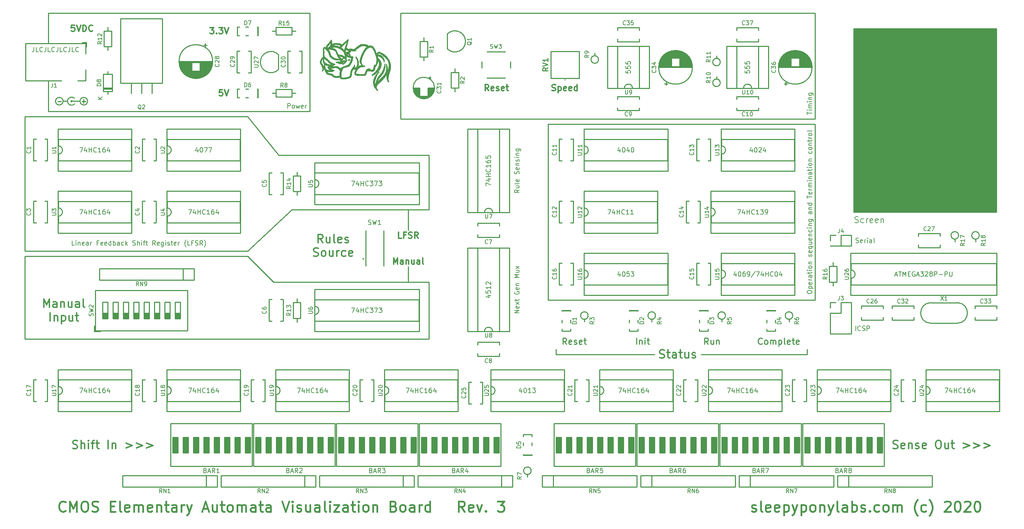
<source format=gbr>
G04 #@! TF.GenerationSoftware,KiCad,Pcbnew,(5.1.6)-1*
G04 #@! TF.CreationDate,2020-07-19T21:57:10+07:00*
G04 #@! TF.ProjectId,automata,6175746f-6d61-4746-912e-6b696361645f,3*
G04 #@! TF.SameCoordinates,Original*
G04 #@! TF.FileFunction,Legend,Top*
G04 #@! TF.FilePolarity,Positive*
%FSLAX46Y46*%
G04 Gerber Fmt 4.6, Leading zero omitted, Abs format (unit mm)*
G04 Created by KiCad (PCBNEW (5.1.6)-1) date 2020-07-19 21:57:10*
%MOMM*%
%LPD*%
G01*
G04 APERTURE LIST*
%ADD10C,0.150000*%
%ADD11C,0.152400*%
%ADD12C,0.254000*%
%ADD13C,0.406400*%
%ADD14C,0.300000*%
%ADD15C,0.279400*%
%ADD16C,0.203200*%
G04 APERTURE END LIST*
D10*
X230341714Y-111642071D02*
X230341714Y-110499071D01*
X231539142Y-111533214D02*
X231484714Y-111587642D01*
X231321428Y-111642071D01*
X231212571Y-111642071D01*
X231049285Y-111587642D01*
X230940428Y-111478785D01*
X230886000Y-111369928D01*
X230831571Y-111152214D01*
X230831571Y-110988928D01*
X230886000Y-110771214D01*
X230940428Y-110662357D01*
X231049285Y-110553500D01*
X231212571Y-110499071D01*
X231321428Y-110499071D01*
X231484714Y-110553500D01*
X231539142Y-110607928D01*
X231974571Y-111587642D02*
X232137857Y-111642071D01*
X232410000Y-111642071D01*
X232518857Y-111587642D01*
X232573285Y-111533214D01*
X232627714Y-111424357D01*
X232627714Y-111315500D01*
X232573285Y-111206642D01*
X232518857Y-111152214D01*
X232410000Y-111097785D01*
X232192285Y-111043357D01*
X232083428Y-110988928D01*
X232029000Y-110934500D01*
X231974571Y-110825642D01*
X231974571Y-110716785D01*
X232029000Y-110607928D01*
X232083428Y-110553500D01*
X232192285Y-110499071D01*
X232464428Y-110499071D01*
X232627714Y-110553500D01*
X233117571Y-111642071D02*
X233117571Y-110499071D01*
X233553000Y-110499071D01*
X233661857Y-110553500D01*
X233716285Y-110607928D01*
X233770714Y-110716785D01*
X233770714Y-110880071D01*
X233716285Y-110988928D01*
X233661857Y-111043357D01*
X233553000Y-111097785D01*
X233117571Y-111097785D01*
X230405214Y-89997642D02*
X230568500Y-90052071D01*
X230840642Y-90052071D01*
X230949500Y-89997642D01*
X231003928Y-89943214D01*
X231058357Y-89834357D01*
X231058357Y-89725500D01*
X231003928Y-89616642D01*
X230949500Y-89562214D01*
X230840642Y-89507785D01*
X230622928Y-89453357D01*
X230514071Y-89398928D01*
X230459642Y-89344500D01*
X230405214Y-89235642D01*
X230405214Y-89126785D01*
X230459642Y-89017928D01*
X230514071Y-88963500D01*
X230622928Y-88909071D01*
X230895071Y-88909071D01*
X231058357Y-88963500D01*
X231983642Y-89997642D02*
X231874785Y-90052071D01*
X231657071Y-90052071D01*
X231548214Y-89997642D01*
X231493785Y-89888785D01*
X231493785Y-89453357D01*
X231548214Y-89344500D01*
X231657071Y-89290071D01*
X231874785Y-89290071D01*
X231983642Y-89344500D01*
X232038071Y-89453357D01*
X232038071Y-89562214D01*
X231493785Y-89671071D01*
X232527928Y-90052071D02*
X232527928Y-89290071D01*
X232527928Y-89507785D02*
X232582357Y-89398928D01*
X232636785Y-89344500D01*
X232745642Y-89290071D01*
X232854500Y-89290071D01*
X233235500Y-90052071D02*
X233235500Y-89290071D01*
X233235500Y-88909071D02*
X233181071Y-88963500D01*
X233235500Y-89017928D01*
X233289928Y-88963500D01*
X233235500Y-88909071D01*
X233235500Y-89017928D01*
X234269642Y-90052071D02*
X234269642Y-89453357D01*
X234215214Y-89344500D01*
X234106357Y-89290071D01*
X233888642Y-89290071D01*
X233779785Y-89344500D01*
X234269642Y-89997642D02*
X234160785Y-90052071D01*
X233888642Y-90052071D01*
X233779785Y-89997642D01*
X233725357Y-89888785D01*
X233725357Y-89779928D01*
X233779785Y-89671071D01*
X233888642Y-89616642D01*
X234160785Y-89616642D01*
X234269642Y-89562214D01*
X234977214Y-90052071D02*
X234868357Y-89997642D01*
X234813928Y-89888785D01*
X234813928Y-88909071D01*
D11*
X40086642Y-66684071D02*
X40848642Y-66684071D01*
X40358785Y-67827071D01*
X41773928Y-67065071D02*
X41773928Y-67827071D01*
X41501785Y-66629642D02*
X41229642Y-67446071D01*
X41937214Y-67446071D01*
X42372642Y-67827071D02*
X42372642Y-66684071D01*
X42372642Y-67228357D02*
X43025785Y-67228357D01*
X43025785Y-67827071D02*
X43025785Y-66684071D01*
X44223214Y-67718214D02*
X44168785Y-67772642D01*
X44005500Y-67827071D01*
X43896642Y-67827071D01*
X43733357Y-67772642D01*
X43624500Y-67663785D01*
X43570071Y-67554928D01*
X43515642Y-67337214D01*
X43515642Y-67173928D01*
X43570071Y-66956214D01*
X43624500Y-66847357D01*
X43733357Y-66738500D01*
X43896642Y-66684071D01*
X44005500Y-66684071D01*
X44168785Y-66738500D01*
X44223214Y-66792928D01*
X45311785Y-67827071D02*
X44658642Y-67827071D01*
X44985214Y-67827071D02*
X44985214Y-66684071D01*
X44876357Y-66847357D01*
X44767500Y-66956214D01*
X44658642Y-67010642D01*
X46291500Y-66684071D02*
X46073785Y-66684071D01*
X45964928Y-66738500D01*
X45910500Y-66792928D01*
X45801642Y-66956214D01*
X45747214Y-67173928D01*
X45747214Y-67609357D01*
X45801642Y-67718214D01*
X45856071Y-67772642D01*
X45964928Y-67827071D01*
X46182642Y-67827071D01*
X46291500Y-67772642D01*
X46345928Y-67718214D01*
X46400357Y-67609357D01*
X46400357Y-67337214D01*
X46345928Y-67228357D01*
X46291500Y-67173928D01*
X46182642Y-67119500D01*
X45964928Y-67119500D01*
X45856071Y-67173928D01*
X45801642Y-67228357D01*
X45747214Y-67337214D01*
X47380071Y-67065071D02*
X47380071Y-67827071D01*
X47107928Y-66629642D02*
X46835785Y-67446071D01*
X47543357Y-67446071D01*
X40086642Y-81924071D02*
X40848642Y-81924071D01*
X40358785Y-83067071D01*
X41773928Y-82305071D02*
X41773928Y-83067071D01*
X41501785Y-81869642D02*
X41229642Y-82686071D01*
X41937214Y-82686071D01*
X42372642Y-83067071D02*
X42372642Y-81924071D01*
X42372642Y-82468357D02*
X43025785Y-82468357D01*
X43025785Y-83067071D02*
X43025785Y-81924071D01*
X44223214Y-82958214D02*
X44168785Y-83012642D01*
X44005500Y-83067071D01*
X43896642Y-83067071D01*
X43733357Y-83012642D01*
X43624500Y-82903785D01*
X43570071Y-82794928D01*
X43515642Y-82577214D01*
X43515642Y-82413928D01*
X43570071Y-82196214D01*
X43624500Y-82087357D01*
X43733357Y-81978500D01*
X43896642Y-81924071D01*
X44005500Y-81924071D01*
X44168785Y-81978500D01*
X44223214Y-82032928D01*
X45311785Y-83067071D02*
X44658642Y-83067071D01*
X44985214Y-83067071D02*
X44985214Y-81924071D01*
X44876357Y-82087357D01*
X44767500Y-82196214D01*
X44658642Y-82250642D01*
X46291500Y-81924071D02*
X46073785Y-81924071D01*
X45964928Y-81978500D01*
X45910500Y-82032928D01*
X45801642Y-82196214D01*
X45747214Y-82413928D01*
X45747214Y-82849357D01*
X45801642Y-82958214D01*
X45856071Y-83012642D01*
X45964928Y-83067071D01*
X46182642Y-83067071D01*
X46291500Y-83012642D01*
X46345928Y-82958214D01*
X46400357Y-82849357D01*
X46400357Y-82577214D01*
X46345928Y-82468357D01*
X46291500Y-82413928D01*
X46182642Y-82359500D01*
X45964928Y-82359500D01*
X45856071Y-82413928D01*
X45801642Y-82468357D01*
X45747214Y-82577214D01*
X47380071Y-82305071D02*
X47380071Y-83067071D01*
X47107928Y-81869642D02*
X46835785Y-82686071D01*
X47543357Y-82686071D01*
X91086214Y-57032071D02*
X91086214Y-55889071D01*
X91521642Y-55889071D01*
X91630500Y-55943500D01*
X91684928Y-55997928D01*
X91739357Y-56106785D01*
X91739357Y-56270071D01*
X91684928Y-56378928D01*
X91630500Y-56433357D01*
X91521642Y-56487785D01*
X91086214Y-56487785D01*
X92392500Y-57032071D02*
X92283642Y-56977642D01*
X92229214Y-56923214D01*
X92174785Y-56814357D01*
X92174785Y-56487785D01*
X92229214Y-56378928D01*
X92283642Y-56324500D01*
X92392500Y-56270071D01*
X92555785Y-56270071D01*
X92664642Y-56324500D01*
X92719071Y-56378928D01*
X92773500Y-56487785D01*
X92773500Y-56814357D01*
X92719071Y-56923214D01*
X92664642Y-56977642D01*
X92555785Y-57032071D01*
X92392500Y-57032071D01*
X93154500Y-56270071D02*
X93372214Y-57032071D01*
X93589928Y-56487785D01*
X93807642Y-57032071D01*
X94025357Y-56270071D01*
X94896214Y-56977642D02*
X94787357Y-57032071D01*
X94569642Y-57032071D01*
X94460785Y-56977642D01*
X94406357Y-56868785D01*
X94406357Y-56433357D01*
X94460785Y-56324500D01*
X94569642Y-56270071D01*
X94787357Y-56270071D01*
X94896214Y-56324500D01*
X94950642Y-56433357D01*
X94950642Y-56542214D01*
X94406357Y-56651071D01*
X95440500Y-57032071D02*
X95440500Y-56270071D01*
X95440500Y-56487785D02*
X95494928Y-56378928D01*
X95549357Y-56324500D01*
X95658214Y-56270071D01*
X95767071Y-56270071D01*
D12*
X32385000Y-41021000D02*
X32385000Y-33655000D01*
X96520000Y-33655000D02*
X32385000Y-33655000D01*
X96520000Y-57785000D02*
X96520000Y-33655000D01*
X32385000Y-57785000D02*
X96520000Y-57785000D01*
X32385000Y-57785000D02*
X32385000Y-50419000D01*
D13*
X204871078Y-155968095D02*
X205112982Y-156089047D01*
X205596792Y-156089047D01*
X205838697Y-155968095D01*
X205959649Y-155726190D01*
X205959649Y-155605238D01*
X205838697Y-155363333D01*
X205596792Y-155242380D01*
X205233935Y-155242380D01*
X204992030Y-155121428D01*
X204871078Y-154879523D01*
X204871078Y-154758571D01*
X204992030Y-154516666D01*
X205233935Y-154395714D01*
X205596792Y-154395714D01*
X205838697Y-154516666D01*
X207411078Y-156089047D02*
X207169173Y-155968095D01*
X207048220Y-155726190D01*
X207048220Y-153549047D01*
X209346316Y-155968095D02*
X209104411Y-156089047D01*
X208620601Y-156089047D01*
X208378697Y-155968095D01*
X208257744Y-155726190D01*
X208257744Y-154758571D01*
X208378697Y-154516666D01*
X208620601Y-154395714D01*
X209104411Y-154395714D01*
X209346316Y-154516666D01*
X209467268Y-154758571D01*
X209467268Y-155000476D01*
X208257744Y-155242380D01*
X211523459Y-155968095D02*
X211281554Y-156089047D01*
X210797744Y-156089047D01*
X210555840Y-155968095D01*
X210434887Y-155726190D01*
X210434887Y-154758571D01*
X210555840Y-154516666D01*
X210797744Y-154395714D01*
X211281554Y-154395714D01*
X211523459Y-154516666D01*
X211644411Y-154758571D01*
X211644411Y-155000476D01*
X210434887Y-155242380D01*
X212732982Y-154395714D02*
X212732982Y-156935714D01*
X212732982Y-154516666D02*
X212974887Y-154395714D01*
X213458697Y-154395714D01*
X213700601Y-154516666D01*
X213821554Y-154637619D01*
X213942506Y-154879523D01*
X213942506Y-155605238D01*
X213821554Y-155847142D01*
X213700601Y-155968095D01*
X213458697Y-156089047D01*
X212974887Y-156089047D01*
X212732982Y-155968095D01*
X214789173Y-154395714D02*
X215393935Y-156089047D01*
X215998697Y-154395714D02*
X215393935Y-156089047D01*
X215152030Y-156693809D01*
X215031078Y-156814761D01*
X214789173Y-156935714D01*
X216966316Y-154395714D02*
X216966316Y-156935714D01*
X216966316Y-154516666D02*
X217208220Y-154395714D01*
X217692030Y-154395714D01*
X217933935Y-154516666D01*
X218054887Y-154637619D01*
X218175840Y-154879523D01*
X218175840Y-155605238D01*
X218054887Y-155847142D01*
X217933935Y-155968095D01*
X217692030Y-156089047D01*
X217208220Y-156089047D01*
X216966316Y-155968095D01*
X219627268Y-156089047D02*
X219385363Y-155968095D01*
X219264411Y-155847142D01*
X219143459Y-155605238D01*
X219143459Y-154879523D01*
X219264411Y-154637619D01*
X219385363Y-154516666D01*
X219627268Y-154395714D01*
X219990125Y-154395714D01*
X220232030Y-154516666D01*
X220352982Y-154637619D01*
X220473935Y-154879523D01*
X220473935Y-155605238D01*
X220352982Y-155847142D01*
X220232030Y-155968095D01*
X219990125Y-156089047D01*
X219627268Y-156089047D01*
X221562506Y-154395714D02*
X221562506Y-156089047D01*
X221562506Y-154637619D02*
X221683459Y-154516666D01*
X221925363Y-154395714D01*
X222288220Y-154395714D01*
X222530125Y-154516666D01*
X222651078Y-154758571D01*
X222651078Y-156089047D01*
X223618697Y-154395714D02*
X224223459Y-156089047D01*
X224828220Y-154395714D02*
X224223459Y-156089047D01*
X223981554Y-156693809D01*
X223860601Y-156814761D01*
X223618697Y-156935714D01*
X226158697Y-156089047D02*
X225916792Y-155968095D01*
X225795840Y-155726190D01*
X225795840Y-153549047D01*
X228214887Y-156089047D02*
X228214887Y-154758571D01*
X228093935Y-154516666D01*
X227852030Y-154395714D01*
X227368220Y-154395714D01*
X227126316Y-154516666D01*
X228214887Y-155968095D02*
X227972982Y-156089047D01*
X227368220Y-156089047D01*
X227126316Y-155968095D01*
X227005363Y-155726190D01*
X227005363Y-155484285D01*
X227126316Y-155242380D01*
X227368220Y-155121428D01*
X227972982Y-155121428D01*
X228214887Y-155000476D01*
X229424411Y-156089047D02*
X229424411Y-153549047D01*
X229424411Y-154516666D02*
X229666316Y-154395714D01*
X230150125Y-154395714D01*
X230392030Y-154516666D01*
X230512982Y-154637619D01*
X230633935Y-154879523D01*
X230633935Y-155605238D01*
X230512982Y-155847142D01*
X230392030Y-155968095D01*
X230150125Y-156089047D01*
X229666316Y-156089047D01*
X229424411Y-155968095D01*
X231601554Y-155968095D02*
X231843459Y-156089047D01*
X232327268Y-156089047D01*
X232569173Y-155968095D01*
X232690125Y-155726190D01*
X232690125Y-155605238D01*
X232569173Y-155363333D01*
X232327268Y-155242380D01*
X231964411Y-155242380D01*
X231722506Y-155121428D01*
X231601554Y-154879523D01*
X231601554Y-154758571D01*
X231722506Y-154516666D01*
X231964411Y-154395714D01*
X232327268Y-154395714D01*
X232569173Y-154516666D01*
X233778697Y-155847142D02*
X233899649Y-155968095D01*
X233778697Y-156089047D01*
X233657744Y-155968095D01*
X233778697Y-155847142D01*
X233778697Y-156089047D01*
X236076792Y-155968095D02*
X235834887Y-156089047D01*
X235351078Y-156089047D01*
X235109173Y-155968095D01*
X234988220Y-155847142D01*
X234867268Y-155605238D01*
X234867268Y-154879523D01*
X234988220Y-154637619D01*
X235109173Y-154516666D01*
X235351078Y-154395714D01*
X235834887Y-154395714D01*
X236076792Y-154516666D01*
X237528220Y-156089047D02*
X237286316Y-155968095D01*
X237165363Y-155847142D01*
X237044411Y-155605238D01*
X237044411Y-154879523D01*
X237165363Y-154637619D01*
X237286316Y-154516666D01*
X237528220Y-154395714D01*
X237891078Y-154395714D01*
X238132982Y-154516666D01*
X238253935Y-154637619D01*
X238374887Y-154879523D01*
X238374887Y-155605238D01*
X238253935Y-155847142D01*
X238132982Y-155968095D01*
X237891078Y-156089047D01*
X237528220Y-156089047D01*
X239463459Y-156089047D02*
X239463459Y-154395714D01*
X239463459Y-154637619D02*
X239584411Y-154516666D01*
X239826316Y-154395714D01*
X240189173Y-154395714D01*
X240431078Y-154516666D01*
X240552030Y-154758571D01*
X240552030Y-156089047D01*
X240552030Y-154758571D02*
X240672982Y-154516666D01*
X240914887Y-154395714D01*
X241277744Y-154395714D01*
X241519649Y-154516666D01*
X241640601Y-154758571D01*
X241640601Y-156089047D01*
X245511078Y-157056666D02*
X245390125Y-156935714D01*
X245148220Y-156572857D01*
X245027268Y-156330952D01*
X244906316Y-155968095D01*
X244785363Y-155363333D01*
X244785363Y-154879523D01*
X244906316Y-154274761D01*
X245027268Y-153911904D01*
X245148220Y-153670000D01*
X245390125Y-153307142D01*
X245511078Y-153186190D01*
X247567268Y-155968095D02*
X247325363Y-156089047D01*
X246841554Y-156089047D01*
X246599649Y-155968095D01*
X246478697Y-155847142D01*
X246357744Y-155605238D01*
X246357744Y-154879523D01*
X246478697Y-154637619D01*
X246599649Y-154516666D01*
X246841554Y-154395714D01*
X247325363Y-154395714D01*
X247567268Y-154516666D01*
X248413935Y-157056666D02*
X248534887Y-156935714D01*
X248776792Y-156572857D01*
X248897744Y-156330952D01*
X249018697Y-155968095D01*
X249139649Y-155363333D01*
X249139649Y-154879523D01*
X249018697Y-154274761D01*
X248897744Y-153911904D01*
X248776792Y-153670000D01*
X248534887Y-153307142D01*
X248413935Y-153186190D01*
X252163459Y-153790952D02*
X252284411Y-153670000D01*
X252526316Y-153549047D01*
X253131078Y-153549047D01*
X253372982Y-153670000D01*
X253493935Y-153790952D01*
X253614887Y-154032857D01*
X253614887Y-154274761D01*
X253493935Y-154637619D01*
X252042506Y-156089047D01*
X253614887Y-156089047D01*
X255187268Y-153549047D02*
X255429173Y-153549047D01*
X255671078Y-153670000D01*
X255792030Y-153790952D01*
X255912982Y-154032857D01*
X256033935Y-154516666D01*
X256033935Y-155121428D01*
X255912982Y-155605238D01*
X255792030Y-155847142D01*
X255671078Y-155968095D01*
X255429173Y-156089047D01*
X255187268Y-156089047D01*
X254945363Y-155968095D01*
X254824411Y-155847142D01*
X254703459Y-155605238D01*
X254582506Y-155121428D01*
X254582506Y-154516666D01*
X254703459Y-154032857D01*
X254824411Y-153790952D01*
X254945363Y-153670000D01*
X255187268Y-153549047D01*
X257001554Y-153790952D02*
X257122506Y-153670000D01*
X257364411Y-153549047D01*
X257969173Y-153549047D01*
X258211078Y-153670000D01*
X258332030Y-153790952D01*
X258452982Y-154032857D01*
X258452982Y-154274761D01*
X258332030Y-154637619D01*
X256880601Y-156089047D01*
X258452982Y-156089047D01*
X260025363Y-153549047D02*
X260267268Y-153549047D01*
X260509173Y-153670000D01*
X260630125Y-153790952D01*
X260751078Y-154032857D01*
X260872030Y-154516666D01*
X260872030Y-155121428D01*
X260751078Y-155605238D01*
X260630125Y-155847142D01*
X260509173Y-155968095D01*
X260267268Y-156089047D01*
X260025363Y-156089047D01*
X259783459Y-155968095D01*
X259662506Y-155847142D01*
X259541554Y-155605238D01*
X259420601Y-155121428D01*
X259420601Y-154516666D01*
X259541554Y-154032857D01*
X259662506Y-153790952D01*
X259783459Y-153670000D01*
X260025363Y-153549047D01*
D11*
X28883428Y-42046071D02*
X28883428Y-42862500D01*
X28829000Y-43025785D01*
X28720142Y-43134642D01*
X28556857Y-43189071D01*
X28448000Y-43189071D01*
X29972000Y-43189071D02*
X29427714Y-43189071D01*
X29427714Y-42046071D01*
X31006142Y-43080214D02*
X30951714Y-43134642D01*
X30788428Y-43189071D01*
X30679571Y-43189071D01*
X30516285Y-43134642D01*
X30407428Y-43025785D01*
X30353000Y-42916928D01*
X30298571Y-42699214D01*
X30298571Y-42535928D01*
X30353000Y-42318214D01*
X30407428Y-42209357D01*
X30516285Y-42100500D01*
X30679571Y-42046071D01*
X30788428Y-42046071D01*
X30951714Y-42100500D01*
X31006142Y-42154928D01*
X31822571Y-42046071D02*
X31822571Y-42862500D01*
X31768142Y-43025785D01*
X31659285Y-43134642D01*
X31496000Y-43189071D01*
X31387142Y-43189071D01*
X32911142Y-43189071D02*
X32366857Y-43189071D01*
X32366857Y-42046071D01*
X33945285Y-43080214D02*
X33890857Y-43134642D01*
X33727571Y-43189071D01*
X33618714Y-43189071D01*
X33455428Y-43134642D01*
X33346571Y-43025785D01*
X33292142Y-42916928D01*
X33237714Y-42699214D01*
X33237714Y-42535928D01*
X33292142Y-42318214D01*
X33346571Y-42209357D01*
X33455428Y-42100500D01*
X33618714Y-42046071D01*
X33727571Y-42046071D01*
X33890857Y-42100500D01*
X33945285Y-42154928D01*
X34761714Y-42046071D02*
X34761714Y-42862500D01*
X34707285Y-43025785D01*
X34598428Y-43134642D01*
X34435142Y-43189071D01*
X34326285Y-43189071D01*
X35850285Y-43189071D02*
X35306000Y-43189071D01*
X35306000Y-42046071D01*
X36884428Y-43080214D02*
X36830000Y-43134642D01*
X36666714Y-43189071D01*
X36557857Y-43189071D01*
X36394571Y-43134642D01*
X36285714Y-43025785D01*
X36231285Y-42916928D01*
X36176857Y-42699214D01*
X36176857Y-42535928D01*
X36231285Y-42318214D01*
X36285714Y-42209357D01*
X36394571Y-42100500D01*
X36557857Y-42046071D01*
X36666714Y-42046071D01*
X36830000Y-42100500D01*
X36884428Y-42154928D01*
X37700857Y-42046071D02*
X37700857Y-42862500D01*
X37646428Y-43025785D01*
X37537571Y-43134642D01*
X37374285Y-43189071D01*
X37265428Y-43189071D01*
X38789428Y-43189071D02*
X38245142Y-43189071D01*
X38245142Y-42046071D01*
X39823571Y-43080214D02*
X39769142Y-43134642D01*
X39605857Y-43189071D01*
X39497000Y-43189071D01*
X39333714Y-43134642D01*
X39224857Y-43025785D01*
X39170428Y-42916928D01*
X39116000Y-42699214D01*
X39116000Y-42535928D01*
X39170428Y-42318214D01*
X39224857Y-42209357D01*
X39333714Y-42100500D01*
X39497000Y-42046071D01*
X39605857Y-42046071D01*
X39769142Y-42100500D01*
X39823571Y-42154928D01*
X252176642Y-125739071D02*
X252938642Y-125739071D01*
X252448785Y-126882071D01*
X253863928Y-126120071D02*
X253863928Y-126882071D01*
X253591785Y-125684642D02*
X253319642Y-126501071D01*
X254027214Y-126501071D01*
X254462642Y-126882071D02*
X254462642Y-125739071D01*
X254462642Y-126283357D02*
X255115785Y-126283357D01*
X255115785Y-126882071D02*
X255115785Y-125739071D01*
X256313214Y-126773214D02*
X256258785Y-126827642D01*
X256095500Y-126882071D01*
X255986642Y-126882071D01*
X255823357Y-126827642D01*
X255714500Y-126718785D01*
X255660071Y-126609928D01*
X255605642Y-126392214D01*
X255605642Y-126228928D01*
X255660071Y-126011214D01*
X255714500Y-125902357D01*
X255823357Y-125793500D01*
X255986642Y-125739071D01*
X256095500Y-125739071D01*
X256258785Y-125793500D01*
X256313214Y-125847928D01*
X257401785Y-126882071D02*
X256748642Y-126882071D01*
X257075214Y-126882071D02*
X257075214Y-125739071D01*
X256966357Y-125902357D01*
X256857500Y-126011214D01*
X256748642Y-126065642D01*
X258381500Y-125739071D02*
X258163785Y-125739071D01*
X258054928Y-125793500D01*
X258000500Y-125847928D01*
X257891642Y-126011214D01*
X257837214Y-126228928D01*
X257837214Y-126664357D01*
X257891642Y-126773214D01*
X257946071Y-126827642D01*
X258054928Y-126882071D01*
X258272642Y-126882071D01*
X258381500Y-126827642D01*
X258435928Y-126773214D01*
X258490357Y-126664357D01*
X258490357Y-126392214D01*
X258435928Y-126283357D01*
X258381500Y-126228928D01*
X258272642Y-126174500D01*
X258054928Y-126174500D01*
X257946071Y-126228928D01*
X257891642Y-126283357D01*
X257837214Y-126392214D01*
X259470071Y-126120071D02*
X259470071Y-126882071D01*
X259197928Y-125684642D02*
X258925785Y-126501071D01*
X259633357Y-126501071D01*
X225506642Y-125739071D02*
X226268642Y-125739071D01*
X225778785Y-126882071D01*
X227193928Y-126120071D02*
X227193928Y-126882071D01*
X226921785Y-125684642D02*
X226649642Y-126501071D01*
X227357214Y-126501071D01*
X227792642Y-126882071D02*
X227792642Y-125739071D01*
X227792642Y-126283357D02*
X228445785Y-126283357D01*
X228445785Y-126882071D02*
X228445785Y-125739071D01*
X229643214Y-126773214D02*
X229588785Y-126827642D01*
X229425500Y-126882071D01*
X229316642Y-126882071D01*
X229153357Y-126827642D01*
X229044500Y-126718785D01*
X228990071Y-126609928D01*
X228935642Y-126392214D01*
X228935642Y-126228928D01*
X228990071Y-126011214D01*
X229044500Y-125902357D01*
X229153357Y-125793500D01*
X229316642Y-125739071D01*
X229425500Y-125739071D01*
X229588785Y-125793500D01*
X229643214Y-125847928D01*
X230731785Y-126882071D02*
X230078642Y-126882071D01*
X230405214Y-126882071D02*
X230405214Y-125739071D01*
X230296357Y-125902357D01*
X230187500Y-126011214D01*
X230078642Y-126065642D01*
X231711500Y-125739071D02*
X231493785Y-125739071D01*
X231384928Y-125793500D01*
X231330500Y-125847928D01*
X231221642Y-126011214D01*
X231167214Y-126228928D01*
X231167214Y-126664357D01*
X231221642Y-126773214D01*
X231276071Y-126827642D01*
X231384928Y-126882071D01*
X231602642Y-126882071D01*
X231711500Y-126827642D01*
X231765928Y-126773214D01*
X231820357Y-126664357D01*
X231820357Y-126392214D01*
X231765928Y-126283357D01*
X231711500Y-126228928D01*
X231602642Y-126174500D01*
X231384928Y-126174500D01*
X231276071Y-126228928D01*
X231221642Y-126283357D01*
X231167214Y-126392214D01*
X232800071Y-126120071D02*
X232800071Y-126882071D01*
X232527928Y-125684642D02*
X232255785Y-126501071D01*
X232963357Y-126501071D01*
X198836642Y-125739071D02*
X199598642Y-125739071D01*
X199108785Y-126882071D01*
X200523928Y-126120071D02*
X200523928Y-126882071D01*
X200251785Y-125684642D02*
X199979642Y-126501071D01*
X200687214Y-126501071D01*
X201122642Y-126882071D02*
X201122642Y-125739071D01*
X201122642Y-126283357D02*
X201775785Y-126283357D01*
X201775785Y-126882071D02*
X201775785Y-125739071D01*
X202973214Y-126773214D02*
X202918785Y-126827642D01*
X202755500Y-126882071D01*
X202646642Y-126882071D01*
X202483357Y-126827642D01*
X202374500Y-126718785D01*
X202320071Y-126609928D01*
X202265642Y-126392214D01*
X202265642Y-126228928D01*
X202320071Y-126011214D01*
X202374500Y-125902357D01*
X202483357Y-125793500D01*
X202646642Y-125739071D01*
X202755500Y-125739071D01*
X202918785Y-125793500D01*
X202973214Y-125847928D01*
X204061785Y-126882071D02*
X203408642Y-126882071D01*
X203735214Y-126882071D02*
X203735214Y-125739071D01*
X203626357Y-125902357D01*
X203517500Y-126011214D01*
X203408642Y-126065642D01*
X205041500Y-125739071D02*
X204823785Y-125739071D01*
X204714928Y-125793500D01*
X204660500Y-125847928D01*
X204551642Y-126011214D01*
X204497214Y-126228928D01*
X204497214Y-126664357D01*
X204551642Y-126773214D01*
X204606071Y-126827642D01*
X204714928Y-126882071D01*
X204932642Y-126882071D01*
X205041500Y-126827642D01*
X205095928Y-126773214D01*
X205150357Y-126664357D01*
X205150357Y-126392214D01*
X205095928Y-126283357D01*
X205041500Y-126228928D01*
X204932642Y-126174500D01*
X204714928Y-126174500D01*
X204606071Y-126228928D01*
X204551642Y-126283357D01*
X204497214Y-126392214D01*
X206130071Y-126120071D02*
X206130071Y-126882071D01*
X205857928Y-125684642D02*
X205585785Y-126501071D01*
X206293357Y-126501071D01*
X172166642Y-125739071D02*
X172928642Y-125739071D01*
X172438785Y-126882071D01*
X173853928Y-126120071D02*
X173853928Y-126882071D01*
X173581785Y-125684642D02*
X173309642Y-126501071D01*
X174017214Y-126501071D01*
X174452642Y-126882071D02*
X174452642Y-125739071D01*
X174452642Y-126283357D02*
X175105785Y-126283357D01*
X175105785Y-126882071D02*
X175105785Y-125739071D01*
X176303214Y-126773214D02*
X176248785Y-126827642D01*
X176085500Y-126882071D01*
X175976642Y-126882071D01*
X175813357Y-126827642D01*
X175704500Y-126718785D01*
X175650071Y-126609928D01*
X175595642Y-126392214D01*
X175595642Y-126228928D01*
X175650071Y-126011214D01*
X175704500Y-125902357D01*
X175813357Y-125793500D01*
X175976642Y-125739071D01*
X176085500Y-125739071D01*
X176248785Y-125793500D01*
X176303214Y-125847928D01*
X177391785Y-126882071D02*
X176738642Y-126882071D01*
X177065214Y-126882071D02*
X177065214Y-125739071D01*
X176956357Y-125902357D01*
X176847500Y-126011214D01*
X176738642Y-126065642D01*
X178371500Y-125739071D02*
X178153785Y-125739071D01*
X178044928Y-125793500D01*
X177990500Y-125847928D01*
X177881642Y-126011214D01*
X177827214Y-126228928D01*
X177827214Y-126664357D01*
X177881642Y-126773214D01*
X177936071Y-126827642D01*
X178044928Y-126882071D01*
X178262642Y-126882071D01*
X178371500Y-126827642D01*
X178425928Y-126773214D01*
X178480357Y-126664357D01*
X178480357Y-126392214D01*
X178425928Y-126283357D01*
X178371500Y-126228928D01*
X178262642Y-126174500D01*
X178044928Y-126174500D01*
X177936071Y-126228928D01*
X177881642Y-126283357D01*
X177827214Y-126392214D01*
X179460071Y-126120071D02*
X179460071Y-126882071D01*
X179187928Y-125684642D02*
X178915785Y-126501071D01*
X179623357Y-126501071D01*
X120096642Y-125739071D02*
X120858642Y-125739071D01*
X120368785Y-126882071D01*
X121783928Y-126120071D02*
X121783928Y-126882071D01*
X121511785Y-125684642D02*
X121239642Y-126501071D01*
X121947214Y-126501071D01*
X122382642Y-126882071D02*
X122382642Y-125739071D01*
X122382642Y-126283357D02*
X123035785Y-126283357D01*
X123035785Y-126882071D02*
X123035785Y-125739071D01*
X124233214Y-126773214D02*
X124178785Y-126827642D01*
X124015500Y-126882071D01*
X123906642Y-126882071D01*
X123743357Y-126827642D01*
X123634500Y-126718785D01*
X123580071Y-126609928D01*
X123525642Y-126392214D01*
X123525642Y-126228928D01*
X123580071Y-126011214D01*
X123634500Y-125902357D01*
X123743357Y-125793500D01*
X123906642Y-125739071D01*
X124015500Y-125739071D01*
X124178785Y-125793500D01*
X124233214Y-125847928D01*
X125321785Y-126882071D02*
X124668642Y-126882071D01*
X124995214Y-126882071D02*
X124995214Y-125739071D01*
X124886357Y-125902357D01*
X124777500Y-126011214D01*
X124668642Y-126065642D01*
X126301500Y-125739071D02*
X126083785Y-125739071D01*
X125974928Y-125793500D01*
X125920500Y-125847928D01*
X125811642Y-126011214D01*
X125757214Y-126228928D01*
X125757214Y-126664357D01*
X125811642Y-126773214D01*
X125866071Y-126827642D01*
X125974928Y-126882071D01*
X126192642Y-126882071D01*
X126301500Y-126827642D01*
X126355928Y-126773214D01*
X126410357Y-126664357D01*
X126410357Y-126392214D01*
X126355928Y-126283357D01*
X126301500Y-126228928D01*
X126192642Y-126174500D01*
X125974928Y-126174500D01*
X125866071Y-126228928D01*
X125811642Y-126283357D01*
X125757214Y-126392214D01*
X127390071Y-126120071D02*
X127390071Y-126882071D01*
X127117928Y-125684642D02*
X126845785Y-126501071D01*
X127553357Y-126501071D01*
X93426642Y-125739071D02*
X94188642Y-125739071D01*
X93698785Y-126882071D01*
X95113928Y-126120071D02*
X95113928Y-126882071D01*
X94841785Y-125684642D02*
X94569642Y-126501071D01*
X95277214Y-126501071D01*
X95712642Y-126882071D02*
X95712642Y-125739071D01*
X95712642Y-126283357D02*
X96365785Y-126283357D01*
X96365785Y-126882071D02*
X96365785Y-125739071D01*
X97563214Y-126773214D02*
X97508785Y-126827642D01*
X97345500Y-126882071D01*
X97236642Y-126882071D01*
X97073357Y-126827642D01*
X96964500Y-126718785D01*
X96910071Y-126609928D01*
X96855642Y-126392214D01*
X96855642Y-126228928D01*
X96910071Y-126011214D01*
X96964500Y-125902357D01*
X97073357Y-125793500D01*
X97236642Y-125739071D01*
X97345500Y-125739071D01*
X97508785Y-125793500D01*
X97563214Y-125847928D01*
X98651785Y-126882071D02*
X97998642Y-126882071D01*
X98325214Y-126882071D02*
X98325214Y-125739071D01*
X98216357Y-125902357D01*
X98107500Y-126011214D01*
X97998642Y-126065642D01*
X99631500Y-125739071D02*
X99413785Y-125739071D01*
X99304928Y-125793500D01*
X99250500Y-125847928D01*
X99141642Y-126011214D01*
X99087214Y-126228928D01*
X99087214Y-126664357D01*
X99141642Y-126773214D01*
X99196071Y-126827642D01*
X99304928Y-126882071D01*
X99522642Y-126882071D01*
X99631500Y-126827642D01*
X99685928Y-126773214D01*
X99740357Y-126664357D01*
X99740357Y-126392214D01*
X99685928Y-126283357D01*
X99631500Y-126228928D01*
X99522642Y-126174500D01*
X99304928Y-126174500D01*
X99196071Y-126228928D01*
X99141642Y-126283357D01*
X99087214Y-126392214D01*
X100720071Y-126120071D02*
X100720071Y-126882071D01*
X100447928Y-125684642D02*
X100175785Y-126501071D01*
X100883357Y-126501071D01*
X66756642Y-125739071D02*
X67518642Y-125739071D01*
X67028785Y-126882071D01*
X68443928Y-126120071D02*
X68443928Y-126882071D01*
X68171785Y-125684642D02*
X67899642Y-126501071D01*
X68607214Y-126501071D01*
X69042642Y-126882071D02*
X69042642Y-125739071D01*
X69042642Y-126283357D02*
X69695785Y-126283357D01*
X69695785Y-126882071D02*
X69695785Y-125739071D01*
X70893214Y-126773214D02*
X70838785Y-126827642D01*
X70675500Y-126882071D01*
X70566642Y-126882071D01*
X70403357Y-126827642D01*
X70294500Y-126718785D01*
X70240071Y-126609928D01*
X70185642Y-126392214D01*
X70185642Y-126228928D01*
X70240071Y-126011214D01*
X70294500Y-125902357D01*
X70403357Y-125793500D01*
X70566642Y-125739071D01*
X70675500Y-125739071D01*
X70838785Y-125793500D01*
X70893214Y-125847928D01*
X71981785Y-126882071D02*
X71328642Y-126882071D01*
X71655214Y-126882071D02*
X71655214Y-125739071D01*
X71546357Y-125902357D01*
X71437500Y-126011214D01*
X71328642Y-126065642D01*
X72961500Y-125739071D02*
X72743785Y-125739071D01*
X72634928Y-125793500D01*
X72580500Y-125847928D01*
X72471642Y-126011214D01*
X72417214Y-126228928D01*
X72417214Y-126664357D01*
X72471642Y-126773214D01*
X72526071Y-126827642D01*
X72634928Y-126882071D01*
X72852642Y-126882071D01*
X72961500Y-126827642D01*
X73015928Y-126773214D01*
X73070357Y-126664357D01*
X73070357Y-126392214D01*
X73015928Y-126283357D01*
X72961500Y-126228928D01*
X72852642Y-126174500D01*
X72634928Y-126174500D01*
X72526071Y-126228928D01*
X72471642Y-126283357D01*
X72417214Y-126392214D01*
X74050071Y-126120071D02*
X74050071Y-126882071D01*
X73777928Y-125684642D02*
X73505785Y-126501071D01*
X74213357Y-126501071D01*
X40086642Y-125739071D02*
X40848642Y-125739071D01*
X40358785Y-126882071D01*
X41773928Y-126120071D02*
X41773928Y-126882071D01*
X41501785Y-125684642D02*
X41229642Y-126501071D01*
X41937214Y-126501071D01*
X42372642Y-126882071D02*
X42372642Y-125739071D01*
X42372642Y-126283357D02*
X43025785Y-126283357D01*
X43025785Y-126882071D02*
X43025785Y-125739071D01*
X44223214Y-126773214D02*
X44168785Y-126827642D01*
X44005500Y-126882071D01*
X43896642Y-126882071D01*
X43733357Y-126827642D01*
X43624500Y-126718785D01*
X43570071Y-126609928D01*
X43515642Y-126392214D01*
X43515642Y-126228928D01*
X43570071Y-126011214D01*
X43624500Y-125902357D01*
X43733357Y-125793500D01*
X43896642Y-125739071D01*
X44005500Y-125739071D01*
X44168785Y-125793500D01*
X44223214Y-125847928D01*
X45311785Y-126882071D02*
X44658642Y-126882071D01*
X44985214Y-126882071D02*
X44985214Y-125739071D01*
X44876357Y-125902357D01*
X44767500Y-126011214D01*
X44658642Y-126065642D01*
X46291500Y-125739071D02*
X46073785Y-125739071D01*
X45964928Y-125793500D01*
X45910500Y-125847928D01*
X45801642Y-126011214D01*
X45747214Y-126228928D01*
X45747214Y-126664357D01*
X45801642Y-126773214D01*
X45856071Y-126827642D01*
X45964928Y-126882071D01*
X46182642Y-126882071D01*
X46291500Y-126827642D01*
X46345928Y-126773214D01*
X46400357Y-126664357D01*
X46400357Y-126392214D01*
X46345928Y-126283357D01*
X46291500Y-126228928D01*
X46182642Y-126174500D01*
X45964928Y-126174500D01*
X45856071Y-126228928D01*
X45801642Y-126283357D01*
X45747214Y-126392214D01*
X47380071Y-126120071D02*
X47380071Y-126882071D01*
X47107928Y-125684642D02*
X46835785Y-126501071D01*
X47543357Y-126501071D01*
D14*
X239509904Y-140522476D02*
X239800190Y-140619238D01*
X240284000Y-140619238D01*
X240477523Y-140522476D01*
X240574285Y-140425714D01*
X240671047Y-140232190D01*
X240671047Y-140038666D01*
X240574285Y-139845142D01*
X240477523Y-139748380D01*
X240284000Y-139651619D01*
X239896952Y-139554857D01*
X239703428Y-139458095D01*
X239606666Y-139361333D01*
X239509904Y-139167809D01*
X239509904Y-138974285D01*
X239606666Y-138780761D01*
X239703428Y-138684000D01*
X239896952Y-138587238D01*
X240380761Y-138587238D01*
X240671047Y-138684000D01*
X242316000Y-140522476D02*
X242122476Y-140619238D01*
X241735428Y-140619238D01*
X241541904Y-140522476D01*
X241445142Y-140328952D01*
X241445142Y-139554857D01*
X241541904Y-139361333D01*
X241735428Y-139264571D01*
X242122476Y-139264571D01*
X242316000Y-139361333D01*
X242412761Y-139554857D01*
X242412761Y-139748380D01*
X241445142Y-139941904D01*
X243283619Y-139264571D02*
X243283619Y-140619238D01*
X243283619Y-139458095D02*
X243380380Y-139361333D01*
X243573904Y-139264571D01*
X243864190Y-139264571D01*
X244057714Y-139361333D01*
X244154476Y-139554857D01*
X244154476Y-140619238D01*
X245025333Y-140522476D02*
X245218857Y-140619238D01*
X245605904Y-140619238D01*
X245799428Y-140522476D01*
X245896190Y-140328952D01*
X245896190Y-140232190D01*
X245799428Y-140038666D01*
X245605904Y-139941904D01*
X245315619Y-139941904D01*
X245122095Y-139845142D01*
X245025333Y-139651619D01*
X245025333Y-139554857D01*
X245122095Y-139361333D01*
X245315619Y-139264571D01*
X245605904Y-139264571D01*
X245799428Y-139361333D01*
X247541142Y-140522476D02*
X247347619Y-140619238D01*
X246960571Y-140619238D01*
X246767047Y-140522476D01*
X246670285Y-140328952D01*
X246670285Y-139554857D01*
X246767047Y-139361333D01*
X246960571Y-139264571D01*
X247347619Y-139264571D01*
X247541142Y-139361333D01*
X247637904Y-139554857D01*
X247637904Y-139748380D01*
X246670285Y-139941904D01*
X250444000Y-138587238D02*
X250831047Y-138587238D01*
X251024571Y-138684000D01*
X251218095Y-138877523D01*
X251314857Y-139264571D01*
X251314857Y-139941904D01*
X251218095Y-140328952D01*
X251024571Y-140522476D01*
X250831047Y-140619238D01*
X250444000Y-140619238D01*
X250250476Y-140522476D01*
X250056952Y-140328952D01*
X249960190Y-139941904D01*
X249960190Y-139264571D01*
X250056952Y-138877523D01*
X250250476Y-138684000D01*
X250444000Y-138587238D01*
X253056571Y-139264571D02*
X253056571Y-140619238D01*
X252185714Y-139264571D02*
X252185714Y-140328952D01*
X252282476Y-140522476D01*
X252476000Y-140619238D01*
X252766285Y-140619238D01*
X252959809Y-140522476D01*
X253056571Y-140425714D01*
X253733904Y-139264571D02*
X254508000Y-139264571D01*
X254024190Y-138587238D02*
X254024190Y-140328952D01*
X254120952Y-140522476D01*
X254314476Y-140619238D01*
X254508000Y-140619238D01*
X256733523Y-139264571D02*
X258281714Y-139845142D01*
X256733523Y-140425714D01*
X259249333Y-139264571D02*
X260797523Y-139845142D01*
X259249333Y-140425714D01*
X261765142Y-139264571D02*
X263313333Y-139845142D01*
X261765142Y-140425714D01*
X38390285Y-140522476D02*
X38680571Y-140619238D01*
X39164380Y-140619238D01*
X39357904Y-140522476D01*
X39454666Y-140425714D01*
X39551428Y-140232190D01*
X39551428Y-140038666D01*
X39454666Y-139845142D01*
X39357904Y-139748380D01*
X39164380Y-139651619D01*
X38777333Y-139554857D01*
X38583809Y-139458095D01*
X38487047Y-139361333D01*
X38390285Y-139167809D01*
X38390285Y-138974285D01*
X38487047Y-138780761D01*
X38583809Y-138684000D01*
X38777333Y-138587238D01*
X39261142Y-138587238D01*
X39551428Y-138684000D01*
X40422285Y-140619238D02*
X40422285Y-138587238D01*
X41293142Y-140619238D02*
X41293142Y-139554857D01*
X41196380Y-139361333D01*
X41002857Y-139264571D01*
X40712571Y-139264571D01*
X40519047Y-139361333D01*
X40422285Y-139458095D01*
X42260761Y-140619238D02*
X42260761Y-139264571D01*
X42260761Y-138587238D02*
X42164000Y-138684000D01*
X42260761Y-138780761D01*
X42357523Y-138684000D01*
X42260761Y-138587238D01*
X42260761Y-138780761D01*
X42938095Y-139264571D02*
X43712190Y-139264571D01*
X43228380Y-140619238D02*
X43228380Y-138877523D01*
X43325142Y-138684000D01*
X43518666Y-138587238D01*
X43712190Y-138587238D01*
X44099238Y-139264571D02*
X44873333Y-139264571D01*
X44389523Y-138587238D02*
X44389523Y-140328952D01*
X44486285Y-140522476D01*
X44679809Y-140619238D01*
X44873333Y-140619238D01*
X47098857Y-140619238D02*
X47098857Y-138587238D01*
X48066476Y-139264571D02*
X48066476Y-140619238D01*
X48066476Y-139458095D02*
X48163238Y-139361333D01*
X48356761Y-139264571D01*
X48647047Y-139264571D01*
X48840571Y-139361333D01*
X48937333Y-139554857D01*
X48937333Y-140619238D01*
X51453142Y-139264571D02*
X53001333Y-139845142D01*
X51453142Y-140425714D01*
X53968952Y-139264571D02*
X55517142Y-139845142D01*
X53968952Y-140425714D01*
X56484761Y-139264571D02*
X58032952Y-139845142D01*
X56484761Y-140425714D01*
D12*
X40649071Y-55326642D02*
X41519928Y-55326642D01*
X41084500Y-55762071D02*
X41084500Y-54891214D01*
X34680071Y-55326642D02*
X35550928Y-55326642D01*
D14*
X38825714Y-36630428D02*
X38100000Y-36630428D01*
X38027428Y-37356142D01*
X38100000Y-37283571D01*
X38245142Y-37211000D01*
X38608000Y-37211000D01*
X38753142Y-37283571D01*
X38825714Y-37356142D01*
X38898285Y-37501285D01*
X38898285Y-37864142D01*
X38825714Y-38009285D01*
X38753142Y-38081857D01*
X38608000Y-38154428D01*
X38245142Y-38154428D01*
X38100000Y-38081857D01*
X38027428Y-38009285D01*
X39333714Y-36630428D02*
X39841714Y-38154428D01*
X40349714Y-36630428D01*
X40857714Y-38154428D02*
X40857714Y-36630428D01*
X41220571Y-36630428D01*
X41438285Y-36703000D01*
X41583428Y-36848142D01*
X41656000Y-36993285D01*
X41728571Y-37283571D01*
X41728571Y-37501285D01*
X41656000Y-37791571D01*
X41583428Y-37936714D01*
X41438285Y-38081857D01*
X41220571Y-38154428D01*
X40857714Y-38154428D01*
X43252571Y-38009285D02*
X43180000Y-38081857D01*
X42962285Y-38154428D01*
X42817142Y-38154428D01*
X42599428Y-38081857D01*
X42454285Y-37936714D01*
X42381714Y-37791571D01*
X42309142Y-37501285D01*
X42309142Y-37283571D01*
X42381714Y-36993285D01*
X42454285Y-36848142D01*
X42599428Y-36703000D01*
X42817142Y-36630428D01*
X42962285Y-36630428D01*
X43180000Y-36703000D01*
X43252571Y-36775571D01*
D11*
X148444857Y-126120071D02*
X148444857Y-126882071D01*
X148172714Y-125684642D02*
X147900571Y-126501071D01*
X148608142Y-126501071D01*
X149261285Y-125739071D02*
X149370142Y-125739071D01*
X149479000Y-125793500D01*
X149533428Y-125847928D01*
X149587857Y-125956785D01*
X149642285Y-126174500D01*
X149642285Y-126446642D01*
X149587857Y-126664357D01*
X149533428Y-126773214D01*
X149479000Y-126827642D01*
X149370142Y-126882071D01*
X149261285Y-126882071D01*
X149152428Y-126827642D01*
X149098000Y-126773214D01*
X149043571Y-126664357D01*
X148989142Y-126446642D01*
X148989142Y-126174500D01*
X149043571Y-125956785D01*
X149098000Y-125847928D01*
X149152428Y-125793500D01*
X149261285Y-125739071D01*
X150730857Y-126882071D02*
X150077714Y-126882071D01*
X150404285Y-126882071D02*
X150404285Y-125739071D01*
X150295428Y-125902357D01*
X150186571Y-126011214D01*
X150077714Y-126065642D01*
X151111857Y-125739071D02*
X151819428Y-125739071D01*
X151438428Y-126174500D01*
X151601714Y-126174500D01*
X151710571Y-126228928D01*
X151765000Y-126283357D01*
X151819428Y-126392214D01*
X151819428Y-126664357D01*
X151765000Y-126773214D01*
X151710571Y-126827642D01*
X151601714Y-126882071D01*
X151275142Y-126882071D01*
X151166285Y-126827642D01*
X151111857Y-126773214D01*
X239993714Y-97980500D02*
X240538000Y-97980500D01*
X239884857Y-98307071D02*
X240265857Y-97164071D01*
X240646857Y-98307071D01*
X240864571Y-97164071D02*
X241517714Y-97164071D01*
X241191142Y-98307071D02*
X241191142Y-97164071D01*
X241898714Y-98307071D02*
X241898714Y-97164071D01*
X242279714Y-97980500D01*
X242660714Y-97164071D01*
X242660714Y-98307071D01*
X243205000Y-97708357D02*
X243586000Y-97708357D01*
X243749285Y-98307071D02*
X243205000Y-98307071D01*
X243205000Y-97164071D01*
X243749285Y-97164071D01*
X244837857Y-97218500D02*
X244729000Y-97164071D01*
X244565714Y-97164071D01*
X244402428Y-97218500D01*
X244293571Y-97327357D01*
X244239142Y-97436214D01*
X244184714Y-97653928D01*
X244184714Y-97817214D01*
X244239142Y-98034928D01*
X244293571Y-98143785D01*
X244402428Y-98252642D01*
X244565714Y-98307071D01*
X244674571Y-98307071D01*
X244837857Y-98252642D01*
X244892285Y-98198214D01*
X244892285Y-97817214D01*
X244674571Y-97817214D01*
X245327714Y-97980500D02*
X245872000Y-97980500D01*
X245218857Y-98307071D02*
X245599857Y-97164071D01*
X245980857Y-98307071D01*
X246253000Y-97164071D02*
X246960571Y-97164071D01*
X246579571Y-97599500D01*
X246742857Y-97599500D01*
X246851714Y-97653928D01*
X246906142Y-97708357D01*
X246960571Y-97817214D01*
X246960571Y-98089357D01*
X246906142Y-98198214D01*
X246851714Y-98252642D01*
X246742857Y-98307071D01*
X246416285Y-98307071D01*
X246307428Y-98252642D01*
X246253000Y-98198214D01*
X247396000Y-97272928D02*
X247450428Y-97218500D01*
X247559285Y-97164071D01*
X247831428Y-97164071D01*
X247940285Y-97218500D01*
X247994714Y-97272928D01*
X248049142Y-97381785D01*
X248049142Y-97490642D01*
X247994714Y-97653928D01*
X247341571Y-98307071D01*
X248049142Y-98307071D01*
X248702285Y-97653928D02*
X248593428Y-97599500D01*
X248539000Y-97545071D01*
X248484571Y-97436214D01*
X248484571Y-97381785D01*
X248539000Y-97272928D01*
X248593428Y-97218500D01*
X248702285Y-97164071D01*
X248920000Y-97164071D01*
X249028857Y-97218500D01*
X249083285Y-97272928D01*
X249137714Y-97381785D01*
X249137714Y-97436214D01*
X249083285Y-97545071D01*
X249028857Y-97599500D01*
X248920000Y-97653928D01*
X248702285Y-97653928D01*
X248593428Y-97708357D01*
X248539000Y-97762785D01*
X248484571Y-97871642D01*
X248484571Y-98089357D01*
X248539000Y-98198214D01*
X248593428Y-98252642D01*
X248702285Y-98307071D01*
X248920000Y-98307071D01*
X249028857Y-98252642D01*
X249083285Y-98198214D01*
X249137714Y-98089357D01*
X249137714Y-97871642D01*
X249083285Y-97762785D01*
X249028857Y-97708357D01*
X248920000Y-97653928D01*
X249627571Y-98307071D02*
X249627571Y-97164071D01*
X250063000Y-97164071D01*
X250171857Y-97218500D01*
X250226285Y-97272928D01*
X250280714Y-97381785D01*
X250280714Y-97545071D01*
X250226285Y-97653928D01*
X250171857Y-97708357D01*
X250063000Y-97762785D01*
X249627571Y-97762785D01*
X250770571Y-97871642D02*
X251641428Y-97871642D01*
X252185714Y-98307071D02*
X252185714Y-97164071D01*
X252621142Y-97164071D01*
X252730000Y-97218500D01*
X252784428Y-97272928D01*
X252838857Y-97381785D01*
X252838857Y-97545071D01*
X252784428Y-97653928D01*
X252730000Y-97708357D01*
X252621142Y-97762785D01*
X252185714Y-97762785D01*
X253328714Y-97164071D02*
X253328714Y-98089357D01*
X253383142Y-98198214D01*
X253437571Y-98252642D01*
X253546428Y-98307071D01*
X253764142Y-98307071D01*
X253873000Y-98252642D01*
X253927428Y-98198214D01*
X253981857Y-98089357D01*
X253981857Y-97164071D01*
X201013785Y-97545071D02*
X201013785Y-98307071D01*
X200741642Y-97109642D02*
X200469500Y-97926071D01*
X201177071Y-97926071D01*
X201830214Y-97164071D02*
X201939071Y-97164071D01*
X202047928Y-97218500D01*
X202102357Y-97272928D01*
X202156785Y-97381785D01*
X202211214Y-97599500D01*
X202211214Y-97871642D01*
X202156785Y-98089357D01*
X202102357Y-98198214D01*
X202047928Y-98252642D01*
X201939071Y-98307071D01*
X201830214Y-98307071D01*
X201721357Y-98252642D01*
X201666928Y-98198214D01*
X201612500Y-98089357D01*
X201558071Y-97871642D01*
X201558071Y-97599500D01*
X201612500Y-97381785D01*
X201666928Y-97272928D01*
X201721357Y-97218500D01*
X201830214Y-97164071D01*
X203190928Y-97164071D02*
X202973214Y-97164071D01*
X202864357Y-97218500D01*
X202809928Y-97272928D01*
X202701071Y-97436214D01*
X202646642Y-97653928D01*
X202646642Y-98089357D01*
X202701071Y-98198214D01*
X202755500Y-98252642D01*
X202864357Y-98307071D01*
X203082071Y-98307071D01*
X203190928Y-98252642D01*
X203245357Y-98198214D01*
X203299785Y-98089357D01*
X203299785Y-97817214D01*
X203245357Y-97708357D01*
X203190928Y-97653928D01*
X203082071Y-97599500D01*
X202864357Y-97599500D01*
X202755500Y-97653928D01*
X202701071Y-97708357D01*
X202646642Y-97817214D01*
X203844071Y-98307071D02*
X204061785Y-98307071D01*
X204170642Y-98252642D01*
X204225071Y-98198214D01*
X204333928Y-98034928D01*
X204388357Y-97817214D01*
X204388357Y-97381785D01*
X204333928Y-97272928D01*
X204279500Y-97218500D01*
X204170642Y-97164071D01*
X203952928Y-97164071D01*
X203844071Y-97218500D01*
X203789642Y-97272928D01*
X203735214Y-97381785D01*
X203735214Y-97653928D01*
X203789642Y-97762785D01*
X203844071Y-97817214D01*
X203952928Y-97871642D01*
X204170642Y-97871642D01*
X204279500Y-97817214D01*
X204333928Y-97762785D01*
X204388357Y-97653928D01*
X205694642Y-97109642D02*
X204714928Y-98579214D01*
X205966785Y-97164071D02*
X206728785Y-97164071D01*
X206238928Y-98307071D01*
X207654071Y-97545071D02*
X207654071Y-98307071D01*
X207381928Y-97109642D02*
X207109785Y-97926071D01*
X207817357Y-97926071D01*
X208252785Y-98307071D02*
X208252785Y-97164071D01*
X208252785Y-97708357D02*
X208905928Y-97708357D01*
X208905928Y-98307071D02*
X208905928Y-97164071D01*
X210103357Y-98198214D02*
X210048928Y-98252642D01*
X209885642Y-98307071D01*
X209776785Y-98307071D01*
X209613500Y-98252642D01*
X209504642Y-98143785D01*
X209450214Y-98034928D01*
X209395785Y-97817214D01*
X209395785Y-97653928D01*
X209450214Y-97436214D01*
X209504642Y-97327357D01*
X209613500Y-97218500D01*
X209776785Y-97164071D01*
X209885642Y-97164071D01*
X210048928Y-97218500D01*
X210103357Y-97272928D01*
X210810928Y-97164071D02*
X210919785Y-97164071D01*
X211028642Y-97218500D01*
X211083071Y-97272928D01*
X211137500Y-97381785D01*
X211191928Y-97599500D01*
X211191928Y-97871642D01*
X211137500Y-98089357D01*
X211083071Y-98198214D01*
X211028642Y-98252642D01*
X210919785Y-98307071D01*
X210810928Y-98307071D01*
X210702071Y-98252642D01*
X210647642Y-98198214D01*
X210593214Y-98089357D01*
X210538785Y-97871642D01*
X210538785Y-97599500D01*
X210593214Y-97381785D01*
X210647642Y-97272928D01*
X210702071Y-97218500D01*
X210810928Y-97164071D01*
X212171642Y-97545071D02*
X212171642Y-98307071D01*
X211899500Y-97109642D02*
X211627357Y-97926071D01*
X212334928Y-97926071D01*
X201376642Y-81924071D02*
X202138642Y-81924071D01*
X201648785Y-83067071D01*
X203063928Y-82305071D02*
X203063928Y-83067071D01*
X202791785Y-81869642D02*
X202519642Y-82686071D01*
X203227214Y-82686071D01*
X203662642Y-83067071D02*
X203662642Y-81924071D01*
X203662642Y-82468357D02*
X204315785Y-82468357D01*
X204315785Y-83067071D02*
X204315785Y-81924071D01*
X205513214Y-82958214D02*
X205458785Y-83012642D01*
X205295500Y-83067071D01*
X205186642Y-83067071D01*
X205023357Y-83012642D01*
X204914500Y-82903785D01*
X204860071Y-82794928D01*
X204805642Y-82577214D01*
X204805642Y-82413928D01*
X204860071Y-82196214D01*
X204914500Y-82087357D01*
X205023357Y-81978500D01*
X205186642Y-81924071D01*
X205295500Y-81924071D01*
X205458785Y-81978500D01*
X205513214Y-82032928D01*
X206601785Y-83067071D02*
X205948642Y-83067071D01*
X206275214Y-83067071D02*
X206275214Y-81924071D01*
X206166357Y-82087357D01*
X206057500Y-82196214D01*
X205948642Y-82250642D01*
X206982785Y-81924071D02*
X207690357Y-81924071D01*
X207309357Y-82359500D01*
X207472642Y-82359500D01*
X207581500Y-82413928D01*
X207635928Y-82468357D01*
X207690357Y-82577214D01*
X207690357Y-82849357D01*
X207635928Y-82958214D01*
X207581500Y-83012642D01*
X207472642Y-83067071D01*
X207146071Y-83067071D01*
X207037214Y-83012642D01*
X206982785Y-82958214D01*
X208234642Y-83067071D02*
X208452357Y-83067071D01*
X208561214Y-83012642D01*
X208615642Y-82958214D01*
X208724500Y-82794928D01*
X208778928Y-82577214D01*
X208778928Y-82141785D01*
X208724500Y-82032928D01*
X208670071Y-81978500D01*
X208561214Y-81924071D01*
X208343500Y-81924071D01*
X208234642Y-81978500D01*
X208180214Y-82032928D01*
X208125785Y-82141785D01*
X208125785Y-82413928D01*
X208180214Y-82522785D01*
X208234642Y-82577214D01*
X208343500Y-82631642D01*
X208561214Y-82631642D01*
X208670071Y-82577214D01*
X208724500Y-82522785D01*
X208778928Y-82413928D01*
X204959857Y-67065071D02*
X204959857Y-67827071D01*
X204687714Y-66629642D02*
X204415571Y-67446071D01*
X205123142Y-67446071D01*
X205776285Y-66684071D02*
X205885142Y-66684071D01*
X205994000Y-66738500D01*
X206048428Y-66792928D01*
X206102857Y-66901785D01*
X206157285Y-67119500D01*
X206157285Y-67391642D01*
X206102857Y-67609357D01*
X206048428Y-67718214D01*
X205994000Y-67772642D01*
X205885142Y-67827071D01*
X205776285Y-67827071D01*
X205667428Y-67772642D01*
X205613000Y-67718214D01*
X205558571Y-67609357D01*
X205504142Y-67391642D01*
X205504142Y-67119500D01*
X205558571Y-66901785D01*
X205613000Y-66792928D01*
X205667428Y-66738500D01*
X205776285Y-66684071D01*
X206592714Y-66792928D02*
X206647142Y-66738500D01*
X206756000Y-66684071D01*
X207028142Y-66684071D01*
X207137000Y-66738500D01*
X207191428Y-66792928D01*
X207245857Y-66901785D01*
X207245857Y-67010642D01*
X207191428Y-67173928D01*
X206538285Y-67827071D01*
X207245857Y-67827071D01*
X208225571Y-67065071D02*
X208225571Y-67827071D01*
X207953428Y-66629642D02*
X207681285Y-67446071D01*
X208388857Y-67446071D01*
X172574857Y-97545071D02*
X172574857Y-98307071D01*
X172302714Y-97109642D02*
X172030571Y-97926071D01*
X172738142Y-97926071D01*
X173391285Y-97164071D02*
X173500142Y-97164071D01*
X173609000Y-97218500D01*
X173663428Y-97272928D01*
X173717857Y-97381785D01*
X173772285Y-97599500D01*
X173772285Y-97871642D01*
X173717857Y-98089357D01*
X173663428Y-98198214D01*
X173609000Y-98252642D01*
X173500142Y-98307071D01*
X173391285Y-98307071D01*
X173282428Y-98252642D01*
X173228000Y-98198214D01*
X173173571Y-98089357D01*
X173119142Y-97871642D01*
X173119142Y-97599500D01*
X173173571Y-97381785D01*
X173228000Y-97272928D01*
X173282428Y-97218500D01*
X173391285Y-97164071D01*
X174806428Y-97164071D02*
X174262142Y-97164071D01*
X174207714Y-97708357D01*
X174262142Y-97653928D01*
X174371000Y-97599500D01*
X174643142Y-97599500D01*
X174752000Y-97653928D01*
X174806428Y-97708357D01*
X174860857Y-97817214D01*
X174860857Y-98089357D01*
X174806428Y-98198214D01*
X174752000Y-98252642D01*
X174643142Y-98307071D01*
X174371000Y-98307071D01*
X174262142Y-98252642D01*
X174207714Y-98198214D01*
X175241857Y-97164071D02*
X175949428Y-97164071D01*
X175568428Y-97599500D01*
X175731714Y-97599500D01*
X175840571Y-97653928D01*
X175895000Y-97708357D01*
X175949428Y-97817214D01*
X175949428Y-98089357D01*
X175895000Y-98198214D01*
X175840571Y-98252642D01*
X175731714Y-98307071D01*
X175405142Y-98307071D01*
X175296285Y-98252642D01*
X175241857Y-98198214D01*
X169535928Y-81924071D02*
X170297928Y-81924071D01*
X169808071Y-83067071D01*
X171223214Y-82305071D02*
X171223214Y-83067071D01*
X170951071Y-81869642D02*
X170678928Y-82686071D01*
X171386500Y-82686071D01*
X171821928Y-83067071D02*
X171821928Y-81924071D01*
X171821928Y-82468357D02*
X172475071Y-82468357D01*
X172475071Y-83067071D02*
X172475071Y-81924071D01*
X173672500Y-82958214D02*
X173618071Y-83012642D01*
X173454785Y-83067071D01*
X173345928Y-83067071D01*
X173182642Y-83012642D01*
X173073785Y-82903785D01*
X173019357Y-82794928D01*
X172964928Y-82577214D01*
X172964928Y-82413928D01*
X173019357Y-82196214D01*
X173073785Y-82087357D01*
X173182642Y-81978500D01*
X173345928Y-81924071D01*
X173454785Y-81924071D01*
X173618071Y-81978500D01*
X173672500Y-82032928D01*
X174761071Y-83067071D02*
X174107928Y-83067071D01*
X174434500Y-83067071D02*
X174434500Y-81924071D01*
X174325642Y-82087357D01*
X174216785Y-82196214D01*
X174107928Y-82250642D01*
X175849642Y-83067071D02*
X175196500Y-83067071D01*
X175523071Y-83067071D02*
X175523071Y-81924071D01*
X175414214Y-82087357D01*
X175305357Y-82196214D01*
X175196500Y-82250642D01*
X172574857Y-67065071D02*
X172574857Y-67827071D01*
X172302714Y-66629642D02*
X172030571Y-67446071D01*
X172738142Y-67446071D01*
X173391285Y-66684071D02*
X173500142Y-66684071D01*
X173609000Y-66738500D01*
X173663428Y-66792928D01*
X173717857Y-66901785D01*
X173772285Y-67119500D01*
X173772285Y-67391642D01*
X173717857Y-67609357D01*
X173663428Y-67718214D01*
X173609000Y-67772642D01*
X173500142Y-67827071D01*
X173391285Y-67827071D01*
X173282428Y-67772642D01*
X173228000Y-67718214D01*
X173173571Y-67609357D01*
X173119142Y-67391642D01*
X173119142Y-67119500D01*
X173173571Y-66901785D01*
X173228000Y-66792928D01*
X173282428Y-66738500D01*
X173391285Y-66684071D01*
X174752000Y-67065071D02*
X174752000Y-67827071D01*
X174479857Y-66629642D02*
X174207714Y-67446071D01*
X174915285Y-67446071D01*
X175568428Y-66684071D02*
X175677285Y-66684071D01*
X175786142Y-66738500D01*
X175840571Y-66792928D01*
X175895000Y-66901785D01*
X175949428Y-67119500D01*
X175949428Y-67391642D01*
X175895000Y-67609357D01*
X175840571Y-67718214D01*
X175786142Y-67772642D01*
X175677285Y-67827071D01*
X175568428Y-67827071D01*
X175459571Y-67772642D01*
X175405142Y-67718214D01*
X175350714Y-67609357D01*
X175296285Y-67391642D01*
X175296285Y-67119500D01*
X175350714Y-66901785D01*
X175405142Y-66792928D01*
X175459571Y-66738500D01*
X175568428Y-66684071D01*
X203209071Y-47806428D02*
X203209071Y-48350714D01*
X203753357Y-48405142D01*
X203698928Y-48350714D01*
X203644500Y-48241857D01*
X203644500Y-47969714D01*
X203698928Y-47860857D01*
X203753357Y-47806428D01*
X203862214Y-47752000D01*
X204134357Y-47752000D01*
X204243214Y-47806428D01*
X204297642Y-47860857D01*
X204352071Y-47969714D01*
X204352071Y-48241857D01*
X204297642Y-48350714D01*
X204243214Y-48405142D01*
X203209071Y-46717857D02*
X203209071Y-47262142D01*
X203753357Y-47316571D01*
X203698928Y-47262142D01*
X203644500Y-47153285D01*
X203644500Y-46881142D01*
X203698928Y-46772285D01*
X203753357Y-46717857D01*
X203862214Y-46663428D01*
X204134357Y-46663428D01*
X204243214Y-46717857D01*
X204297642Y-46772285D01*
X204352071Y-46881142D01*
X204352071Y-47153285D01*
X204297642Y-47262142D01*
X204243214Y-47316571D01*
X203209071Y-45629285D02*
X203209071Y-46173571D01*
X203753357Y-46228000D01*
X203698928Y-46173571D01*
X203644500Y-46064714D01*
X203644500Y-45792571D01*
X203698928Y-45683714D01*
X203753357Y-45629285D01*
X203862214Y-45574857D01*
X204134357Y-45574857D01*
X204243214Y-45629285D01*
X204297642Y-45683714D01*
X204352071Y-45792571D01*
X204352071Y-46064714D01*
X204297642Y-46173571D01*
X204243214Y-46228000D01*
X173999071Y-47806428D02*
X173999071Y-48350714D01*
X174543357Y-48405142D01*
X174488928Y-48350714D01*
X174434500Y-48241857D01*
X174434500Y-47969714D01*
X174488928Y-47860857D01*
X174543357Y-47806428D01*
X174652214Y-47752000D01*
X174924357Y-47752000D01*
X175033214Y-47806428D01*
X175087642Y-47860857D01*
X175142071Y-47969714D01*
X175142071Y-48241857D01*
X175087642Y-48350714D01*
X175033214Y-48405142D01*
X173999071Y-46717857D02*
X173999071Y-47262142D01*
X174543357Y-47316571D01*
X174488928Y-47262142D01*
X174434500Y-47153285D01*
X174434500Y-46881142D01*
X174488928Y-46772285D01*
X174543357Y-46717857D01*
X174652214Y-46663428D01*
X174924357Y-46663428D01*
X175033214Y-46717857D01*
X175087642Y-46772285D01*
X175142071Y-46881142D01*
X175142071Y-47153285D01*
X175087642Y-47262142D01*
X175033214Y-47316571D01*
X173999071Y-45629285D02*
X173999071Y-46173571D01*
X174543357Y-46228000D01*
X174488928Y-46173571D01*
X174434500Y-46064714D01*
X174434500Y-45792571D01*
X174488928Y-45683714D01*
X174543357Y-45629285D01*
X174652214Y-45574857D01*
X174924357Y-45574857D01*
X175033214Y-45629285D01*
X175087642Y-45683714D01*
X175142071Y-45792571D01*
X175142071Y-46064714D01*
X175087642Y-46173571D01*
X175033214Y-46228000D01*
X140090071Y-103015142D02*
X140852071Y-103015142D01*
X139654642Y-103287285D02*
X140471071Y-103559428D01*
X140471071Y-102851857D01*
X139709071Y-101872142D02*
X139709071Y-102416428D01*
X140253357Y-102470857D01*
X140198928Y-102416428D01*
X140144500Y-102307571D01*
X140144500Y-102035428D01*
X140198928Y-101926571D01*
X140253357Y-101872142D01*
X140362214Y-101817714D01*
X140634357Y-101817714D01*
X140743214Y-101872142D01*
X140797642Y-101926571D01*
X140852071Y-102035428D01*
X140852071Y-102307571D01*
X140797642Y-102416428D01*
X140743214Y-102470857D01*
X140852071Y-100729142D02*
X140852071Y-101382285D01*
X140852071Y-101055714D02*
X139709071Y-101055714D01*
X139872357Y-101164571D01*
X139981214Y-101273428D01*
X140035642Y-101382285D01*
X139817928Y-100293714D02*
X139763500Y-100239285D01*
X139709071Y-100130428D01*
X139709071Y-99858285D01*
X139763500Y-99749428D01*
X139817928Y-99695000D01*
X139926785Y-99640571D01*
X140035642Y-99640571D01*
X140198928Y-99695000D01*
X140852071Y-100348142D01*
X140852071Y-99640571D01*
X139709071Y-76118357D02*
X139709071Y-75356357D01*
X140852071Y-75846214D01*
X140090071Y-74431071D02*
X140852071Y-74431071D01*
X139654642Y-74703214D02*
X140471071Y-74975357D01*
X140471071Y-74267785D01*
X140852071Y-73832357D02*
X139709071Y-73832357D01*
X140253357Y-73832357D02*
X140253357Y-73179214D01*
X140852071Y-73179214D02*
X139709071Y-73179214D01*
X140743214Y-71981785D02*
X140797642Y-72036214D01*
X140852071Y-72199500D01*
X140852071Y-72308357D01*
X140797642Y-72471642D01*
X140688785Y-72580500D01*
X140579928Y-72634928D01*
X140362214Y-72689357D01*
X140198928Y-72689357D01*
X139981214Y-72634928D01*
X139872357Y-72580500D01*
X139763500Y-72471642D01*
X139709071Y-72308357D01*
X139709071Y-72199500D01*
X139763500Y-72036214D01*
X139817928Y-71981785D01*
X140852071Y-70893214D02*
X140852071Y-71546357D01*
X140852071Y-71219785D02*
X139709071Y-71219785D01*
X139872357Y-71328642D01*
X139981214Y-71437500D01*
X140035642Y-71546357D01*
X139709071Y-69913500D02*
X139709071Y-70131214D01*
X139763500Y-70240071D01*
X139817928Y-70294500D01*
X139981214Y-70403357D01*
X140198928Y-70457785D01*
X140634357Y-70457785D01*
X140743214Y-70403357D01*
X140797642Y-70348928D01*
X140852071Y-70240071D01*
X140852071Y-70022357D01*
X140797642Y-69913500D01*
X140743214Y-69859071D01*
X140634357Y-69804642D01*
X140362214Y-69804642D01*
X140253357Y-69859071D01*
X140198928Y-69913500D01*
X140144500Y-70022357D01*
X140144500Y-70240071D01*
X140198928Y-70348928D01*
X140253357Y-70403357D01*
X140362214Y-70457785D01*
X139709071Y-68770500D02*
X139709071Y-69314785D01*
X140253357Y-69369214D01*
X140198928Y-69314785D01*
X140144500Y-69205928D01*
X140144500Y-68933785D01*
X140198928Y-68824928D01*
X140253357Y-68770500D01*
X140362214Y-68716071D01*
X140634357Y-68716071D01*
X140743214Y-68770500D01*
X140797642Y-68824928D01*
X140852071Y-68933785D01*
X140852071Y-69205928D01*
X140797642Y-69314785D01*
X140743214Y-69369214D01*
X106761642Y-106054071D02*
X107523642Y-106054071D01*
X107033785Y-107197071D01*
X108448928Y-106435071D02*
X108448928Y-107197071D01*
X108176785Y-105999642D02*
X107904642Y-106816071D01*
X108612214Y-106816071D01*
X109047642Y-107197071D02*
X109047642Y-106054071D01*
X109047642Y-106598357D02*
X109700785Y-106598357D01*
X109700785Y-107197071D02*
X109700785Y-106054071D01*
X110898214Y-107088214D02*
X110843785Y-107142642D01*
X110680500Y-107197071D01*
X110571642Y-107197071D01*
X110408357Y-107142642D01*
X110299500Y-107033785D01*
X110245071Y-106924928D01*
X110190642Y-106707214D01*
X110190642Y-106543928D01*
X110245071Y-106326214D01*
X110299500Y-106217357D01*
X110408357Y-106108500D01*
X110571642Y-106054071D01*
X110680500Y-106054071D01*
X110843785Y-106108500D01*
X110898214Y-106162928D01*
X111279214Y-106054071D02*
X111986785Y-106054071D01*
X111605785Y-106489500D01*
X111769071Y-106489500D01*
X111877928Y-106543928D01*
X111932357Y-106598357D01*
X111986785Y-106707214D01*
X111986785Y-106979357D01*
X111932357Y-107088214D01*
X111877928Y-107142642D01*
X111769071Y-107197071D01*
X111442500Y-107197071D01*
X111333642Y-107142642D01*
X111279214Y-107088214D01*
X112367785Y-106054071D02*
X113129785Y-106054071D01*
X112639928Y-107197071D01*
X113456357Y-106054071D02*
X114163928Y-106054071D01*
X113782928Y-106489500D01*
X113946214Y-106489500D01*
X114055071Y-106543928D01*
X114109500Y-106598357D01*
X114163928Y-106707214D01*
X114163928Y-106979357D01*
X114109500Y-107088214D01*
X114055071Y-107142642D01*
X113946214Y-107197071D01*
X113619642Y-107197071D01*
X113510785Y-107142642D01*
X113456357Y-107088214D01*
X106761642Y-74939071D02*
X107523642Y-74939071D01*
X107033785Y-76082071D01*
X108448928Y-75320071D02*
X108448928Y-76082071D01*
X108176785Y-74884642D02*
X107904642Y-75701071D01*
X108612214Y-75701071D01*
X109047642Y-76082071D02*
X109047642Y-74939071D01*
X109047642Y-75483357D02*
X109700785Y-75483357D01*
X109700785Y-76082071D02*
X109700785Y-74939071D01*
X110898214Y-75973214D02*
X110843785Y-76027642D01*
X110680500Y-76082071D01*
X110571642Y-76082071D01*
X110408357Y-76027642D01*
X110299500Y-75918785D01*
X110245071Y-75809928D01*
X110190642Y-75592214D01*
X110190642Y-75428928D01*
X110245071Y-75211214D01*
X110299500Y-75102357D01*
X110408357Y-74993500D01*
X110571642Y-74939071D01*
X110680500Y-74939071D01*
X110843785Y-74993500D01*
X110898214Y-75047928D01*
X111279214Y-74939071D02*
X111986785Y-74939071D01*
X111605785Y-75374500D01*
X111769071Y-75374500D01*
X111877928Y-75428928D01*
X111932357Y-75483357D01*
X111986785Y-75592214D01*
X111986785Y-75864357D01*
X111932357Y-75973214D01*
X111877928Y-76027642D01*
X111769071Y-76082071D01*
X111442500Y-76082071D01*
X111333642Y-76027642D01*
X111279214Y-75973214D01*
X112367785Y-74939071D02*
X113129785Y-74939071D01*
X112639928Y-76082071D01*
X113456357Y-74939071D02*
X114163928Y-74939071D01*
X113782928Y-75374500D01*
X113946214Y-75374500D01*
X114055071Y-75428928D01*
X114109500Y-75483357D01*
X114163928Y-75592214D01*
X114163928Y-75864357D01*
X114109500Y-75973214D01*
X114055071Y-76027642D01*
X113946214Y-76082071D01*
X113619642Y-76082071D01*
X113510785Y-76027642D01*
X113456357Y-75973214D01*
X66756642Y-81924071D02*
X67518642Y-81924071D01*
X67028785Y-83067071D01*
X68443928Y-82305071D02*
X68443928Y-83067071D01*
X68171785Y-81869642D02*
X67899642Y-82686071D01*
X68607214Y-82686071D01*
X69042642Y-83067071D02*
X69042642Y-81924071D01*
X69042642Y-82468357D02*
X69695785Y-82468357D01*
X69695785Y-83067071D02*
X69695785Y-81924071D01*
X70893214Y-82958214D02*
X70838785Y-83012642D01*
X70675500Y-83067071D01*
X70566642Y-83067071D01*
X70403357Y-83012642D01*
X70294500Y-82903785D01*
X70240071Y-82794928D01*
X70185642Y-82577214D01*
X70185642Y-82413928D01*
X70240071Y-82196214D01*
X70294500Y-82087357D01*
X70403357Y-81978500D01*
X70566642Y-81924071D01*
X70675500Y-81924071D01*
X70838785Y-81978500D01*
X70893214Y-82032928D01*
X71981785Y-83067071D02*
X71328642Y-83067071D01*
X71655214Y-83067071D02*
X71655214Y-81924071D01*
X71546357Y-82087357D01*
X71437500Y-82196214D01*
X71328642Y-82250642D01*
X72961500Y-81924071D02*
X72743785Y-81924071D01*
X72634928Y-81978500D01*
X72580500Y-82032928D01*
X72471642Y-82196214D01*
X72417214Y-82413928D01*
X72417214Y-82849357D01*
X72471642Y-82958214D01*
X72526071Y-83012642D01*
X72634928Y-83067071D01*
X72852642Y-83067071D01*
X72961500Y-83012642D01*
X73015928Y-82958214D01*
X73070357Y-82849357D01*
X73070357Y-82577214D01*
X73015928Y-82468357D01*
X72961500Y-82413928D01*
X72852642Y-82359500D01*
X72634928Y-82359500D01*
X72526071Y-82413928D01*
X72471642Y-82468357D01*
X72417214Y-82577214D01*
X74050071Y-82305071D02*
X74050071Y-83067071D01*
X73777928Y-81869642D02*
X73505785Y-82686071D01*
X74213357Y-82686071D01*
X69069857Y-67065071D02*
X69069857Y-67827071D01*
X68797714Y-66629642D02*
X68525571Y-67446071D01*
X69233142Y-67446071D01*
X69886285Y-66684071D02*
X69995142Y-66684071D01*
X70104000Y-66738500D01*
X70158428Y-66792928D01*
X70212857Y-66901785D01*
X70267285Y-67119500D01*
X70267285Y-67391642D01*
X70212857Y-67609357D01*
X70158428Y-67718214D01*
X70104000Y-67772642D01*
X69995142Y-67827071D01*
X69886285Y-67827071D01*
X69777428Y-67772642D01*
X69723000Y-67718214D01*
X69668571Y-67609357D01*
X69614142Y-67391642D01*
X69614142Y-67119500D01*
X69668571Y-66901785D01*
X69723000Y-66792928D01*
X69777428Y-66738500D01*
X69886285Y-66684071D01*
X70648285Y-66684071D02*
X71410285Y-66684071D01*
X70920428Y-67827071D01*
X71736857Y-66684071D02*
X72498857Y-66684071D01*
X72009000Y-67827071D01*
D14*
X72045285Y-37265428D02*
X72988714Y-37265428D01*
X72480714Y-37846000D01*
X72698428Y-37846000D01*
X72843571Y-37918571D01*
X72916142Y-37991142D01*
X72988714Y-38136285D01*
X72988714Y-38499142D01*
X72916142Y-38644285D01*
X72843571Y-38716857D01*
X72698428Y-38789428D01*
X72263000Y-38789428D01*
X72117857Y-38716857D01*
X72045285Y-38644285D01*
X73641857Y-38644285D02*
X73714428Y-38716857D01*
X73641857Y-38789428D01*
X73569285Y-38716857D01*
X73641857Y-38644285D01*
X73641857Y-38789428D01*
X74222428Y-37265428D02*
X75165857Y-37265428D01*
X74657857Y-37846000D01*
X74875571Y-37846000D01*
X75020714Y-37918571D01*
X75093285Y-37991142D01*
X75165857Y-38136285D01*
X75165857Y-38499142D01*
X75093285Y-38644285D01*
X75020714Y-38716857D01*
X74875571Y-38789428D01*
X74440142Y-38789428D01*
X74295000Y-38716857D01*
X74222428Y-38644285D01*
X75601285Y-37265428D02*
X76109285Y-38789428D01*
X76617285Y-37265428D01*
X75096914Y-52505428D02*
X74371200Y-52505428D01*
X74298628Y-53231142D01*
X74371200Y-53158571D01*
X74516342Y-53086000D01*
X74879200Y-53086000D01*
X75024342Y-53158571D01*
X75096914Y-53231142D01*
X75169485Y-53376285D01*
X75169485Y-53739142D01*
X75096914Y-53884285D01*
X75024342Y-53956857D01*
X74879200Y-54029428D01*
X74516342Y-54029428D01*
X74371200Y-53956857D01*
X74298628Y-53884285D01*
X75604914Y-52505428D02*
X76112914Y-54029428D01*
X76620914Y-52505428D01*
D12*
X218440000Y-117475000D02*
X218440000Y-116205000D01*
X192405000Y-117475000D02*
X218440000Y-117475000D01*
X156845000Y-117475000D02*
X156845000Y-116205000D01*
X180975000Y-117475000D02*
X156845000Y-117475000D01*
D14*
X182287333Y-118297476D02*
X182577619Y-118394238D01*
X183061428Y-118394238D01*
X183254952Y-118297476D01*
X183351714Y-118200714D01*
X183448476Y-118007190D01*
X183448476Y-117813666D01*
X183351714Y-117620142D01*
X183254952Y-117523380D01*
X183061428Y-117426619D01*
X182674380Y-117329857D01*
X182480857Y-117233095D01*
X182384095Y-117136333D01*
X182287333Y-116942809D01*
X182287333Y-116749285D01*
X182384095Y-116555761D01*
X182480857Y-116459000D01*
X182674380Y-116362238D01*
X183158190Y-116362238D01*
X183448476Y-116459000D01*
X184029047Y-117039571D02*
X184803142Y-117039571D01*
X184319333Y-116362238D02*
X184319333Y-118103952D01*
X184416095Y-118297476D01*
X184609619Y-118394238D01*
X184803142Y-118394238D01*
X186351333Y-118394238D02*
X186351333Y-117329857D01*
X186254571Y-117136333D01*
X186061047Y-117039571D01*
X185674000Y-117039571D01*
X185480476Y-117136333D01*
X186351333Y-118297476D02*
X186157809Y-118394238D01*
X185674000Y-118394238D01*
X185480476Y-118297476D01*
X185383714Y-118103952D01*
X185383714Y-117910428D01*
X185480476Y-117716904D01*
X185674000Y-117620142D01*
X186157809Y-117620142D01*
X186351333Y-117523380D01*
X187028666Y-117039571D02*
X187802761Y-117039571D01*
X187318952Y-116362238D02*
X187318952Y-118103952D01*
X187415714Y-118297476D01*
X187609238Y-118394238D01*
X187802761Y-118394238D01*
X189350952Y-117039571D02*
X189350952Y-118394238D01*
X188480095Y-117039571D02*
X188480095Y-118103952D01*
X188576857Y-118297476D01*
X188770380Y-118394238D01*
X189060666Y-118394238D01*
X189254190Y-118297476D01*
X189350952Y-118200714D01*
X190221809Y-118297476D02*
X190415333Y-118394238D01*
X190802380Y-118394238D01*
X190995904Y-118297476D01*
X191092666Y-118103952D01*
X191092666Y-118007190D01*
X190995904Y-117813666D01*
X190802380Y-117716904D01*
X190512095Y-117716904D01*
X190318571Y-117620142D01*
X190221809Y-117426619D01*
X190221809Y-117329857D01*
X190318571Y-117136333D01*
X190512095Y-117039571D01*
X190802380Y-117039571D01*
X190995904Y-117136333D01*
X140353142Y-52759428D02*
X139845142Y-52033714D01*
X139482285Y-52759428D02*
X139482285Y-51235428D01*
X140062857Y-51235428D01*
X140208000Y-51308000D01*
X140280571Y-51380571D01*
X140353142Y-51525714D01*
X140353142Y-51743428D01*
X140280571Y-51888571D01*
X140208000Y-51961142D01*
X140062857Y-52033714D01*
X139482285Y-52033714D01*
X141586857Y-52686857D02*
X141441714Y-52759428D01*
X141151428Y-52759428D01*
X141006285Y-52686857D01*
X140933714Y-52541714D01*
X140933714Y-51961142D01*
X141006285Y-51816000D01*
X141151428Y-51743428D01*
X141441714Y-51743428D01*
X141586857Y-51816000D01*
X141659428Y-51961142D01*
X141659428Y-52106285D01*
X140933714Y-52251428D01*
X142240000Y-52686857D02*
X142385142Y-52759428D01*
X142675428Y-52759428D01*
X142820571Y-52686857D01*
X142893142Y-52541714D01*
X142893142Y-52469142D01*
X142820571Y-52324000D01*
X142675428Y-52251428D01*
X142457714Y-52251428D01*
X142312571Y-52178857D01*
X142240000Y-52033714D01*
X142240000Y-51961142D01*
X142312571Y-51816000D01*
X142457714Y-51743428D01*
X142675428Y-51743428D01*
X142820571Y-51816000D01*
X144126857Y-52686857D02*
X143981714Y-52759428D01*
X143691428Y-52759428D01*
X143546285Y-52686857D01*
X143473714Y-52541714D01*
X143473714Y-51961142D01*
X143546285Y-51816000D01*
X143691428Y-51743428D01*
X143981714Y-51743428D01*
X144126857Y-51816000D01*
X144199428Y-51961142D01*
X144199428Y-52106285D01*
X143473714Y-52251428D01*
X144634857Y-51743428D02*
X145215428Y-51743428D01*
X144852571Y-51235428D02*
X144852571Y-52541714D01*
X144925142Y-52686857D01*
X145070285Y-52759428D01*
X145215428Y-52759428D01*
D13*
X36610350Y-155847142D02*
X36489398Y-155968095D01*
X36126540Y-156089047D01*
X35884636Y-156089047D01*
X35521779Y-155968095D01*
X35279874Y-155726190D01*
X35158921Y-155484285D01*
X35037969Y-155000476D01*
X35037969Y-154637619D01*
X35158921Y-154153809D01*
X35279874Y-153911904D01*
X35521779Y-153670000D01*
X35884636Y-153549047D01*
X36126540Y-153549047D01*
X36489398Y-153670000D01*
X36610350Y-153790952D01*
X37698921Y-156089047D02*
X37698921Y-153549047D01*
X38545588Y-155363333D01*
X39392255Y-153549047D01*
X39392255Y-156089047D01*
X41085588Y-153549047D02*
X41569398Y-153549047D01*
X41811302Y-153670000D01*
X42053207Y-153911904D01*
X42174160Y-154395714D01*
X42174160Y-155242380D01*
X42053207Y-155726190D01*
X41811302Y-155968095D01*
X41569398Y-156089047D01*
X41085588Y-156089047D01*
X40843683Y-155968095D01*
X40601779Y-155726190D01*
X40480826Y-155242380D01*
X40480826Y-154395714D01*
X40601779Y-153911904D01*
X40843683Y-153670000D01*
X41085588Y-153549047D01*
X43141779Y-155968095D02*
X43504636Y-156089047D01*
X44109398Y-156089047D01*
X44351302Y-155968095D01*
X44472255Y-155847142D01*
X44593207Y-155605238D01*
X44593207Y-155363333D01*
X44472255Y-155121428D01*
X44351302Y-155000476D01*
X44109398Y-154879523D01*
X43625588Y-154758571D01*
X43383683Y-154637619D01*
X43262731Y-154516666D01*
X43141779Y-154274761D01*
X43141779Y-154032857D01*
X43262731Y-153790952D01*
X43383683Y-153670000D01*
X43625588Y-153549047D01*
X44230350Y-153549047D01*
X44593207Y-153670000D01*
X47617017Y-154758571D02*
X48463683Y-154758571D01*
X48826540Y-156089047D02*
X47617017Y-156089047D01*
X47617017Y-153549047D01*
X48826540Y-153549047D01*
X50277969Y-156089047D02*
X50036064Y-155968095D01*
X49915112Y-155726190D01*
X49915112Y-153549047D01*
X52213207Y-155968095D02*
X51971302Y-156089047D01*
X51487493Y-156089047D01*
X51245588Y-155968095D01*
X51124636Y-155726190D01*
X51124636Y-154758571D01*
X51245588Y-154516666D01*
X51487493Y-154395714D01*
X51971302Y-154395714D01*
X52213207Y-154516666D01*
X52334160Y-154758571D01*
X52334160Y-155000476D01*
X51124636Y-155242380D01*
X53422731Y-156089047D02*
X53422731Y-154395714D01*
X53422731Y-154637619D02*
X53543683Y-154516666D01*
X53785588Y-154395714D01*
X54148445Y-154395714D01*
X54390350Y-154516666D01*
X54511302Y-154758571D01*
X54511302Y-156089047D01*
X54511302Y-154758571D02*
X54632255Y-154516666D01*
X54874160Y-154395714D01*
X55237017Y-154395714D01*
X55478921Y-154516666D01*
X55599874Y-154758571D01*
X55599874Y-156089047D01*
X57777017Y-155968095D02*
X57535112Y-156089047D01*
X57051302Y-156089047D01*
X56809398Y-155968095D01*
X56688445Y-155726190D01*
X56688445Y-154758571D01*
X56809398Y-154516666D01*
X57051302Y-154395714D01*
X57535112Y-154395714D01*
X57777017Y-154516666D01*
X57897969Y-154758571D01*
X57897969Y-155000476D01*
X56688445Y-155242380D01*
X58986540Y-154395714D02*
X58986540Y-156089047D01*
X58986540Y-154637619D02*
X59107493Y-154516666D01*
X59349398Y-154395714D01*
X59712255Y-154395714D01*
X59954160Y-154516666D01*
X60075112Y-154758571D01*
X60075112Y-156089047D01*
X60921779Y-154395714D02*
X61889398Y-154395714D01*
X61284636Y-153549047D02*
X61284636Y-155726190D01*
X61405588Y-155968095D01*
X61647493Y-156089047D01*
X61889398Y-156089047D01*
X63824636Y-156089047D02*
X63824636Y-154758571D01*
X63703683Y-154516666D01*
X63461779Y-154395714D01*
X62977969Y-154395714D01*
X62736064Y-154516666D01*
X63824636Y-155968095D02*
X63582731Y-156089047D01*
X62977969Y-156089047D01*
X62736064Y-155968095D01*
X62615112Y-155726190D01*
X62615112Y-155484285D01*
X62736064Y-155242380D01*
X62977969Y-155121428D01*
X63582731Y-155121428D01*
X63824636Y-155000476D01*
X65034160Y-156089047D02*
X65034160Y-154395714D01*
X65034160Y-154879523D02*
X65155112Y-154637619D01*
X65276064Y-154516666D01*
X65517969Y-154395714D01*
X65759874Y-154395714D01*
X66364636Y-154395714D02*
X66969398Y-156089047D01*
X67574160Y-154395714D02*
X66969398Y-156089047D01*
X66727493Y-156693809D01*
X66606540Y-156814761D01*
X66364636Y-156935714D01*
X70356064Y-155363333D02*
X71565588Y-155363333D01*
X70114160Y-156089047D02*
X70960826Y-153549047D01*
X71807493Y-156089047D01*
X73742731Y-154395714D02*
X73742731Y-156089047D01*
X72654160Y-154395714D02*
X72654160Y-155726190D01*
X72775112Y-155968095D01*
X73017017Y-156089047D01*
X73379874Y-156089047D01*
X73621779Y-155968095D01*
X73742731Y-155847142D01*
X74589398Y-154395714D02*
X75557017Y-154395714D01*
X74952255Y-153549047D02*
X74952255Y-155726190D01*
X75073207Y-155968095D01*
X75315112Y-156089047D01*
X75557017Y-156089047D01*
X76766540Y-156089047D02*
X76524636Y-155968095D01*
X76403683Y-155847142D01*
X76282731Y-155605238D01*
X76282731Y-154879523D01*
X76403683Y-154637619D01*
X76524636Y-154516666D01*
X76766540Y-154395714D01*
X77129398Y-154395714D01*
X77371302Y-154516666D01*
X77492255Y-154637619D01*
X77613207Y-154879523D01*
X77613207Y-155605238D01*
X77492255Y-155847142D01*
X77371302Y-155968095D01*
X77129398Y-156089047D01*
X76766540Y-156089047D01*
X78701779Y-156089047D02*
X78701779Y-154395714D01*
X78701779Y-154637619D02*
X78822731Y-154516666D01*
X79064636Y-154395714D01*
X79427493Y-154395714D01*
X79669398Y-154516666D01*
X79790350Y-154758571D01*
X79790350Y-156089047D01*
X79790350Y-154758571D02*
X79911302Y-154516666D01*
X80153207Y-154395714D01*
X80516064Y-154395714D01*
X80757969Y-154516666D01*
X80878921Y-154758571D01*
X80878921Y-156089047D01*
X83177017Y-156089047D02*
X83177017Y-154758571D01*
X83056064Y-154516666D01*
X82814160Y-154395714D01*
X82330350Y-154395714D01*
X82088445Y-154516666D01*
X83177017Y-155968095D02*
X82935112Y-156089047D01*
X82330350Y-156089047D01*
X82088445Y-155968095D01*
X81967493Y-155726190D01*
X81967493Y-155484285D01*
X82088445Y-155242380D01*
X82330350Y-155121428D01*
X82935112Y-155121428D01*
X83177017Y-155000476D01*
X84023683Y-154395714D02*
X84991302Y-154395714D01*
X84386540Y-153549047D02*
X84386540Y-155726190D01*
X84507493Y-155968095D01*
X84749398Y-156089047D01*
X84991302Y-156089047D01*
X86926540Y-156089047D02*
X86926540Y-154758571D01*
X86805588Y-154516666D01*
X86563683Y-154395714D01*
X86079874Y-154395714D01*
X85837969Y-154516666D01*
X86926540Y-155968095D02*
X86684636Y-156089047D01*
X86079874Y-156089047D01*
X85837969Y-155968095D01*
X85717017Y-155726190D01*
X85717017Y-155484285D01*
X85837969Y-155242380D01*
X86079874Y-155121428D01*
X86684636Y-155121428D01*
X86926540Y-155000476D01*
X89708445Y-153549047D02*
X90555112Y-156089047D01*
X91401779Y-153549047D01*
X92248445Y-156089047D02*
X92248445Y-154395714D01*
X92248445Y-153549047D02*
X92127493Y-153670000D01*
X92248445Y-153790952D01*
X92369398Y-153670000D01*
X92248445Y-153549047D01*
X92248445Y-153790952D01*
X93337017Y-155968095D02*
X93578921Y-156089047D01*
X94062731Y-156089047D01*
X94304636Y-155968095D01*
X94425588Y-155726190D01*
X94425588Y-155605238D01*
X94304636Y-155363333D01*
X94062731Y-155242380D01*
X93699874Y-155242380D01*
X93457969Y-155121428D01*
X93337017Y-154879523D01*
X93337017Y-154758571D01*
X93457969Y-154516666D01*
X93699874Y-154395714D01*
X94062731Y-154395714D01*
X94304636Y-154516666D01*
X96602731Y-154395714D02*
X96602731Y-156089047D01*
X95514160Y-154395714D02*
X95514160Y-155726190D01*
X95635112Y-155968095D01*
X95877017Y-156089047D01*
X96239874Y-156089047D01*
X96481779Y-155968095D01*
X96602731Y-155847142D01*
X98900826Y-156089047D02*
X98900826Y-154758571D01*
X98779874Y-154516666D01*
X98537969Y-154395714D01*
X98054160Y-154395714D01*
X97812255Y-154516666D01*
X98900826Y-155968095D02*
X98658921Y-156089047D01*
X98054160Y-156089047D01*
X97812255Y-155968095D01*
X97691302Y-155726190D01*
X97691302Y-155484285D01*
X97812255Y-155242380D01*
X98054160Y-155121428D01*
X98658921Y-155121428D01*
X98900826Y-155000476D01*
X100473207Y-156089047D02*
X100231302Y-155968095D01*
X100110350Y-155726190D01*
X100110350Y-153549047D01*
X101440826Y-156089047D02*
X101440826Y-154395714D01*
X101440826Y-153549047D02*
X101319874Y-153670000D01*
X101440826Y-153790952D01*
X101561779Y-153670000D01*
X101440826Y-153549047D01*
X101440826Y-153790952D01*
X102408445Y-154395714D02*
X103738921Y-154395714D01*
X102408445Y-156089047D01*
X103738921Y-156089047D01*
X105795112Y-156089047D02*
X105795112Y-154758571D01*
X105674160Y-154516666D01*
X105432255Y-154395714D01*
X104948445Y-154395714D01*
X104706540Y-154516666D01*
X105795112Y-155968095D02*
X105553207Y-156089047D01*
X104948445Y-156089047D01*
X104706540Y-155968095D01*
X104585588Y-155726190D01*
X104585588Y-155484285D01*
X104706540Y-155242380D01*
X104948445Y-155121428D01*
X105553207Y-155121428D01*
X105795112Y-155000476D01*
X106641779Y-154395714D02*
X107609398Y-154395714D01*
X107004636Y-153549047D02*
X107004636Y-155726190D01*
X107125588Y-155968095D01*
X107367493Y-156089047D01*
X107609398Y-156089047D01*
X108456064Y-156089047D02*
X108456064Y-154395714D01*
X108456064Y-153549047D02*
X108335112Y-153670000D01*
X108456064Y-153790952D01*
X108577017Y-153670000D01*
X108456064Y-153549047D01*
X108456064Y-153790952D01*
X110028445Y-156089047D02*
X109786540Y-155968095D01*
X109665588Y-155847142D01*
X109544636Y-155605238D01*
X109544636Y-154879523D01*
X109665588Y-154637619D01*
X109786540Y-154516666D01*
X110028445Y-154395714D01*
X110391302Y-154395714D01*
X110633207Y-154516666D01*
X110754160Y-154637619D01*
X110875112Y-154879523D01*
X110875112Y-155605238D01*
X110754160Y-155847142D01*
X110633207Y-155968095D01*
X110391302Y-156089047D01*
X110028445Y-156089047D01*
X111963683Y-154395714D02*
X111963683Y-156089047D01*
X111963683Y-154637619D02*
X112084636Y-154516666D01*
X112326540Y-154395714D01*
X112689398Y-154395714D01*
X112931302Y-154516666D01*
X113052255Y-154758571D01*
X113052255Y-156089047D01*
X117043683Y-154758571D02*
X117406540Y-154879523D01*
X117527493Y-155000476D01*
X117648445Y-155242380D01*
X117648445Y-155605238D01*
X117527493Y-155847142D01*
X117406540Y-155968095D01*
X117164636Y-156089047D01*
X116197017Y-156089047D01*
X116197017Y-153549047D01*
X117043683Y-153549047D01*
X117285588Y-153670000D01*
X117406540Y-153790952D01*
X117527493Y-154032857D01*
X117527493Y-154274761D01*
X117406540Y-154516666D01*
X117285588Y-154637619D01*
X117043683Y-154758571D01*
X116197017Y-154758571D01*
X119099874Y-156089047D02*
X118857969Y-155968095D01*
X118737017Y-155847142D01*
X118616064Y-155605238D01*
X118616064Y-154879523D01*
X118737017Y-154637619D01*
X118857969Y-154516666D01*
X119099874Y-154395714D01*
X119462731Y-154395714D01*
X119704636Y-154516666D01*
X119825588Y-154637619D01*
X119946540Y-154879523D01*
X119946540Y-155605238D01*
X119825588Y-155847142D01*
X119704636Y-155968095D01*
X119462731Y-156089047D01*
X119099874Y-156089047D01*
X122123683Y-156089047D02*
X122123683Y-154758571D01*
X122002731Y-154516666D01*
X121760826Y-154395714D01*
X121277017Y-154395714D01*
X121035112Y-154516666D01*
X122123683Y-155968095D02*
X121881779Y-156089047D01*
X121277017Y-156089047D01*
X121035112Y-155968095D01*
X120914160Y-155726190D01*
X120914160Y-155484285D01*
X121035112Y-155242380D01*
X121277017Y-155121428D01*
X121881779Y-155121428D01*
X122123683Y-155000476D01*
X123333207Y-156089047D02*
X123333207Y-154395714D01*
X123333207Y-154879523D02*
X123454160Y-154637619D01*
X123575112Y-154516666D01*
X123817017Y-154395714D01*
X124058921Y-154395714D01*
X125994160Y-156089047D02*
X125994160Y-153549047D01*
X125994160Y-155968095D02*
X125752255Y-156089047D01*
X125268445Y-156089047D01*
X125026540Y-155968095D01*
X124905588Y-155847142D01*
X124784636Y-155605238D01*
X124784636Y-154879523D01*
X124905588Y-154637619D01*
X125026540Y-154516666D01*
X125268445Y-154395714D01*
X125752255Y-154395714D01*
X125994160Y-154516666D01*
X134460826Y-156089047D02*
X133614159Y-154879523D01*
X133009398Y-156089047D02*
X133009398Y-153549047D01*
X133977017Y-153549047D01*
X134218921Y-153670000D01*
X134339874Y-153790952D01*
X134460826Y-154032857D01*
X134460826Y-154395714D01*
X134339874Y-154637619D01*
X134218921Y-154758571D01*
X133977017Y-154879523D01*
X133009398Y-154879523D01*
X136517017Y-155968095D02*
X136275112Y-156089047D01*
X135791302Y-156089047D01*
X135549398Y-155968095D01*
X135428445Y-155726190D01*
X135428445Y-154758571D01*
X135549398Y-154516666D01*
X135791302Y-154395714D01*
X136275112Y-154395714D01*
X136517017Y-154516666D01*
X136637969Y-154758571D01*
X136637969Y-155000476D01*
X135428445Y-155242380D01*
X137484636Y-154395714D02*
X138089398Y-156089047D01*
X138694160Y-154395714D01*
X139661779Y-155847142D02*
X139782731Y-155968095D01*
X139661779Y-156089047D01*
X139540826Y-155968095D01*
X139661779Y-155847142D01*
X139661779Y-156089047D01*
X142564636Y-153549047D02*
X144137017Y-153549047D01*
X143290350Y-154516666D01*
X143653207Y-154516666D01*
X143895112Y-154637619D01*
X144016064Y-154758571D01*
X144137017Y-155000476D01*
X144137017Y-155605238D01*
X144016064Y-155847142D01*
X143895112Y-155968095D01*
X143653207Y-156089047D01*
X142927493Y-156089047D01*
X142685588Y-155968095D01*
X142564636Y-155847142D01*
D11*
X147837071Y-107287785D02*
X146694071Y-107287785D01*
X147837071Y-106634642D01*
X146694071Y-106634642D01*
X147782642Y-105654928D02*
X147837071Y-105763785D01*
X147837071Y-105981500D01*
X147782642Y-106090357D01*
X147673785Y-106144785D01*
X147238357Y-106144785D01*
X147129500Y-106090357D01*
X147075071Y-105981500D01*
X147075071Y-105763785D01*
X147129500Y-105654928D01*
X147238357Y-105600500D01*
X147347214Y-105600500D01*
X147456071Y-106144785D01*
X147837071Y-105219500D02*
X147075071Y-104620785D01*
X147075071Y-105219500D02*
X147837071Y-104620785D01*
X147075071Y-104348642D02*
X147075071Y-103913214D01*
X146694071Y-104185357D02*
X147673785Y-104185357D01*
X147782642Y-104130928D01*
X147837071Y-104022071D01*
X147837071Y-103913214D01*
X146748500Y-102062642D02*
X146694071Y-102171500D01*
X146694071Y-102334785D01*
X146748500Y-102498071D01*
X146857357Y-102606928D01*
X146966214Y-102661357D01*
X147183928Y-102715785D01*
X147347214Y-102715785D01*
X147564928Y-102661357D01*
X147673785Y-102606928D01*
X147782642Y-102498071D01*
X147837071Y-102334785D01*
X147837071Y-102225928D01*
X147782642Y-102062642D01*
X147728214Y-102008214D01*
X147347214Y-102008214D01*
X147347214Y-102225928D01*
X147782642Y-101082928D02*
X147837071Y-101191785D01*
X147837071Y-101409500D01*
X147782642Y-101518357D01*
X147673785Y-101572785D01*
X147238357Y-101572785D01*
X147129500Y-101518357D01*
X147075071Y-101409500D01*
X147075071Y-101191785D01*
X147129500Y-101082928D01*
X147238357Y-101028500D01*
X147347214Y-101028500D01*
X147456071Y-101572785D01*
X147075071Y-100538642D02*
X147837071Y-100538642D01*
X147183928Y-100538642D02*
X147129500Y-100484214D01*
X147075071Y-100375357D01*
X147075071Y-100212071D01*
X147129500Y-100103214D01*
X147238357Y-100048785D01*
X147837071Y-100048785D01*
X147837071Y-98633642D02*
X146694071Y-98633642D01*
X147510500Y-98252642D01*
X146694071Y-97871642D01*
X147837071Y-97871642D01*
X147075071Y-96837500D02*
X147837071Y-96837500D01*
X147075071Y-97327357D02*
X147673785Y-97327357D01*
X147782642Y-97272928D01*
X147837071Y-97164071D01*
X147837071Y-97000785D01*
X147782642Y-96891928D01*
X147728214Y-96837500D01*
X147837071Y-96402071D02*
X147075071Y-95803357D01*
X147075071Y-96402071D02*
X147837071Y-95803357D01*
X147837071Y-77098071D02*
X147292785Y-77479071D01*
X147837071Y-77751214D02*
X146694071Y-77751214D01*
X146694071Y-77315785D01*
X146748500Y-77206928D01*
X146802928Y-77152500D01*
X146911785Y-77098071D01*
X147075071Y-77098071D01*
X147183928Y-77152500D01*
X147238357Y-77206928D01*
X147292785Y-77315785D01*
X147292785Y-77751214D01*
X147075071Y-76118357D02*
X147837071Y-76118357D01*
X147075071Y-76608214D02*
X147673785Y-76608214D01*
X147782642Y-76553785D01*
X147837071Y-76444928D01*
X147837071Y-76281642D01*
X147782642Y-76172785D01*
X147728214Y-76118357D01*
X147837071Y-75410785D02*
X147782642Y-75519642D01*
X147673785Y-75574071D01*
X146694071Y-75574071D01*
X147782642Y-74539928D02*
X147837071Y-74648785D01*
X147837071Y-74866500D01*
X147782642Y-74975357D01*
X147673785Y-75029785D01*
X147238357Y-75029785D01*
X147129500Y-74975357D01*
X147075071Y-74866500D01*
X147075071Y-74648785D01*
X147129500Y-74539928D01*
X147238357Y-74485500D01*
X147347214Y-74485500D01*
X147456071Y-75029785D01*
X147782642Y-73179214D02*
X147837071Y-73015928D01*
X147837071Y-72743785D01*
X147782642Y-72634928D01*
X147728214Y-72580500D01*
X147619357Y-72526071D01*
X147510500Y-72526071D01*
X147401642Y-72580500D01*
X147347214Y-72634928D01*
X147292785Y-72743785D01*
X147238357Y-72961500D01*
X147183928Y-73070357D01*
X147129500Y-73124785D01*
X147020642Y-73179214D01*
X146911785Y-73179214D01*
X146802928Y-73124785D01*
X146748500Y-73070357D01*
X146694071Y-72961500D01*
X146694071Y-72689357D01*
X146748500Y-72526071D01*
X147782642Y-71600785D02*
X147837071Y-71709642D01*
X147837071Y-71927357D01*
X147782642Y-72036214D01*
X147673785Y-72090642D01*
X147238357Y-72090642D01*
X147129500Y-72036214D01*
X147075071Y-71927357D01*
X147075071Y-71709642D01*
X147129500Y-71600785D01*
X147238357Y-71546357D01*
X147347214Y-71546357D01*
X147456071Y-72090642D01*
X147075071Y-71056500D02*
X147837071Y-71056500D01*
X147183928Y-71056500D02*
X147129500Y-71002071D01*
X147075071Y-70893214D01*
X147075071Y-70729928D01*
X147129500Y-70621071D01*
X147238357Y-70566642D01*
X147837071Y-70566642D01*
X147782642Y-70076785D02*
X147837071Y-69967928D01*
X147837071Y-69750214D01*
X147782642Y-69641357D01*
X147673785Y-69586928D01*
X147619357Y-69586928D01*
X147510500Y-69641357D01*
X147456071Y-69750214D01*
X147456071Y-69913500D01*
X147401642Y-70022357D01*
X147292785Y-70076785D01*
X147238357Y-70076785D01*
X147129500Y-70022357D01*
X147075071Y-69913500D01*
X147075071Y-69750214D01*
X147129500Y-69641357D01*
X147837071Y-69097071D02*
X147075071Y-69097071D01*
X146694071Y-69097071D02*
X146748500Y-69151500D01*
X146802928Y-69097071D01*
X146748500Y-69042642D01*
X146694071Y-69097071D01*
X146802928Y-69097071D01*
X147075071Y-68552785D02*
X147837071Y-68552785D01*
X147183928Y-68552785D02*
X147129500Y-68498357D01*
X147075071Y-68389500D01*
X147075071Y-68226214D01*
X147129500Y-68117357D01*
X147238357Y-68062928D01*
X147837071Y-68062928D01*
X147075071Y-67028785D02*
X148000357Y-67028785D01*
X148109214Y-67083214D01*
X148163642Y-67137642D01*
X148218071Y-67246500D01*
X148218071Y-67409785D01*
X148163642Y-67518642D01*
X147782642Y-67028785D02*
X147837071Y-67137642D01*
X147837071Y-67355357D01*
X147782642Y-67464214D01*
X147728214Y-67518642D01*
X147619357Y-67573071D01*
X147292785Y-67573071D01*
X147183928Y-67518642D01*
X147129500Y-67464214D01*
X147075071Y-67355357D01*
X147075071Y-67137642D01*
X147129500Y-67028785D01*
D12*
X120650000Y-81915000D02*
X120650000Y-86995000D01*
X120650000Y-95885000D02*
X120650000Y-99695000D01*
X26670000Y-113665000D02*
X26670000Y-93345000D01*
X125730000Y-113665000D02*
X26670000Y-113665000D01*
X125730000Y-99695000D02*
X125730000Y-113665000D01*
X87630000Y-99695000D02*
X125730000Y-99695000D01*
X81280000Y-93345000D02*
X87630000Y-99695000D01*
X26670000Y-93345000D02*
X81280000Y-93345000D01*
D11*
X38798500Y-90687071D02*
X38254214Y-90687071D01*
X38254214Y-89544071D01*
X39179500Y-90687071D02*
X39179500Y-89925071D01*
X39179500Y-89544071D02*
X39125071Y-89598500D01*
X39179500Y-89652928D01*
X39233928Y-89598500D01*
X39179500Y-89544071D01*
X39179500Y-89652928D01*
X39723785Y-89925071D02*
X39723785Y-90687071D01*
X39723785Y-90033928D02*
X39778214Y-89979500D01*
X39887071Y-89925071D01*
X40050357Y-89925071D01*
X40159214Y-89979500D01*
X40213642Y-90088357D01*
X40213642Y-90687071D01*
X41193357Y-90632642D02*
X41084500Y-90687071D01*
X40866785Y-90687071D01*
X40757928Y-90632642D01*
X40703500Y-90523785D01*
X40703500Y-90088357D01*
X40757928Y-89979500D01*
X40866785Y-89925071D01*
X41084500Y-89925071D01*
X41193357Y-89979500D01*
X41247785Y-90088357D01*
X41247785Y-90197214D01*
X40703500Y-90306071D01*
X42227500Y-90687071D02*
X42227500Y-90088357D01*
X42173071Y-89979500D01*
X42064214Y-89925071D01*
X41846500Y-89925071D01*
X41737642Y-89979500D01*
X42227500Y-90632642D02*
X42118642Y-90687071D01*
X41846500Y-90687071D01*
X41737642Y-90632642D01*
X41683214Y-90523785D01*
X41683214Y-90414928D01*
X41737642Y-90306071D01*
X41846500Y-90251642D01*
X42118642Y-90251642D01*
X42227500Y-90197214D01*
X42771785Y-90687071D02*
X42771785Y-89925071D01*
X42771785Y-90142785D02*
X42826214Y-90033928D01*
X42880642Y-89979500D01*
X42989500Y-89925071D01*
X43098357Y-89925071D01*
X44731214Y-90088357D02*
X44350214Y-90088357D01*
X44350214Y-90687071D02*
X44350214Y-89544071D01*
X44894500Y-89544071D01*
X45765357Y-90632642D02*
X45656499Y-90687071D01*
X45438785Y-90687071D01*
X45329928Y-90632642D01*
X45275499Y-90523785D01*
X45275499Y-90088357D01*
X45329928Y-89979500D01*
X45438785Y-89925071D01*
X45656499Y-89925071D01*
X45765357Y-89979500D01*
X45819785Y-90088357D01*
X45819785Y-90197214D01*
X45275499Y-90306071D01*
X46745071Y-90632642D02*
X46636214Y-90687071D01*
X46418500Y-90687071D01*
X46309642Y-90632642D01*
X46255214Y-90523785D01*
X46255214Y-90088357D01*
X46309642Y-89979500D01*
X46418500Y-89925071D01*
X46636214Y-89925071D01*
X46745071Y-89979500D01*
X46799500Y-90088357D01*
X46799500Y-90197214D01*
X46255214Y-90306071D01*
X47779214Y-90687071D02*
X47779214Y-89544071D01*
X47779214Y-90632642D02*
X47670357Y-90687071D01*
X47452642Y-90687071D01*
X47343785Y-90632642D01*
X47289357Y-90578214D01*
X47234928Y-90469357D01*
X47234928Y-90142785D01*
X47289357Y-90033928D01*
X47343785Y-89979500D01*
X47452642Y-89925071D01*
X47670357Y-89925071D01*
X47779214Y-89979500D01*
X48323499Y-90687071D02*
X48323499Y-89544071D01*
X48323499Y-89979500D02*
X48432357Y-89925071D01*
X48650071Y-89925071D01*
X48758928Y-89979500D01*
X48813357Y-90033928D01*
X48867785Y-90142785D01*
X48867785Y-90469357D01*
X48813357Y-90578214D01*
X48758928Y-90632642D01*
X48650071Y-90687071D01*
X48432357Y-90687071D01*
X48323499Y-90632642D01*
X49847499Y-90687071D02*
X49847499Y-90088357D01*
X49793071Y-89979500D01*
X49684214Y-89925071D01*
X49466499Y-89925071D01*
X49357642Y-89979500D01*
X49847499Y-90632642D02*
X49738642Y-90687071D01*
X49466499Y-90687071D01*
X49357642Y-90632642D01*
X49303214Y-90523785D01*
X49303214Y-90414928D01*
X49357642Y-90306071D01*
X49466499Y-90251642D01*
X49738642Y-90251642D01*
X49847499Y-90197214D01*
X50881642Y-90632642D02*
X50772785Y-90687071D01*
X50555071Y-90687071D01*
X50446214Y-90632642D01*
X50391785Y-90578214D01*
X50337357Y-90469357D01*
X50337357Y-90142785D01*
X50391785Y-90033928D01*
X50446214Y-89979500D01*
X50555071Y-89925071D01*
X50772785Y-89925071D01*
X50881642Y-89979500D01*
X51371499Y-90687071D02*
X51371499Y-89544071D01*
X51480357Y-90251642D02*
X51806928Y-90687071D01*
X51806928Y-89925071D02*
X51371499Y-90360500D01*
X53113214Y-90632642D02*
X53276499Y-90687071D01*
X53548642Y-90687071D01*
X53657499Y-90632642D01*
X53711928Y-90578214D01*
X53766357Y-90469357D01*
X53766357Y-90360500D01*
X53711928Y-90251642D01*
X53657499Y-90197214D01*
X53548642Y-90142785D01*
X53330928Y-90088357D01*
X53222071Y-90033928D01*
X53167642Y-89979500D01*
X53113214Y-89870642D01*
X53113214Y-89761785D01*
X53167642Y-89652928D01*
X53222071Y-89598500D01*
X53330928Y-89544071D01*
X53603071Y-89544071D01*
X53766357Y-89598500D01*
X54256214Y-90687071D02*
X54256214Y-89544071D01*
X54746071Y-90687071D02*
X54746071Y-90088357D01*
X54691642Y-89979500D01*
X54582785Y-89925071D01*
X54419499Y-89925071D01*
X54310642Y-89979500D01*
X54256214Y-90033928D01*
X55290357Y-90687071D02*
X55290357Y-89925071D01*
X55290357Y-89544071D02*
X55235928Y-89598500D01*
X55290357Y-89652928D01*
X55344785Y-89598500D01*
X55290357Y-89544071D01*
X55290357Y-89652928D01*
X55671357Y-89925071D02*
X56106785Y-89925071D01*
X55834642Y-90687071D02*
X55834642Y-89707357D01*
X55889071Y-89598500D01*
X55997928Y-89544071D01*
X56106785Y-89544071D01*
X56324499Y-89925071D02*
X56759928Y-89925071D01*
X56487785Y-89544071D02*
X56487785Y-90523785D01*
X56542214Y-90632642D01*
X56651071Y-90687071D01*
X56759928Y-90687071D01*
X58664928Y-90687071D02*
X58283928Y-90142785D01*
X58011785Y-90687071D02*
X58011785Y-89544071D01*
X58447214Y-89544071D01*
X58556071Y-89598500D01*
X58610499Y-89652928D01*
X58664928Y-89761785D01*
X58664928Y-89925071D01*
X58610499Y-90033928D01*
X58556071Y-90088357D01*
X58447214Y-90142785D01*
X58011785Y-90142785D01*
X59590214Y-90632642D02*
X59481357Y-90687071D01*
X59263642Y-90687071D01*
X59154785Y-90632642D01*
X59100357Y-90523785D01*
X59100357Y-90088357D01*
X59154785Y-89979500D01*
X59263642Y-89925071D01*
X59481357Y-89925071D01*
X59590214Y-89979500D01*
X59644642Y-90088357D01*
X59644642Y-90197214D01*
X59100357Y-90306071D01*
X60624357Y-89925071D02*
X60624357Y-90850357D01*
X60569928Y-90959214D01*
X60515500Y-91013642D01*
X60406642Y-91068071D01*
X60243357Y-91068071D01*
X60134500Y-91013642D01*
X60624357Y-90632642D02*
X60515500Y-90687071D01*
X60297785Y-90687071D01*
X60188928Y-90632642D01*
X60134500Y-90578214D01*
X60080071Y-90469357D01*
X60080071Y-90142785D01*
X60134500Y-90033928D01*
X60188928Y-89979500D01*
X60297785Y-89925071D01*
X60515500Y-89925071D01*
X60624357Y-89979500D01*
X61168642Y-90687071D02*
X61168642Y-89925071D01*
X61168642Y-89544071D02*
X61114214Y-89598500D01*
X61168642Y-89652928D01*
X61223071Y-89598500D01*
X61168642Y-89544071D01*
X61168642Y-89652928D01*
X61658500Y-90632642D02*
X61767357Y-90687071D01*
X61985071Y-90687071D01*
X62093928Y-90632642D01*
X62148357Y-90523785D01*
X62148357Y-90469357D01*
X62093928Y-90360500D01*
X61985071Y-90306071D01*
X61821785Y-90306071D01*
X61712928Y-90251642D01*
X61658500Y-90142785D01*
X61658500Y-90088357D01*
X61712928Y-89979500D01*
X61821785Y-89925071D01*
X61985071Y-89925071D01*
X62093928Y-89979500D01*
X62474928Y-89925071D02*
X62910357Y-89925071D01*
X62638214Y-89544071D02*
X62638214Y-90523785D01*
X62692642Y-90632642D01*
X62801499Y-90687071D01*
X62910357Y-90687071D01*
X63726785Y-90632642D02*
X63617928Y-90687071D01*
X63400214Y-90687071D01*
X63291357Y-90632642D01*
X63236928Y-90523785D01*
X63236928Y-90088357D01*
X63291357Y-89979500D01*
X63400214Y-89925071D01*
X63617928Y-89925071D01*
X63726785Y-89979500D01*
X63781214Y-90088357D01*
X63781214Y-90197214D01*
X63236928Y-90306071D01*
X64271071Y-90687071D02*
X64271071Y-89925071D01*
X64271071Y-90142785D02*
X64325500Y-90033928D01*
X64379928Y-89979500D01*
X64488785Y-89925071D01*
X64597642Y-89925071D01*
X66176071Y-91122500D02*
X66121642Y-91068071D01*
X66012785Y-90904785D01*
X65958357Y-90795928D01*
X65903928Y-90632642D01*
X65849500Y-90360500D01*
X65849500Y-90142785D01*
X65903928Y-89870642D01*
X65958357Y-89707357D01*
X66012785Y-89598500D01*
X66121642Y-89435214D01*
X66176071Y-89380785D01*
X67155785Y-90687071D02*
X66611500Y-90687071D01*
X66611500Y-89544071D01*
X67917785Y-90088357D02*
X67536785Y-90088357D01*
X67536785Y-90687071D02*
X67536785Y-89544071D01*
X68081071Y-89544071D01*
X68462071Y-90632642D02*
X68625357Y-90687071D01*
X68897500Y-90687071D01*
X69006357Y-90632642D01*
X69060785Y-90578214D01*
X69115214Y-90469357D01*
X69115214Y-90360500D01*
X69060785Y-90251642D01*
X69006357Y-90197214D01*
X68897500Y-90142785D01*
X68679785Y-90088357D01*
X68570928Y-90033928D01*
X68516500Y-89979500D01*
X68462071Y-89870642D01*
X68462071Y-89761785D01*
X68516500Y-89652928D01*
X68570928Y-89598500D01*
X68679785Y-89544071D01*
X68951928Y-89544071D01*
X69115214Y-89598500D01*
X70258214Y-90687071D02*
X69877214Y-90142785D01*
X69605071Y-90687071D02*
X69605071Y-89544071D01*
X70040500Y-89544071D01*
X70149357Y-89598500D01*
X70203785Y-89652928D01*
X70258214Y-89761785D01*
X70258214Y-89925071D01*
X70203785Y-90033928D01*
X70149357Y-90088357D01*
X70040500Y-90142785D01*
X69605071Y-90142785D01*
X70639214Y-91122500D02*
X70693642Y-91068071D01*
X70802500Y-90904785D01*
X70856928Y-90795928D01*
X70911357Y-90632642D01*
X70965785Y-90360500D01*
X70965785Y-90142785D01*
X70911357Y-89870642D01*
X70856928Y-89707357D01*
X70802500Y-89598500D01*
X70693642Y-89435214D01*
X70639214Y-89380785D01*
D12*
X26670000Y-92075000D02*
X26670000Y-59055000D01*
X81280000Y-92075000D02*
X26670000Y-92075000D01*
X92075000Y-81915000D02*
X81280000Y-92075000D01*
X125730000Y-81915000D02*
X92075000Y-81915000D01*
X125730000Y-68580000D02*
X125730000Y-81915000D01*
X88900000Y-68580000D02*
X125730000Y-68580000D01*
X81280000Y-59055000D02*
X88900000Y-68580000D01*
X26670000Y-59055000D02*
X81280000Y-59055000D01*
D11*
X218449071Y-102253142D02*
X218449071Y-102035428D01*
X218503500Y-101926571D01*
X218612357Y-101817714D01*
X218830071Y-101763285D01*
X219211071Y-101763285D01*
X219428785Y-101817714D01*
X219537642Y-101926571D01*
X219592071Y-102035428D01*
X219592071Y-102253142D01*
X219537642Y-102362000D01*
X219428785Y-102470857D01*
X219211071Y-102525285D01*
X218830071Y-102525285D01*
X218612357Y-102470857D01*
X218503500Y-102362000D01*
X218449071Y-102253142D01*
X218830071Y-101273428D02*
X219973071Y-101273428D01*
X218884500Y-101273428D02*
X218830071Y-101164571D01*
X218830071Y-100946857D01*
X218884500Y-100838000D01*
X218938928Y-100783571D01*
X219047785Y-100729142D01*
X219374357Y-100729142D01*
X219483214Y-100783571D01*
X219537642Y-100838000D01*
X219592071Y-100946857D01*
X219592071Y-101164571D01*
X219537642Y-101273428D01*
X219537642Y-99803857D02*
X219592071Y-99912714D01*
X219592071Y-100130428D01*
X219537642Y-100239285D01*
X219428785Y-100293714D01*
X218993357Y-100293714D01*
X218884500Y-100239285D01*
X218830071Y-100130428D01*
X218830071Y-99912714D01*
X218884500Y-99803857D01*
X218993357Y-99749428D01*
X219102214Y-99749428D01*
X219211071Y-100293714D01*
X219592071Y-99259571D02*
X218830071Y-99259571D01*
X219047785Y-99259571D02*
X218938928Y-99205142D01*
X218884500Y-99150714D01*
X218830071Y-99041857D01*
X218830071Y-98933000D01*
X219592071Y-98062142D02*
X218993357Y-98062142D01*
X218884500Y-98116571D01*
X218830071Y-98225428D01*
X218830071Y-98443142D01*
X218884500Y-98552000D01*
X219537642Y-98062142D02*
X219592071Y-98171000D01*
X219592071Y-98443142D01*
X219537642Y-98552000D01*
X219428785Y-98606428D01*
X219319928Y-98606428D01*
X219211071Y-98552000D01*
X219156642Y-98443142D01*
X219156642Y-98171000D01*
X219102214Y-98062142D01*
X218830071Y-97681142D02*
X218830071Y-97245714D01*
X218449071Y-97517857D02*
X219428785Y-97517857D01*
X219537642Y-97463428D01*
X219592071Y-97354571D01*
X219592071Y-97245714D01*
X219592071Y-96864714D02*
X218830071Y-96864714D01*
X218449071Y-96864714D02*
X218503500Y-96919142D01*
X218557928Y-96864714D01*
X218503500Y-96810285D01*
X218449071Y-96864714D01*
X218557928Y-96864714D01*
X219592071Y-96157142D02*
X219537642Y-96266000D01*
X219483214Y-96320428D01*
X219374357Y-96374857D01*
X219047785Y-96374857D01*
X218938928Y-96320428D01*
X218884500Y-96266000D01*
X218830071Y-96157142D01*
X218830071Y-95993857D01*
X218884500Y-95885000D01*
X218938928Y-95830571D01*
X219047785Y-95776142D01*
X219374357Y-95776142D01*
X219483214Y-95830571D01*
X219537642Y-95885000D01*
X219592071Y-95993857D01*
X219592071Y-96157142D01*
X218830071Y-95286285D02*
X219592071Y-95286285D01*
X218938928Y-95286285D02*
X218884500Y-95231857D01*
X218830071Y-95123000D01*
X218830071Y-94959714D01*
X218884500Y-94850857D01*
X218993357Y-94796428D01*
X219592071Y-94796428D01*
X219537642Y-93435714D02*
X219592071Y-93326857D01*
X219592071Y-93109142D01*
X219537642Y-93000285D01*
X219428785Y-92945857D01*
X219374357Y-92945857D01*
X219265500Y-93000285D01*
X219211071Y-93109142D01*
X219211071Y-93272428D01*
X219156642Y-93381285D01*
X219047785Y-93435714D01*
X218993357Y-93435714D01*
X218884500Y-93381285D01*
X218830071Y-93272428D01*
X218830071Y-93109142D01*
X218884500Y-93000285D01*
X219537642Y-92020571D02*
X219592071Y-92129428D01*
X219592071Y-92347142D01*
X219537642Y-92456000D01*
X219428785Y-92510428D01*
X218993357Y-92510428D01*
X218884500Y-92456000D01*
X218830071Y-92347142D01*
X218830071Y-92129428D01*
X218884500Y-92020571D01*
X218993357Y-91966142D01*
X219102214Y-91966142D01*
X219211071Y-92510428D01*
X218830071Y-90986428D02*
X219973071Y-90986428D01*
X219537642Y-90986428D02*
X219592071Y-91095285D01*
X219592071Y-91313000D01*
X219537642Y-91421857D01*
X219483214Y-91476285D01*
X219374357Y-91530714D01*
X219047785Y-91530714D01*
X218938928Y-91476285D01*
X218884500Y-91421857D01*
X218830071Y-91313000D01*
X218830071Y-91095285D01*
X218884500Y-90986428D01*
X218830071Y-89952285D02*
X219592071Y-89952285D01*
X218830071Y-90442142D02*
X219428785Y-90442142D01*
X219537642Y-90387714D01*
X219592071Y-90278857D01*
X219592071Y-90115571D01*
X219537642Y-90006714D01*
X219483214Y-89952285D01*
X219537642Y-88972571D02*
X219592071Y-89081428D01*
X219592071Y-89299142D01*
X219537642Y-89408000D01*
X219428785Y-89462428D01*
X218993357Y-89462428D01*
X218884500Y-89408000D01*
X218830071Y-89299142D01*
X218830071Y-89081428D01*
X218884500Y-88972571D01*
X218993357Y-88918142D01*
X219102214Y-88918142D01*
X219211071Y-89462428D01*
X218830071Y-88428285D02*
X219592071Y-88428285D01*
X218938928Y-88428285D02*
X218884500Y-88373857D01*
X218830071Y-88265000D01*
X218830071Y-88101714D01*
X218884500Y-87992857D01*
X218993357Y-87938428D01*
X219592071Y-87938428D01*
X219537642Y-86904285D02*
X219592071Y-87013142D01*
X219592071Y-87230857D01*
X219537642Y-87339714D01*
X219483214Y-87394142D01*
X219374357Y-87448571D01*
X219047785Y-87448571D01*
X218938928Y-87394142D01*
X218884500Y-87339714D01*
X218830071Y-87230857D01*
X218830071Y-87013142D01*
X218884500Y-86904285D01*
X219592071Y-86414428D02*
X218830071Y-86414428D01*
X218449071Y-86414428D02*
X218503500Y-86468857D01*
X218557928Y-86414428D01*
X218503500Y-86360000D01*
X218449071Y-86414428D01*
X218557928Y-86414428D01*
X218830071Y-85870142D02*
X219592071Y-85870142D01*
X218938928Y-85870142D02*
X218884500Y-85815714D01*
X218830071Y-85706857D01*
X218830071Y-85543571D01*
X218884500Y-85434714D01*
X218993357Y-85380285D01*
X219592071Y-85380285D01*
X218830071Y-84346142D02*
X219755357Y-84346142D01*
X219864214Y-84400571D01*
X219918642Y-84455000D01*
X219973071Y-84563857D01*
X219973071Y-84727142D01*
X219918642Y-84836000D01*
X219537642Y-84346142D02*
X219592071Y-84455000D01*
X219592071Y-84672714D01*
X219537642Y-84781571D01*
X219483214Y-84836000D01*
X219374357Y-84890428D01*
X219047785Y-84890428D01*
X218938928Y-84836000D01*
X218884500Y-84781571D01*
X218830071Y-84672714D01*
X218830071Y-84455000D01*
X218884500Y-84346142D01*
X219592071Y-82441142D02*
X218993357Y-82441142D01*
X218884500Y-82495571D01*
X218830071Y-82604428D01*
X218830071Y-82822142D01*
X218884500Y-82931000D01*
X219537642Y-82441142D02*
X219592071Y-82550000D01*
X219592071Y-82822142D01*
X219537642Y-82931000D01*
X219428785Y-82985428D01*
X219319928Y-82985428D01*
X219211071Y-82931000D01*
X219156642Y-82822142D01*
X219156642Y-82550000D01*
X219102214Y-82441142D01*
X218830071Y-81896857D02*
X219592071Y-81896857D01*
X218938928Y-81896857D02*
X218884500Y-81842428D01*
X218830071Y-81733571D01*
X218830071Y-81570285D01*
X218884500Y-81461428D01*
X218993357Y-81407000D01*
X219592071Y-81407000D01*
X219592071Y-80372857D02*
X218449071Y-80372857D01*
X219537642Y-80372857D02*
X219592071Y-80481714D01*
X219592071Y-80699428D01*
X219537642Y-80808285D01*
X219483214Y-80862714D01*
X219374357Y-80917142D01*
X219047785Y-80917142D01*
X218938928Y-80862714D01*
X218884500Y-80808285D01*
X218830071Y-80699428D01*
X218830071Y-80481714D01*
X218884500Y-80372857D01*
X218449071Y-79121000D02*
X218449071Y-78467857D01*
X219592071Y-78794428D02*
X218449071Y-78794428D01*
X219537642Y-77651428D02*
X219592071Y-77760285D01*
X219592071Y-77978000D01*
X219537642Y-78086857D01*
X219428785Y-78141285D01*
X218993357Y-78141285D01*
X218884500Y-78086857D01*
X218830071Y-77978000D01*
X218830071Y-77760285D01*
X218884500Y-77651428D01*
X218993357Y-77597000D01*
X219102214Y-77597000D01*
X219211071Y-78141285D01*
X219592071Y-77107142D02*
X218830071Y-77107142D01*
X219047785Y-77107142D02*
X218938928Y-77052714D01*
X218884500Y-76998285D01*
X218830071Y-76889428D01*
X218830071Y-76780571D01*
X219592071Y-76399571D02*
X218830071Y-76399571D01*
X218938928Y-76399571D02*
X218884500Y-76345142D01*
X218830071Y-76236285D01*
X218830071Y-76073000D01*
X218884500Y-75964142D01*
X218993357Y-75909714D01*
X219592071Y-75909714D01*
X218993357Y-75909714D02*
X218884500Y-75855285D01*
X218830071Y-75746428D01*
X218830071Y-75583142D01*
X218884500Y-75474285D01*
X218993357Y-75419857D01*
X219592071Y-75419857D01*
X219592071Y-74875571D02*
X218830071Y-74875571D01*
X218449071Y-74875571D02*
X218503500Y-74930000D01*
X218557928Y-74875571D01*
X218503500Y-74821142D01*
X218449071Y-74875571D01*
X218557928Y-74875571D01*
X218830071Y-74331285D02*
X219592071Y-74331285D01*
X218938928Y-74331285D02*
X218884500Y-74276857D01*
X218830071Y-74168000D01*
X218830071Y-74004714D01*
X218884500Y-73895857D01*
X218993357Y-73841428D01*
X219592071Y-73841428D01*
X219592071Y-72807285D02*
X218993357Y-72807285D01*
X218884500Y-72861714D01*
X218830071Y-72970571D01*
X218830071Y-73188285D01*
X218884500Y-73297142D01*
X219537642Y-72807285D02*
X219592071Y-72916142D01*
X219592071Y-73188285D01*
X219537642Y-73297142D01*
X219428785Y-73351571D01*
X219319928Y-73351571D01*
X219211071Y-73297142D01*
X219156642Y-73188285D01*
X219156642Y-72916142D01*
X219102214Y-72807285D01*
X218830071Y-72426285D02*
X218830071Y-71990857D01*
X218449071Y-72263000D02*
X219428785Y-72263000D01*
X219537642Y-72208571D01*
X219592071Y-72099714D01*
X219592071Y-71990857D01*
X219592071Y-71609857D02*
X218830071Y-71609857D01*
X218449071Y-71609857D02*
X218503500Y-71664285D01*
X218557928Y-71609857D01*
X218503500Y-71555428D01*
X218449071Y-71609857D01*
X218557928Y-71609857D01*
X219592071Y-70902285D02*
X219537642Y-71011142D01*
X219483214Y-71065571D01*
X219374357Y-71120000D01*
X219047785Y-71120000D01*
X218938928Y-71065571D01*
X218884500Y-71011142D01*
X218830071Y-70902285D01*
X218830071Y-70739000D01*
X218884500Y-70630142D01*
X218938928Y-70575714D01*
X219047785Y-70521285D01*
X219374357Y-70521285D01*
X219483214Y-70575714D01*
X219537642Y-70630142D01*
X219592071Y-70739000D01*
X219592071Y-70902285D01*
X218830071Y-70031428D02*
X219592071Y-70031428D01*
X218938928Y-70031428D02*
X218884500Y-69977000D01*
X218830071Y-69868142D01*
X218830071Y-69704857D01*
X218884500Y-69596000D01*
X218993357Y-69541571D01*
X219592071Y-69541571D01*
X219537642Y-67636571D02*
X219592071Y-67745428D01*
X219592071Y-67963142D01*
X219537642Y-68072000D01*
X219483214Y-68126428D01*
X219374357Y-68180857D01*
X219047785Y-68180857D01*
X218938928Y-68126428D01*
X218884500Y-68072000D01*
X218830071Y-67963142D01*
X218830071Y-67745428D01*
X218884500Y-67636571D01*
X219592071Y-66983428D02*
X219537642Y-67092285D01*
X219483214Y-67146714D01*
X219374357Y-67201142D01*
X219047785Y-67201142D01*
X218938928Y-67146714D01*
X218884500Y-67092285D01*
X218830071Y-66983428D01*
X218830071Y-66820142D01*
X218884500Y-66711285D01*
X218938928Y-66656857D01*
X219047785Y-66602428D01*
X219374357Y-66602428D01*
X219483214Y-66656857D01*
X219537642Y-66711285D01*
X219592071Y-66820142D01*
X219592071Y-66983428D01*
X218830071Y-66112571D02*
X219592071Y-66112571D01*
X218938928Y-66112571D02*
X218884500Y-66058142D01*
X218830071Y-65949285D01*
X218830071Y-65786000D01*
X218884500Y-65677142D01*
X218993357Y-65622714D01*
X219592071Y-65622714D01*
X218830071Y-65241714D02*
X218830071Y-64806285D01*
X218449071Y-65078428D02*
X219428785Y-65078428D01*
X219537642Y-65024000D01*
X219592071Y-64915142D01*
X219592071Y-64806285D01*
X219592071Y-64425285D02*
X218830071Y-64425285D01*
X219047785Y-64425285D02*
X218938928Y-64370857D01*
X218884500Y-64316428D01*
X218830071Y-64207571D01*
X218830071Y-64098714D01*
X219592071Y-63554428D02*
X219537642Y-63663285D01*
X219483214Y-63717714D01*
X219374357Y-63772142D01*
X219047785Y-63772142D01*
X218938928Y-63717714D01*
X218884500Y-63663285D01*
X218830071Y-63554428D01*
X218830071Y-63391142D01*
X218884500Y-63282285D01*
X218938928Y-63227857D01*
X219047785Y-63173428D01*
X219374357Y-63173428D01*
X219483214Y-63227857D01*
X219537642Y-63282285D01*
X219592071Y-63391142D01*
X219592071Y-63554428D01*
X219592071Y-62520285D02*
X219537642Y-62629142D01*
X219428785Y-62683571D01*
X218449071Y-62683571D01*
D15*
X207391000Y-114844285D02*
X207318428Y-114916857D01*
X207100714Y-114989428D01*
X206955571Y-114989428D01*
X206737857Y-114916857D01*
X206592714Y-114771714D01*
X206520142Y-114626571D01*
X206447571Y-114336285D01*
X206447571Y-114118571D01*
X206520142Y-113828285D01*
X206592714Y-113683142D01*
X206737857Y-113538000D01*
X206955571Y-113465428D01*
X207100714Y-113465428D01*
X207318428Y-113538000D01*
X207391000Y-113610571D01*
X208261857Y-114989428D02*
X208116714Y-114916857D01*
X208044142Y-114844285D01*
X207971571Y-114699142D01*
X207971571Y-114263714D01*
X208044142Y-114118571D01*
X208116714Y-114046000D01*
X208261857Y-113973428D01*
X208479571Y-113973428D01*
X208624714Y-114046000D01*
X208697285Y-114118571D01*
X208769857Y-114263714D01*
X208769857Y-114699142D01*
X208697285Y-114844285D01*
X208624714Y-114916857D01*
X208479571Y-114989428D01*
X208261857Y-114989428D01*
X209423000Y-114989428D02*
X209423000Y-113973428D01*
X209423000Y-114118571D02*
X209495571Y-114046000D01*
X209640714Y-113973428D01*
X209858428Y-113973428D01*
X210003571Y-114046000D01*
X210076142Y-114191142D01*
X210076142Y-114989428D01*
X210076142Y-114191142D02*
X210148714Y-114046000D01*
X210293857Y-113973428D01*
X210511571Y-113973428D01*
X210656714Y-114046000D01*
X210729285Y-114191142D01*
X210729285Y-114989428D01*
X211455000Y-113973428D02*
X211455000Y-115497428D01*
X211455000Y-114046000D02*
X211600142Y-113973428D01*
X211890428Y-113973428D01*
X212035571Y-114046000D01*
X212108142Y-114118571D01*
X212180714Y-114263714D01*
X212180714Y-114699142D01*
X212108142Y-114844285D01*
X212035571Y-114916857D01*
X211890428Y-114989428D01*
X211600142Y-114989428D01*
X211455000Y-114916857D01*
X213051571Y-114989428D02*
X212906428Y-114916857D01*
X212833857Y-114771714D01*
X212833857Y-113465428D01*
X214212714Y-114916857D02*
X214067571Y-114989428D01*
X213777285Y-114989428D01*
X213632142Y-114916857D01*
X213559571Y-114771714D01*
X213559571Y-114191142D01*
X213632142Y-114046000D01*
X213777285Y-113973428D01*
X214067571Y-113973428D01*
X214212714Y-114046000D01*
X214285285Y-114191142D01*
X214285285Y-114336285D01*
X213559571Y-114481428D01*
X214720714Y-113973428D02*
X215301285Y-113973428D01*
X214938428Y-113465428D02*
X214938428Y-114771714D01*
X215011000Y-114916857D01*
X215156142Y-114989428D01*
X215301285Y-114989428D01*
X216389857Y-114916857D02*
X216244714Y-114989428D01*
X215954428Y-114989428D01*
X215809285Y-114916857D01*
X215736714Y-114771714D01*
X215736714Y-114191142D01*
X215809285Y-114046000D01*
X215954428Y-113973428D01*
X216244714Y-113973428D01*
X216389857Y-114046000D01*
X216462428Y-114191142D01*
X216462428Y-114336285D01*
X215736714Y-114481428D01*
X194164857Y-114989428D02*
X193656857Y-114263714D01*
X193294000Y-114989428D02*
X193294000Y-113465428D01*
X193874571Y-113465428D01*
X194019714Y-113538000D01*
X194092285Y-113610571D01*
X194164857Y-113755714D01*
X194164857Y-113973428D01*
X194092285Y-114118571D01*
X194019714Y-114191142D01*
X193874571Y-114263714D01*
X193294000Y-114263714D01*
X195471142Y-113973428D02*
X195471142Y-114989428D01*
X194818000Y-113973428D02*
X194818000Y-114771714D01*
X194890571Y-114916857D01*
X195035714Y-114989428D01*
X195253428Y-114989428D01*
X195398571Y-114916857D01*
X195471142Y-114844285D01*
X196196857Y-113973428D02*
X196196857Y-114989428D01*
X196196857Y-114118571D02*
X196269428Y-114046000D01*
X196414571Y-113973428D01*
X196632285Y-113973428D01*
X196777428Y-114046000D01*
X196850000Y-114191142D01*
X196850000Y-114989428D01*
X176566285Y-114989428D02*
X176566285Y-113465428D01*
X177292000Y-113973428D02*
X177292000Y-114989428D01*
X177292000Y-114118571D02*
X177364571Y-114046000D01*
X177509714Y-113973428D01*
X177727428Y-113973428D01*
X177872571Y-114046000D01*
X177945142Y-114191142D01*
X177945142Y-114989428D01*
X178670857Y-114989428D02*
X178670857Y-113973428D01*
X178670857Y-113465428D02*
X178598285Y-113538000D01*
X178670857Y-113610571D01*
X178743428Y-113538000D01*
X178670857Y-113465428D01*
X178670857Y-113610571D01*
X179178857Y-113973428D02*
X179759428Y-113973428D01*
X179396571Y-113465428D02*
X179396571Y-114771714D01*
X179469142Y-114916857D01*
X179614285Y-114989428D01*
X179759428Y-114989428D01*
X159403142Y-114989428D02*
X158895142Y-114263714D01*
X158532285Y-114989428D02*
X158532285Y-113465428D01*
X159112857Y-113465428D01*
X159258000Y-113538000D01*
X159330571Y-113610571D01*
X159403142Y-113755714D01*
X159403142Y-113973428D01*
X159330571Y-114118571D01*
X159258000Y-114191142D01*
X159112857Y-114263714D01*
X158532285Y-114263714D01*
X160636857Y-114916857D02*
X160491714Y-114989428D01*
X160201428Y-114989428D01*
X160056285Y-114916857D01*
X159983714Y-114771714D01*
X159983714Y-114191142D01*
X160056285Y-114046000D01*
X160201428Y-113973428D01*
X160491714Y-113973428D01*
X160636857Y-114046000D01*
X160709428Y-114191142D01*
X160709428Y-114336285D01*
X159983714Y-114481428D01*
X161290000Y-114916857D02*
X161435142Y-114989428D01*
X161725428Y-114989428D01*
X161870571Y-114916857D01*
X161943142Y-114771714D01*
X161943142Y-114699142D01*
X161870571Y-114554000D01*
X161725428Y-114481428D01*
X161507714Y-114481428D01*
X161362571Y-114408857D01*
X161290000Y-114263714D01*
X161290000Y-114191142D01*
X161362571Y-114046000D01*
X161507714Y-113973428D01*
X161725428Y-113973428D01*
X161870571Y-114046000D01*
X163176857Y-114916857D02*
X163031714Y-114989428D01*
X162741428Y-114989428D01*
X162596285Y-114916857D01*
X162523714Y-114771714D01*
X162523714Y-114191142D01*
X162596285Y-114046000D01*
X162741428Y-113973428D01*
X163031714Y-113973428D01*
X163176857Y-114046000D01*
X163249428Y-114191142D01*
X163249428Y-114336285D01*
X162523714Y-114481428D01*
X163684857Y-113973428D02*
X164265428Y-113973428D01*
X163902571Y-113465428D02*
X163902571Y-114771714D01*
X163975142Y-114916857D01*
X164120285Y-114989428D01*
X164265428Y-114989428D01*
D12*
X220345000Y-104140000D02*
X220345000Y-60960000D01*
X154940000Y-104140000D02*
X220345000Y-104140000D01*
X154940000Y-60960000D02*
X154940000Y-104140000D01*
X220345000Y-60960000D02*
X154940000Y-60960000D01*
D11*
X218449071Y-58547000D02*
X218449071Y-57893857D01*
X219592071Y-58220428D02*
X218449071Y-58220428D01*
X219592071Y-57512857D02*
X218830071Y-57512857D01*
X218449071Y-57512857D02*
X218503500Y-57567285D01*
X218557928Y-57512857D01*
X218503500Y-57458428D01*
X218449071Y-57512857D01*
X218557928Y-57512857D01*
X219592071Y-56968571D02*
X218830071Y-56968571D01*
X218938928Y-56968571D02*
X218884500Y-56914142D01*
X218830071Y-56805285D01*
X218830071Y-56642000D01*
X218884500Y-56533142D01*
X218993357Y-56478714D01*
X219592071Y-56478714D01*
X218993357Y-56478714D02*
X218884500Y-56424285D01*
X218830071Y-56315428D01*
X218830071Y-56152142D01*
X218884500Y-56043285D01*
X218993357Y-55988857D01*
X219592071Y-55988857D01*
X219592071Y-55444571D02*
X218830071Y-55444571D01*
X218449071Y-55444571D02*
X218503500Y-55499000D01*
X218557928Y-55444571D01*
X218503500Y-55390142D01*
X218449071Y-55444571D01*
X218557928Y-55444571D01*
X218830071Y-54900285D02*
X219592071Y-54900285D01*
X218938928Y-54900285D02*
X218884500Y-54845857D01*
X218830071Y-54737000D01*
X218830071Y-54573714D01*
X218884500Y-54464857D01*
X218993357Y-54410428D01*
X219592071Y-54410428D01*
X218830071Y-53376285D02*
X219755357Y-53376285D01*
X219864214Y-53430714D01*
X219918642Y-53485142D01*
X219973071Y-53594000D01*
X219973071Y-53757285D01*
X219918642Y-53866142D01*
X219537642Y-53376285D02*
X219592071Y-53485142D01*
X219592071Y-53702857D01*
X219537642Y-53811714D01*
X219483214Y-53866142D01*
X219374357Y-53920571D01*
X219047785Y-53920571D01*
X218938928Y-53866142D01*
X218884500Y-53811714D01*
X218830071Y-53702857D01*
X218830071Y-53485142D01*
X218884500Y-53376285D01*
D12*
X118745000Y-59690000D02*
X118745000Y-33655000D01*
X220345000Y-59690000D02*
X118745000Y-59690000D01*
X220345000Y-33655000D02*
X220345000Y-59690000D01*
X118745000Y-33655000D02*
X220345000Y-33655000D01*
D14*
X155883428Y-52686857D02*
X156101142Y-52759428D01*
X156464000Y-52759428D01*
X156609142Y-52686857D01*
X156681714Y-52614285D01*
X156754285Y-52469142D01*
X156754285Y-52324000D01*
X156681714Y-52178857D01*
X156609142Y-52106285D01*
X156464000Y-52033714D01*
X156173714Y-51961142D01*
X156028571Y-51888571D01*
X155956000Y-51816000D01*
X155883428Y-51670857D01*
X155883428Y-51525714D01*
X155956000Y-51380571D01*
X156028571Y-51308000D01*
X156173714Y-51235428D01*
X156536571Y-51235428D01*
X156754285Y-51308000D01*
X157407428Y-51743428D02*
X157407428Y-53267428D01*
X157407428Y-51816000D02*
X157552571Y-51743428D01*
X157842857Y-51743428D01*
X157988000Y-51816000D01*
X158060571Y-51888571D01*
X158133142Y-52033714D01*
X158133142Y-52469142D01*
X158060571Y-52614285D01*
X157988000Y-52686857D01*
X157842857Y-52759428D01*
X157552571Y-52759428D01*
X157407428Y-52686857D01*
X159366857Y-52686857D02*
X159221714Y-52759428D01*
X158931428Y-52759428D01*
X158786285Y-52686857D01*
X158713714Y-52541714D01*
X158713714Y-51961142D01*
X158786285Y-51816000D01*
X158931428Y-51743428D01*
X159221714Y-51743428D01*
X159366857Y-51816000D01*
X159439428Y-51961142D01*
X159439428Y-52106285D01*
X158713714Y-52251428D01*
X160673142Y-52686857D02*
X160528000Y-52759428D01*
X160237714Y-52759428D01*
X160092571Y-52686857D01*
X160020000Y-52541714D01*
X160020000Y-51961142D01*
X160092571Y-51816000D01*
X160237714Y-51743428D01*
X160528000Y-51743428D01*
X160673142Y-51816000D01*
X160745714Y-51961142D01*
X160745714Y-52106285D01*
X160020000Y-52251428D01*
X162052000Y-52759428D02*
X162052000Y-51235428D01*
X162052000Y-52686857D02*
X161906857Y-52759428D01*
X161616571Y-52759428D01*
X161471428Y-52686857D01*
X161398857Y-52614285D01*
X161326285Y-52469142D01*
X161326285Y-52033714D01*
X161398857Y-51888571D01*
X161471428Y-51816000D01*
X161616571Y-51743428D01*
X161906857Y-51743428D01*
X162052000Y-51816000D01*
X31308523Y-105925238D02*
X31308523Y-103893238D01*
X31985857Y-105344666D01*
X32663190Y-103893238D01*
X32663190Y-105925238D01*
X34501666Y-105925238D02*
X34501666Y-104860857D01*
X34404904Y-104667333D01*
X34211380Y-104570571D01*
X33824333Y-104570571D01*
X33630809Y-104667333D01*
X34501666Y-105828476D02*
X34308142Y-105925238D01*
X33824333Y-105925238D01*
X33630809Y-105828476D01*
X33534047Y-105634952D01*
X33534047Y-105441428D01*
X33630809Y-105247904D01*
X33824333Y-105151142D01*
X34308142Y-105151142D01*
X34501666Y-105054380D01*
X35469285Y-104570571D02*
X35469285Y-105925238D01*
X35469285Y-104764095D02*
X35566047Y-104667333D01*
X35759571Y-104570571D01*
X36049857Y-104570571D01*
X36243380Y-104667333D01*
X36340142Y-104860857D01*
X36340142Y-105925238D01*
X38178619Y-104570571D02*
X38178619Y-105925238D01*
X37307761Y-104570571D02*
X37307761Y-105634952D01*
X37404523Y-105828476D01*
X37598047Y-105925238D01*
X37888333Y-105925238D01*
X38081857Y-105828476D01*
X38178619Y-105731714D01*
X40017095Y-105925238D02*
X40017095Y-104860857D01*
X39920333Y-104667333D01*
X39726809Y-104570571D01*
X39339761Y-104570571D01*
X39146238Y-104667333D01*
X40017095Y-105828476D02*
X39823571Y-105925238D01*
X39339761Y-105925238D01*
X39146238Y-105828476D01*
X39049476Y-105634952D01*
X39049476Y-105441428D01*
X39146238Y-105247904D01*
X39339761Y-105151142D01*
X39823571Y-105151142D01*
X40017095Y-105054380D01*
X41275000Y-105925238D02*
X41081476Y-105828476D01*
X40984714Y-105634952D01*
X40984714Y-103893238D01*
X32856714Y-109273238D02*
X32856714Y-107241238D01*
X33824333Y-107918571D02*
X33824333Y-109273238D01*
X33824333Y-108112095D02*
X33921095Y-108015333D01*
X34114619Y-107918571D01*
X34404904Y-107918571D01*
X34598428Y-108015333D01*
X34695190Y-108208857D01*
X34695190Y-109273238D01*
X35662809Y-107918571D02*
X35662809Y-109950571D01*
X35662809Y-108015333D02*
X35856333Y-107918571D01*
X36243380Y-107918571D01*
X36436904Y-108015333D01*
X36533666Y-108112095D01*
X36630428Y-108305619D01*
X36630428Y-108886190D01*
X36533666Y-109079714D01*
X36436904Y-109176476D01*
X36243380Y-109273238D01*
X35856333Y-109273238D01*
X35662809Y-109176476D01*
X38372142Y-107918571D02*
X38372142Y-109273238D01*
X37501285Y-107918571D02*
X37501285Y-108982952D01*
X37598047Y-109176476D01*
X37791571Y-109273238D01*
X38081857Y-109273238D01*
X38275380Y-109176476D01*
X38372142Y-109079714D01*
X39049476Y-107918571D02*
X39823571Y-107918571D01*
X39339761Y-107241238D02*
X39339761Y-108982952D01*
X39436523Y-109176476D01*
X39630047Y-109273238D01*
X39823571Y-109273238D01*
X99719190Y-90050238D02*
X99041857Y-89082619D01*
X98558047Y-90050238D02*
X98558047Y-88018238D01*
X99332142Y-88018238D01*
X99525666Y-88115000D01*
X99622428Y-88211761D01*
X99719190Y-88405285D01*
X99719190Y-88695571D01*
X99622428Y-88889095D01*
X99525666Y-88985857D01*
X99332142Y-89082619D01*
X98558047Y-89082619D01*
X101460904Y-88695571D02*
X101460904Y-90050238D01*
X100590047Y-88695571D02*
X100590047Y-89759952D01*
X100686809Y-89953476D01*
X100880333Y-90050238D01*
X101170619Y-90050238D01*
X101364142Y-89953476D01*
X101460904Y-89856714D01*
X102718809Y-90050238D02*
X102525285Y-89953476D01*
X102428523Y-89759952D01*
X102428523Y-88018238D01*
X104267000Y-89953476D02*
X104073476Y-90050238D01*
X103686428Y-90050238D01*
X103492904Y-89953476D01*
X103396142Y-89759952D01*
X103396142Y-88985857D01*
X103492904Y-88792333D01*
X103686428Y-88695571D01*
X104073476Y-88695571D01*
X104267000Y-88792333D01*
X104363761Y-88985857D01*
X104363761Y-89179380D01*
X103396142Y-89372904D01*
X105137857Y-89953476D02*
X105331380Y-90050238D01*
X105718428Y-90050238D01*
X105911952Y-89953476D01*
X106008714Y-89759952D01*
X106008714Y-89663190D01*
X105911952Y-89469666D01*
X105718428Y-89372904D01*
X105428142Y-89372904D01*
X105234619Y-89276142D01*
X105137857Y-89082619D01*
X105137857Y-88985857D01*
X105234619Y-88792333D01*
X105428142Y-88695571D01*
X105718428Y-88695571D01*
X105911952Y-88792333D01*
X97445285Y-93301476D02*
X97735571Y-93398238D01*
X98219380Y-93398238D01*
X98412904Y-93301476D01*
X98509666Y-93204714D01*
X98606428Y-93011190D01*
X98606428Y-92817666D01*
X98509666Y-92624142D01*
X98412904Y-92527380D01*
X98219380Y-92430619D01*
X97832333Y-92333857D01*
X97638809Y-92237095D01*
X97542047Y-92140333D01*
X97445285Y-91946809D01*
X97445285Y-91753285D01*
X97542047Y-91559761D01*
X97638809Y-91463000D01*
X97832333Y-91366238D01*
X98316142Y-91366238D01*
X98606428Y-91463000D01*
X99767571Y-93398238D02*
X99574047Y-93301476D01*
X99477285Y-93204714D01*
X99380523Y-93011190D01*
X99380523Y-92430619D01*
X99477285Y-92237095D01*
X99574047Y-92140333D01*
X99767571Y-92043571D01*
X100057857Y-92043571D01*
X100251380Y-92140333D01*
X100348142Y-92237095D01*
X100444904Y-92430619D01*
X100444904Y-93011190D01*
X100348142Y-93204714D01*
X100251380Y-93301476D01*
X100057857Y-93398238D01*
X99767571Y-93398238D01*
X102186619Y-92043571D02*
X102186619Y-93398238D01*
X101315761Y-92043571D02*
X101315761Y-93107952D01*
X101412523Y-93301476D01*
X101606047Y-93398238D01*
X101896333Y-93398238D01*
X102089857Y-93301476D01*
X102186619Y-93204714D01*
X103154238Y-93398238D02*
X103154238Y-92043571D01*
X103154238Y-92430619D02*
X103251000Y-92237095D01*
X103347761Y-92140333D01*
X103541285Y-92043571D01*
X103734809Y-92043571D01*
X105283000Y-93301476D02*
X105089476Y-93398238D01*
X104702428Y-93398238D01*
X104508904Y-93301476D01*
X104412142Y-93204714D01*
X104315380Y-93011190D01*
X104315380Y-92430619D01*
X104412142Y-92237095D01*
X104508904Y-92140333D01*
X104702428Y-92043571D01*
X105089476Y-92043571D01*
X105283000Y-92140333D01*
X106927952Y-93301476D02*
X106734428Y-93398238D01*
X106347380Y-93398238D01*
X106153857Y-93301476D01*
X106057095Y-93107952D01*
X106057095Y-92333857D01*
X106153857Y-92140333D01*
X106347380Y-92043571D01*
X106734428Y-92043571D01*
X106927952Y-92140333D01*
X107024714Y-92333857D01*
X107024714Y-92527380D01*
X106057095Y-92720904D01*
X117042857Y-95293571D02*
X117042857Y-93793571D01*
X117542857Y-94865000D01*
X118042857Y-93793571D01*
X118042857Y-95293571D01*
X119400000Y-95293571D02*
X119400000Y-94507857D01*
X119328571Y-94365000D01*
X119185714Y-94293571D01*
X118900000Y-94293571D01*
X118757142Y-94365000D01*
X119400000Y-95222142D02*
X119257142Y-95293571D01*
X118900000Y-95293571D01*
X118757142Y-95222142D01*
X118685714Y-95079285D01*
X118685714Y-94936428D01*
X118757142Y-94793571D01*
X118900000Y-94722142D01*
X119257142Y-94722142D01*
X119400000Y-94650714D01*
X120114285Y-94293571D02*
X120114285Y-95293571D01*
X120114285Y-94436428D02*
X120185714Y-94365000D01*
X120328571Y-94293571D01*
X120542857Y-94293571D01*
X120685714Y-94365000D01*
X120757142Y-94507857D01*
X120757142Y-95293571D01*
X122114285Y-94293571D02*
X122114285Y-95293571D01*
X121471428Y-94293571D02*
X121471428Y-95079285D01*
X121542857Y-95222142D01*
X121685714Y-95293571D01*
X121900000Y-95293571D01*
X122042857Y-95222142D01*
X122114285Y-95150714D01*
X123471428Y-95293571D02*
X123471428Y-94507857D01*
X123400000Y-94365000D01*
X123257142Y-94293571D01*
X122971428Y-94293571D01*
X122828571Y-94365000D01*
X123471428Y-95222142D02*
X123328571Y-95293571D01*
X122971428Y-95293571D01*
X122828571Y-95222142D01*
X122757142Y-95079285D01*
X122757142Y-94936428D01*
X122828571Y-94793571D01*
X122971428Y-94722142D01*
X123328571Y-94722142D01*
X123471428Y-94650714D01*
X124400000Y-95293571D02*
X124257142Y-95222142D01*
X124185714Y-95079285D01*
X124185714Y-93793571D01*
X119007142Y-88943571D02*
X118292857Y-88943571D01*
X118292857Y-87443571D01*
X120007142Y-88157857D02*
X119507142Y-88157857D01*
X119507142Y-88943571D02*
X119507142Y-87443571D01*
X120221428Y-87443571D01*
X120721428Y-88872142D02*
X120935714Y-88943571D01*
X121292857Y-88943571D01*
X121435714Y-88872142D01*
X121507142Y-88800714D01*
X121578571Y-88657857D01*
X121578571Y-88515000D01*
X121507142Y-88372142D01*
X121435714Y-88300714D01*
X121292857Y-88229285D01*
X121007142Y-88157857D01*
X120864285Y-88086428D01*
X120792857Y-88015000D01*
X120721428Y-87872142D01*
X120721428Y-87729285D01*
X120792857Y-87586428D01*
X120864285Y-87515000D01*
X121007142Y-87443571D01*
X121364285Y-87443571D01*
X121578571Y-87515000D01*
X123078571Y-88943571D02*
X122578571Y-88229285D01*
X122221428Y-88943571D02*
X122221428Y-87443571D01*
X122792857Y-87443571D01*
X122935714Y-87515000D01*
X123007142Y-87586428D01*
X123078571Y-87729285D01*
X123078571Y-87943571D01*
X123007142Y-88086428D01*
X122935714Y-88157857D01*
X122792857Y-88229285D01*
X122221428Y-88229285D01*
D16*
X230124000Y-85071857D02*
X230341714Y-85144428D01*
X230704571Y-85144428D01*
X230849714Y-85071857D01*
X230922285Y-84999285D01*
X230994857Y-84854142D01*
X230994857Y-84709000D01*
X230922285Y-84563857D01*
X230849714Y-84491285D01*
X230704571Y-84418714D01*
X230414285Y-84346142D01*
X230269142Y-84273571D01*
X230196571Y-84201000D01*
X230124000Y-84055857D01*
X230124000Y-83910714D01*
X230196571Y-83765571D01*
X230269142Y-83693000D01*
X230414285Y-83620428D01*
X230777142Y-83620428D01*
X230994857Y-83693000D01*
X232301142Y-85071857D02*
X232156000Y-85144428D01*
X231865714Y-85144428D01*
X231720571Y-85071857D01*
X231648000Y-84999285D01*
X231575428Y-84854142D01*
X231575428Y-84418714D01*
X231648000Y-84273571D01*
X231720571Y-84201000D01*
X231865714Y-84128428D01*
X232156000Y-84128428D01*
X232301142Y-84201000D01*
X232954285Y-85144428D02*
X232954285Y-84128428D01*
X232954285Y-84418714D02*
X233026857Y-84273571D01*
X233099428Y-84201000D01*
X233244571Y-84128428D01*
X233389714Y-84128428D01*
X234478285Y-85071857D02*
X234333142Y-85144428D01*
X234042857Y-85144428D01*
X233897714Y-85071857D01*
X233825142Y-84926714D01*
X233825142Y-84346142D01*
X233897714Y-84201000D01*
X234042857Y-84128428D01*
X234333142Y-84128428D01*
X234478285Y-84201000D01*
X234550857Y-84346142D01*
X234550857Y-84491285D01*
X233825142Y-84636428D01*
X235784571Y-85071857D02*
X235639428Y-85144428D01*
X235349142Y-85144428D01*
X235204000Y-85071857D01*
X235131428Y-84926714D01*
X235131428Y-84346142D01*
X235204000Y-84201000D01*
X235349142Y-84128428D01*
X235639428Y-84128428D01*
X235784571Y-84201000D01*
X235857142Y-84346142D01*
X235857142Y-84491285D01*
X235131428Y-84636428D01*
X236510285Y-84128428D02*
X236510285Y-85144428D01*
X236510285Y-84273571D02*
X236582857Y-84201000D01*
X236728000Y-84128428D01*
X236945714Y-84128428D01*
X237090857Y-84201000D01*
X237163428Y-84346142D01*
X237163428Y-85144428D01*
D12*
G36*
X264795000Y-82550000D02*
G01*
X229870000Y-82550000D01*
X229870000Y-37465000D01*
X264795000Y-37465000D01*
X264795000Y-82550000D01*
G37*
X264795000Y-82550000D02*
X229870000Y-82550000D01*
X229870000Y-37465000D01*
X264795000Y-37465000D01*
X264795000Y-82550000D01*
X159085000Y-50077000D02*
G75*
G03*
X159085000Y-50077000I-57000J0D01*
G01*
X155570000Y-43055000D02*
X155570000Y-49655000D01*
X162560000Y-43055000D02*
X155570000Y-43055000D01*
X162560000Y-49655000D02*
X162560000Y-43055000D01*
X155570000Y-49655000D02*
X162560000Y-49655000D01*
X248795000Y-109840000D02*
X255195000Y-109840000D01*
X248795000Y-104790000D02*
X255195000Y-104790000D01*
X255195000Y-109840000D02*
G75*
G03*
X255195000Y-104790000I0J2525000D01*
G01*
X248795000Y-109840000D02*
G75*
G02*
X248795000Y-104790000I0J2525000D01*
G01*
X229115000Y-92650000D02*
X229115000Y-102930000D01*
X264915000Y-92650000D02*
X229115000Y-92650000D01*
X264915000Y-102930000D02*
X264915000Y-92650000D01*
X229115000Y-102930000D02*
X264915000Y-102930000D01*
X229175000Y-95140000D02*
X229175000Y-96790000D01*
X264855000Y-95140000D02*
X229175000Y-95140000D01*
X264855000Y-100440000D02*
X264855000Y-95140000D01*
X229175000Y-100440000D02*
X264855000Y-100440000D01*
X229175000Y-98790000D02*
X229175000Y-100440000D01*
X229175000Y-96790000D02*
G75*
G02*
X229175000Y-98790000I0J-1000000D01*
G01*
X140850000Y-121225000D02*
X140850000Y-131505000D01*
X158870000Y-121225000D02*
X140850000Y-121225000D01*
X158870000Y-131505000D02*
X158870000Y-121225000D01*
X140850000Y-131505000D02*
X158870000Y-131505000D01*
X140910000Y-123715000D02*
X140910000Y-125365000D01*
X158810000Y-123715000D02*
X140910000Y-123715000D01*
X158810000Y-129015000D02*
X158810000Y-123715000D01*
X140910000Y-129015000D02*
X158810000Y-129015000D01*
X140910000Y-127365000D02*
X140910000Y-129015000D01*
X140910000Y-125365000D02*
G75*
G02*
X140910000Y-127365000I0J-1000000D01*
G01*
X247530000Y-121225000D02*
X247530000Y-131505000D01*
X265550000Y-121225000D02*
X247530000Y-121225000D01*
X265550000Y-131505000D02*
X265550000Y-121225000D01*
X247530000Y-131505000D02*
X265550000Y-131505000D01*
X247590000Y-123715000D02*
X247590000Y-125365000D01*
X265490000Y-123715000D02*
X247590000Y-123715000D01*
X265490000Y-129015000D02*
X265490000Y-123715000D01*
X247590000Y-129015000D02*
X265490000Y-129015000D01*
X247590000Y-127365000D02*
X247590000Y-129015000D01*
X247590000Y-125365000D02*
G75*
G02*
X247590000Y-127365000I0J-1000000D01*
G01*
X220860000Y-121225000D02*
X220860000Y-131505000D01*
X238880000Y-121225000D02*
X220860000Y-121225000D01*
X238880000Y-131505000D02*
X238880000Y-121225000D01*
X220860000Y-131505000D02*
X238880000Y-131505000D01*
X220920000Y-123715000D02*
X220920000Y-125365000D01*
X238820000Y-123715000D02*
X220920000Y-123715000D01*
X238820000Y-129015000D02*
X238820000Y-123715000D01*
X220920000Y-129015000D02*
X238820000Y-129015000D01*
X220920000Y-127365000D02*
X220920000Y-129015000D01*
X220920000Y-125365000D02*
G75*
G02*
X220920000Y-127365000I0J-1000000D01*
G01*
X194190000Y-121225000D02*
X194190000Y-131505000D01*
X212210000Y-121225000D02*
X194190000Y-121225000D01*
X212210000Y-131505000D02*
X212210000Y-121225000D01*
X194190000Y-131505000D02*
X212210000Y-131505000D01*
X194250000Y-123715000D02*
X194250000Y-125365000D01*
X212150000Y-123715000D02*
X194250000Y-123715000D01*
X212150000Y-129015000D02*
X212150000Y-123715000D01*
X194250000Y-129015000D02*
X212150000Y-129015000D01*
X194250000Y-127365000D02*
X194250000Y-129015000D01*
X194250000Y-125365000D02*
G75*
G02*
X194250000Y-127365000I0J-1000000D01*
G01*
X167520000Y-121225000D02*
X167520000Y-131505000D01*
X185540000Y-121225000D02*
X167520000Y-121225000D01*
X185540000Y-131505000D02*
X185540000Y-121225000D01*
X167520000Y-131505000D02*
X185540000Y-131505000D01*
X167580000Y-123715000D02*
X167580000Y-125365000D01*
X185480000Y-123715000D02*
X167580000Y-123715000D01*
X185480000Y-129015000D02*
X185480000Y-123715000D01*
X167580000Y-129015000D02*
X185480000Y-129015000D01*
X167580000Y-127365000D02*
X167580000Y-129015000D01*
X167580000Y-125365000D02*
G75*
G02*
X167580000Y-127365000I0J-1000000D01*
G01*
X114815000Y-121225000D02*
X114815000Y-131505000D01*
X132835000Y-121225000D02*
X114815000Y-121225000D01*
X132835000Y-131505000D02*
X132835000Y-121225000D01*
X114815000Y-131505000D02*
X132835000Y-131505000D01*
X114875000Y-123715000D02*
X114875000Y-125365000D01*
X132775000Y-123715000D02*
X114875000Y-123715000D01*
X132775000Y-129015000D02*
X132775000Y-123715000D01*
X114875000Y-129015000D02*
X132775000Y-129015000D01*
X114875000Y-127365000D02*
X114875000Y-129015000D01*
X114875000Y-125365000D02*
G75*
G02*
X114875000Y-127365000I0J-1000000D01*
G01*
X88145000Y-121225000D02*
X88145000Y-131505000D01*
X106165000Y-121225000D02*
X88145000Y-121225000D01*
X106165000Y-131505000D02*
X106165000Y-121225000D01*
X88145000Y-131505000D02*
X106165000Y-131505000D01*
X88205000Y-123715000D02*
X88205000Y-125365000D01*
X106105000Y-123715000D02*
X88205000Y-123715000D01*
X106105000Y-129015000D02*
X106105000Y-123715000D01*
X88205000Y-129015000D02*
X106105000Y-129015000D01*
X88205000Y-127365000D02*
X88205000Y-129015000D01*
X88205000Y-125365000D02*
G75*
G02*
X88205000Y-127365000I0J-1000000D01*
G01*
X61475000Y-121225000D02*
X61475000Y-131505000D01*
X79495000Y-121225000D02*
X61475000Y-121225000D01*
X79495000Y-131505000D02*
X79495000Y-121225000D01*
X61475000Y-131505000D02*
X79495000Y-131505000D01*
X61535000Y-123715000D02*
X61535000Y-125365000D01*
X79435000Y-123715000D02*
X61535000Y-123715000D01*
X79435000Y-129015000D02*
X79435000Y-123715000D01*
X61535000Y-129015000D02*
X79435000Y-129015000D01*
X61535000Y-127365000D02*
X61535000Y-129015000D01*
X61535000Y-125365000D02*
G75*
G02*
X61535000Y-127365000I0J-1000000D01*
G01*
X34805000Y-121225000D02*
X34805000Y-131505000D01*
X52825000Y-121225000D02*
X34805000Y-121225000D01*
X52825000Y-131505000D02*
X52825000Y-121225000D01*
X34805000Y-131505000D02*
X52825000Y-131505000D01*
X34865000Y-123715000D02*
X34865000Y-125365000D01*
X52765000Y-123715000D02*
X34865000Y-123715000D01*
X52765000Y-129015000D02*
X52765000Y-123715000D01*
X34865000Y-129015000D02*
X52765000Y-129015000D01*
X34865000Y-127365000D02*
X34865000Y-129015000D01*
X34865000Y-125365000D02*
G75*
G02*
X34865000Y-127365000I0J-1000000D01*
G01*
X130230000Y-38840000D02*
X130230000Y-42440000D01*
X130241522Y-42478478D02*
G75*
G03*
X134680000Y-40640000I1838478J1838478D01*
G01*
X130241522Y-38801522D02*
G75*
G02*
X134680000Y-40640000I1838478J-1838478D01*
G01*
X163710000Y-92650000D02*
X163710000Y-102930000D01*
X184270000Y-92650000D02*
X163710000Y-92650000D01*
X184270000Y-102930000D02*
X184270000Y-92650000D01*
X163710000Y-102930000D02*
X184270000Y-102930000D01*
X163770000Y-95140000D02*
X163770000Y-96790000D01*
X184210000Y-95140000D02*
X163770000Y-95140000D01*
X184210000Y-100440000D02*
X184210000Y-95140000D01*
X163770000Y-100440000D02*
X184210000Y-100440000D01*
X163770000Y-98790000D02*
X163770000Y-100440000D01*
X163770000Y-96790000D02*
G75*
G02*
X163770000Y-98790000I0J-1000000D01*
G01*
X197365000Y-92650000D02*
X197365000Y-102930000D01*
X215385000Y-92650000D02*
X197365000Y-92650000D01*
X215385000Y-102930000D02*
X215385000Y-92650000D01*
X197365000Y-102930000D02*
X215385000Y-102930000D01*
X197425000Y-95140000D02*
X197425000Y-96790000D01*
X215325000Y-95140000D02*
X197425000Y-95140000D01*
X215325000Y-100440000D02*
X215325000Y-95140000D01*
X197425000Y-100440000D02*
X215325000Y-100440000D01*
X197425000Y-98790000D02*
X197425000Y-100440000D01*
X197425000Y-96790000D02*
G75*
G02*
X197425000Y-98790000I0J-1000000D01*
G01*
X194825000Y-77410000D02*
X194825000Y-87690000D01*
X215385000Y-77410000D02*
X194825000Y-77410000D01*
X215385000Y-87690000D02*
X215385000Y-77410000D01*
X194825000Y-87690000D02*
X215385000Y-87690000D01*
X194885000Y-79900000D02*
X194885000Y-81550000D01*
X215325000Y-79900000D02*
X194885000Y-79900000D01*
X215325000Y-85200000D02*
X215325000Y-79900000D01*
X194885000Y-85200000D02*
X215325000Y-85200000D01*
X194885000Y-83550000D02*
X194885000Y-85200000D01*
X194885000Y-81550000D02*
G75*
G02*
X194885000Y-83550000I0J-1000000D01*
G01*
X197365000Y-62170000D02*
X197365000Y-72450000D01*
X215385000Y-62170000D02*
X197365000Y-62170000D01*
X215385000Y-72450000D02*
X215385000Y-62170000D01*
X197365000Y-72450000D02*
X215385000Y-72450000D01*
X197425000Y-64660000D02*
X197425000Y-66310000D01*
X215325000Y-64660000D02*
X197425000Y-64660000D01*
X215325000Y-69960000D02*
X215325000Y-64660000D01*
X197425000Y-69960000D02*
X215325000Y-69960000D01*
X197425000Y-68310000D02*
X197425000Y-69960000D01*
X197425000Y-66310000D02*
G75*
G02*
X197425000Y-68310000I0J-1000000D01*
G01*
X163710000Y-77410000D02*
X163710000Y-87690000D01*
X181730000Y-77410000D02*
X163710000Y-77410000D01*
X181730000Y-87690000D02*
X181730000Y-77410000D01*
X163710000Y-87690000D02*
X181730000Y-87690000D01*
X163770000Y-79900000D02*
X163770000Y-81550000D01*
X181670000Y-79900000D02*
X163770000Y-79900000D01*
X181670000Y-85200000D02*
X181670000Y-79900000D01*
X163770000Y-85200000D02*
X181670000Y-85200000D01*
X163770000Y-83550000D02*
X163770000Y-85200000D01*
X163770000Y-81550000D02*
G75*
G02*
X163770000Y-83550000I0J-1000000D01*
G01*
X163710000Y-62170000D02*
X163710000Y-72450000D01*
X184270000Y-62170000D02*
X163710000Y-62170000D01*
X184270000Y-72450000D02*
X184270000Y-62170000D01*
X163710000Y-72450000D02*
X184270000Y-72450000D01*
X163770000Y-64660000D02*
X163770000Y-66310000D01*
X184210000Y-64660000D02*
X163770000Y-64660000D01*
X184210000Y-69960000D02*
X184210000Y-64660000D01*
X163770000Y-69960000D02*
X184210000Y-69960000D01*
X163770000Y-68310000D02*
X163770000Y-69960000D01*
X163770000Y-66310000D02*
G75*
G02*
X163770000Y-68310000I0J-1000000D01*
G01*
X135195000Y-111880000D02*
X145475000Y-111880000D01*
X135195000Y-91320000D02*
X135195000Y-111880000D01*
X145475000Y-91320000D02*
X135195000Y-91320000D01*
X145475000Y-111880000D02*
X145475000Y-91320000D01*
X137685000Y-111820000D02*
X139335000Y-111820000D01*
X137685000Y-91380000D02*
X137685000Y-111820000D01*
X142985000Y-91380000D02*
X137685000Y-91380000D01*
X142985000Y-111820000D02*
X142985000Y-91380000D01*
X141335000Y-111820000D02*
X142985000Y-111820000D01*
X139335000Y-111820000D02*
G75*
G02*
X141335000Y-111820000I1000000J0D01*
G01*
X135195000Y-82670000D02*
X145475000Y-82670000D01*
X135195000Y-62110000D02*
X135195000Y-82670000D01*
X145475000Y-62110000D02*
X135195000Y-62110000D01*
X145475000Y-82670000D02*
X145475000Y-62110000D01*
X137685000Y-82610000D02*
X139335000Y-82610000D01*
X137685000Y-62170000D02*
X137685000Y-82610000D01*
X142985000Y-62170000D02*
X137685000Y-62170000D01*
X142985000Y-82610000D02*
X142985000Y-62170000D01*
X141335000Y-82610000D02*
X142985000Y-82610000D01*
X139335000Y-82610000D02*
G75*
G02*
X141335000Y-82610000I1000000J0D01*
G01*
X97670000Y-101540000D02*
X97670000Y-111820000D01*
X123310000Y-101540000D02*
X97670000Y-101540000D01*
X123310000Y-111820000D02*
X123310000Y-101540000D01*
X97670000Y-111820000D02*
X123310000Y-111820000D01*
X97730000Y-104030000D02*
X97730000Y-105680000D01*
X123250000Y-104030000D02*
X97730000Y-104030000D01*
X123250000Y-109330000D02*
X123250000Y-104030000D01*
X97730000Y-109330000D02*
X123250000Y-109330000D01*
X97730000Y-107680000D02*
X97730000Y-109330000D01*
X97730000Y-105680000D02*
G75*
G02*
X97730000Y-107680000I0J-1000000D01*
G01*
X97670000Y-70425000D02*
X97670000Y-80705000D01*
X123310000Y-70425000D02*
X97670000Y-70425000D01*
X123310000Y-80705000D02*
X123310000Y-70425000D01*
X97670000Y-80705000D02*
X123310000Y-80705000D01*
X97730000Y-72915000D02*
X97730000Y-74565000D01*
X123250000Y-72915000D02*
X97730000Y-72915000D01*
X123250000Y-78215000D02*
X123250000Y-72915000D01*
X97730000Y-78215000D02*
X123250000Y-78215000D01*
X97730000Y-76565000D02*
X97730000Y-78215000D01*
X97730000Y-74565000D02*
G75*
G02*
X97730000Y-76565000I0J-1000000D01*
G01*
X61475000Y-62170000D02*
X61475000Y-72450000D01*
X79495000Y-62170000D02*
X61475000Y-62170000D01*
X79495000Y-72450000D02*
X79495000Y-62170000D01*
X61475000Y-72450000D02*
X79495000Y-72450000D01*
X61535000Y-64660000D02*
X61535000Y-66310000D01*
X79435000Y-64660000D02*
X61535000Y-64660000D01*
X79435000Y-69960000D02*
X79435000Y-64660000D01*
X61535000Y-69960000D02*
X79435000Y-69960000D01*
X61535000Y-68310000D02*
X61535000Y-69960000D01*
X61535000Y-66310000D02*
G75*
G02*
X61535000Y-68310000I0J-1000000D01*
G01*
X138665000Y-45641000D02*
X138665000Y-47141000D01*
X139915000Y-49641000D02*
X144415000Y-49641000D01*
X145665000Y-47141000D02*
X145665000Y-45641000D01*
X144415000Y-43141000D02*
X139915000Y-43141000D01*
X63500000Y-107356667D02*
X64770000Y-107356667D01*
X64700000Y-108710000D02*
X64700000Y-107356667D01*
X64580000Y-108710000D02*
X64580000Y-107356667D01*
X64460000Y-108710000D02*
X64460000Y-107356667D01*
X64340000Y-108710000D02*
X64340000Y-107356667D01*
X64220000Y-108710000D02*
X64220000Y-107356667D01*
X64100000Y-108710000D02*
X64100000Y-107356667D01*
X63980000Y-108710000D02*
X63980000Y-107356667D01*
X63860000Y-108710000D02*
X63860000Y-107356667D01*
X63740000Y-108710000D02*
X63740000Y-107356667D01*
X63620000Y-108710000D02*
X63620000Y-107356667D01*
X63500000Y-104650000D02*
X63500000Y-108710000D01*
X64770000Y-104650000D02*
X63500000Y-104650000D01*
X64770000Y-108710000D02*
X64770000Y-104650000D01*
X63500000Y-108710000D02*
X64770000Y-108710000D01*
X60960000Y-107356667D02*
X62230000Y-107356667D01*
X62160000Y-108710000D02*
X62160000Y-107356667D01*
X62040000Y-108710000D02*
X62040000Y-107356667D01*
X61920000Y-108710000D02*
X61920000Y-107356667D01*
X61800000Y-108710000D02*
X61800000Y-107356667D01*
X61680000Y-108710000D02*
X61680000Y-107356667D01*
X61560000Y-108710000D02*
X61560000Y-107356667D01*
X61440000Y-108710000D02*
X61440000Y-107356667D01*
X61320000Y-108710000D02*
X61320000Y-107356667D01*
X61200000Y-108710000D02*
X61200000Y-107356667D01*
X61080000Y-108710000D02*
X61080000Y-107356667D01*
X60960000Y-104650000D02*
X60960000Y-108710000D01*
X62230000Y-104650000D02*
X60960000Y-104650000D01*
X62230000Y-108710000D02*
X62230000Y-104650000D01*
X60960000Y-108710000D02*
X62230000Y-108710000D01*
X58420000Y-107356667D02*
X59690000Y-107356667D01*
X59620000Y-108710000D02*
X59620000Y-107356667D01*
X59500000Y-108710000D02*
X59500000Y-107356667D01*
X59380000Y-108710000D02*
X59380000Y-107356667D01*
X59260000Y-108710000D02*
X59260000Y-107356667D01*
X59140000Y-108710000D02*
X59140000Y-107356667D01*
X59020000Y-108710000D02*
X59020000Y-107356667D01*
X58900000Y-108710000D02*
X58900000Y-107356667D01*
X58780000Y-108710000D02*
X58780000Y-107356667D01*
X58660000Y-108710000D02*
X58660000Y-107356667D01*
X58540000Y-108710000D02*
X58540000Y-107356667D01*
X58420000Y-104650000D02*
X58420000Y-108710000D01*
X59690000Y-104650000D02*
X58420000Y-104650000D01*
X59690000Y-108710000D02*
X59690000Y-104650000D01*
X58420000Y-108710000D02*
X59690000Y-108710000D01*
X55880000Y-107356667D02*
X57150000Y-107356667D01*
X57080000Y-108710000D02*
X57080000Y-107356667D01*
X56960000Y-108710000D02*
X56960000Y-107356667D01*
X56840000Y-108710000D02*
X56840000Y-107356667D01*
X56720000Y-108710000D02*
X56720000Y-107356667D01*
X56600000Y-108710000D02*
X56600000Y-107356667D01*
X56480000Y-108710000D02*
X56480000Y-107356667D01*
X56360000Y-108710000D02*
X56360000Y-107356667D01*
X56240000Y-108710000D02*
X56240000Y-107356667D01*
X56120000Y-108710000D02*
X56120000Y-107356667D01*
X56000000Y-108710000D02*
X56000000Y-107356667D01*
X55880000Y-104650000D02*
X55880000Y-108710000D01*
X57150000Y-104650000D02*
X55880000Y-104650000D01*
X57150000Y-108710000D02*
X57150000Y-104650000D01*
X55880000Y-108710000D02*
X57150000Y-108710000D01*
X53340000Y-107356667D02*
X54610000Y-107356667D01*
X54540000Y-108710000D02*
X54540000Y-107356667D01*
X54420000Y-108710000D02*
X54420000Y-107356667D01*
X54300000Y-108710000D02*
X54300000Y-107356667D01*
X54180000Y-108710000D02*
X54180000Y-107356667D01*
X54060000Y-108710000D02*
X54060000Y-107356667D01*
X53940000Y-108710000D02*
X53940000Y-107356667D01*
X53820000Y-108710000D02*
X53820000Y-107356667D01*
X53700000Y-108710000D02*
X53700000Y-107356667D01*
X53580000Y-108710000D02*
X53580000Y-107356667D01*
X53460000Y-108710000D02*
X53460000Y-107356667D01*
X53340000Y-104650000D02*
X53340000Y-108710000D01*
X54610000Y-104650000D02*
X53340000Y-104650000D01*
X54610000Y-108710000D02*
X54610000Y-104650000D01*
X53340000Y-108710000D02*
X54610000Y-108710000D01*
X50800000Y-107356667D02*
X52070000Y-107356667D01*
X52000000Y-108710000D02*
X52000000Y-107356667D01*
X51880000Y-108710000D02*
X51880000Y-107356667D01*
X51760000Y-108710000D02*
X51760000Y-107356667D01*
X51640000Y-108710000D02*
X51640000Y-107356667D01*
X51520000Y-108710000D02*
X51520000Y-107356667D01*
X51400000Y-108710000D02*
X51400000Y-107356667D01*
X51280000Y-108710000D02*
X51280000Y-107356667D01*
X51160000Y-108710000D02*
X51160000Y-107356667D01*
X51040000Y-108710000D02*
X51040000Y-107356667D01*
X50920000Y-108710000D02*
X50920000Y-107356667D01*
X50800000Y-104650000D02*
X50800000Y-108710000D01*
X52070000Y-104650000D02*
X50800000Y-104650000D01*
X52070000Y-108710000D02*
X52070000Y-104650000D01*
X50800000Y-108710000D02*
X52070000Y-108710000D01*
X48260000Y-107356667D02*
X49530000Y-107356667D01*
X49460000Y-108710000D02*
X49460000Y-107356667D01*
X49340000Y-108710000D02*
X49340000Y-107356667D01*
X49220000Y-108710000D02*
X49220000Y-107356667D01*
X49100000Y-108710000D02*
X49100000Y-107356667D01*
X48980000Y-108710000D02*
X48980000Y-107356667D01*
X48860000Y-108710000D02*
X48860000Y-107356667D01*
X48740000Y-108710000D02*
X48740000Y-107356667D01*
X48620000Y-108710000D02*
X48620000Y-107356667D01*
X48500000Y-108710000D02*
X48500000Y-107356667D01*
X48380000Y-108710000D02*
X48380000Y-107356667D01*
X48260000Y-104650000D02*
X48260000Y-108710000D01*
X49530000Y-104650000D02*
X48260000Y-104650000D01*
X49530000Y-108710000D02*
X49530000Y-104650000D01*
X48260000Y-108710000D02*
X49530000Y-108710000D01*
X45720000Y-107356667D02*
X46990000Y-107356667D01*
X46920000Y-108710000D02*
X46920000Y-107356667D01*
X46800000Y-108710000D02*
X46800000Y-107356667D01*
X46680000Y-108710000D02*
X46680000Y-107356667D01*
X46560000Y-108710000D02*
X46560000Y-107356667D01*
X46440000Y-108710000D02*
X46440000Y-107356667D01*
X46320000Y-108710000D02*
X46320000Y-107356667D01*
X46200000Y-108710000D02*
X46200000Y-107356667D01*
X46080000Y-108710000D02*
X46080000Y-107356667D01*
X45960000Y-108710000D02*
X45960000Y-107356667D01*
X45840000Y-108710000D02*
X45840000Y-107356667D01*
X45720000Y-104650000D02*
X45720000Y-108710000D01*
X46990000Y-104650000D02*
X45720000Y-104650000D01*
X46990000Y-108710000D02*
X46990000Y-104650000D01*
X45720000Y-108710000D02*
X46990000Y-108710000D01*
X43695000Y-111870000D02*
X45078000Y-111870000D01*
X43695000Y-111870000D02*
X43695000Y-110486000D01*
X43935000Y-101730000D02*
X66556000Y-101730000D01*
X43935000Y-111630000D02*
X66556000Y-111630000D01*
X66556000Y-111630000D02*
X66556000Y-101730000D01*
X43935000Y-111630000D02*
X43935000Y-101730000D01*
X65405000Y-99190000D02*
X65405000Y-96390000D01*
X44915000Y-99190000D02*
X68115000Y-99190000D01*
X44915000Y-96390000D02*
X44915000Y-99190000D01*
X68115000Y-96390000D02*
X44915000Y-96390000D01*
X68115000Y-99190000D02*
X68115000Y-96390000D01*
X228600000Y-147190000D02*
X228600000Y-149990000D01*
X249090000Y-147190000D02*
X225890000Y-147190000D01*
X249090000Y-149990000D02*
X249090000Y-147190000D01*
X225890000Y-149990000D02*
X249090000Y-149990000D01*
X225890000Y-147190000D02*
X225890000Y-149990000D01*
X204470000Y-147190000D02*
X204470000Y-149990000D01*
X224960000Y-147190000D02*
X201760000Y-147190000D01*
X224960000Y-149990000D02*
X224960000Y-147190000D01*
X201760000Y-149990000D02*
X224960000Y-149990000D01*
X201760000Y-147190000D02*
X201760000Y-149990000D01*
X180340000Y-147190000D02*
X180340000Y-149990000D01*
X200830000Y-147190000D02*
X177630000Y-147190000D01*
X200830000Y-149990000D02*
X200830000Y-147190000D01*
X177630000Y-149990000D02*
X200830000Y-149990000D01*
X177630000Y-147190000D02*
X177630000Y-149990000D01*
X156210000Y-147190000D02*
X156210000Y-149990000D01*
X176700000Y-147190000D02*
X153500000Y-147190000D01*
X176700000Y-149990000D02*
X176700000Y-147190000D01*
X153500000Y-149990000D02*
X176700000Y-149990000D01*
X153500000Y-147190000D02*
X153500000Y-149990000D01*
X143510000Y-149990000D02*
X143510000Y-147190000D01*
X123020000Y-149990000D02*
X146220000Y-149990000D01*
X123020000Y-147190000D02*
X123020000Y-149990000D01*
X146220000Y-147190000D02*
X123020000Y-147190000D01*
X146220000Y-149990000D02*
X146220000Y-147190000D01*
X119380000Y-149990000D02*
X119380000Y-147190000D01*
X98890000Y-149990000D02*
X122090000Y-149990000D01*
X98890000Y-147190000D02*
X98890000Y-149990000D01*
X122090000Y-147190000D02*
X98890000Y-147190000D01*
X122090000Y-149990000D02*
X122090000Y-147190000D01*
X95250000Y-149990000D02*
X95250000Y-147190000D01*
X74760000Y-149990000D02*
X97960000Y-149990000D01*
X74760000Y-147190000D02*
X74760000Y-149990000D01*
X97960000Y-147190000D02*
X74760000Y-147190000D01*
X97960000Y-149990000D02*
X97960000Y-147190000D01*
X71120000Y-149990000D02*
X71120000Y-147190000D01*
X50630000Y-149990000D02*
X73830000Y-149990000D01*
X50630000Y-147190000D02*
X50630000Y-149990000D01*
X73830000Y-147190000D02*
X50630000Y-147190000D01*
X73830000Y-149990000D02*
X73830000Y-147190000D01*
X213995000Y-108870000D02*
X213995000Y-109490000D01*
X214915000Y-107950000D02*
G75*
G03*
X214915000Y-107950000I-920000J0D01*
G01*
X197485000Y-108870000D02*
X197485000Y-109490000D01*
X198405000Y-107950000D02*
G75*
G03*
X198405000Y-107950000I-920000J0D01*
G01*
X180340000Y-108870000D02*
X180340000Y-109490000D01*
X181260000Y-107950000D02*
G75*
G03*
X181260000Y-107950000I-920000J0D01*
G01*
X163830000Y-108870000D02*
X163830000Y-109490000D01*
X164750000Y-107950000D02*
G75*
G03*
X164750000Y-107950000I-920000J0D01*
G01*
X259715000Y-89185000D02*
X259715000Y-89805000D01*
X260635000Y-88265000D02*
G75*
G03*
X260635000Y-88265000I-920000J0D01*
G01*
X254635000Y-89185000D02*
X254635000Y-89805000D01*
X255555000Y-88265000D02*
G75*
G03*
X255555000Y-88265000I-920000J0D01*
G01*
X149860000Y-146970000D02*
X149860000Y-147590000D01*
X150780000Y-146050000D02*
G75*
G03*
X150780000Y-146050000I-920000J0D01*
G01*
X196215000Y-44800000D02*
X196215000Y-44180000D01*
X197135000Y-45720000D02*
G75*
G03*
X197135000Y-45720000I-920000J0D01*
G01*
X196215000Y-49880000D02*
X196215000Y-49260000D01*
X197135000Y-50800000D02*
G75*
G03*
X197135000Y-50800000I-920000J0D01*
G01*
X166370000Y-44165000D02*
X166370000Y-43545000D01*
X167290000Y-45085000D02*
G75*
G03*
X167290000Y-45085000I-920000J0D01*
G01*
X224790000Y-100660000D02*
X224790000Y-99710000D01*
X224790000Y-94920000D02*
X224790000Y-95870000D01*
X225710000Y-99710000D02*
X225710000Y-95870000D01*
X223870000Y-99710000D02*
X225710000Y-99710000D01*
X223870000Y-95870000D02*
X223870000Y-99710000D01*
X225710000Y-95870000D02*
X223870000Y-95870000D01*
X93345000Y-72695000D02*
X93345000Y-73645000D01*
X93345000Y-78435000D02*
X93345000Y-77485000D01*
X92425000Y-73645000D02*
X92425000Y-77485000D01*
X94265000Y-73645000D02*
X92425000Y-73645000D01*
X94265000Y-77485000D02*
X94265000Y-73645000D01*
X92425000Y-77485000D02*
X94265000Y-77485000D01*
X93345000Y-103810000D02*
X93345000Y-104760000D01*
X93345000Y-109550000D02*
X93345000Y-108600000D01*
X92425000Y-104760000D02*
X92425000Y-108600000D01*
X94265000Y-104760000D02*
X92425000Y-104760000D01*
X94265000Y-108600000D02*
X94265000Y-104760000D01*
X92425000Y-108600000D02*
X94265000Y-108600000D01*
X46990000Y-37135000D02*
X46990000Y-38085000D01*
X46990000Y-42875000D02*
X46990000Y-41925000D01*
X46070000Y-38085000D02*
X46070000Y-41925000D01*
X47910000Y-38085000D02*
X46070000Y-38085000D01*
X47910000Y-41925000D02*
X47910000Y-38085000D01*
X46070000Y-41925000D02*
X47910000Y-41925000D01*
X132080000Y-53035000D02*
X132080000Y-52085000D01*
X132080000Y-47295000D02*
X132080000Y-48245000D01*
X133000000Y-52085000D02*
X133000000Y-48245000D01*
X131160000Y-52085000D02*
X133000000Y-52085000D01*
X131160000Y-48245000D02*
X131160000Y-52085000D01*
X133000000Y-48245000D02*
X131160000Y-48245000D01*
X124460000Y-45415000D02*
X124460000Y-44465000D01*
X124460000Y-39675000D02*
X124460000Y-40625000D01*
X125380000Y-44465000D02*
X125380000Y-40625000D01*
X123540000Y-44465000D02*
X125380000Y-44465000D01*
X123540000Y-40625000D02*
X123540000Y-44465000D01*
X125380000Y-40625000D02*
X123540000Y-40625000D01*
X93040000Y-38100000D02*
X92090000Y-38100000D01*
X87300000Y-38100000D02*
X88250000Y-38100000D01*
X92090000Y-37180000D02*
X88250000Y-37180000D01*
X92090000Y-39020000D02*
X92090000Y-37180000D01*
X88250000Y-39020000D02*
X92090000Y-39020000D01*
X88250000Y-37180000D02*
X88250000Y-39020000D01*
X93040000Y-53340000D02*
X92090000Y-53340000D01*
X87300000Y-53340000D02*
X88250000Y-53340000D01*
X92090000Y-52420000D02*
X88250000Y-52420000D01*
X92090000Y-54260000D02*
X92090000Y-52420000D01*
X88250000Y-54260000D02*
X92090000Y-54260000D01*
X88250000Y-52420000D02*
X88250000Y-54260000D01*
X88845000Y-47520000D02*
X88845000Y-43920000D01*
X88833478Y-43881522D02*
G75*
G03*
X84395000Y-45720000I-1838478J-1838478D01*
G01*
X88833478Y-47558478D02*
G75*
G02*
X84395000Y-45720000I-1838478J1838478D01*
G01*
X50125000Y-50920000D02*
X60365000Y-50920000D01*
X50125000Y-35030000D02*
X60365000Y-35030000D01*
X50125000Y-35030000D02*
X50125000Y-50920000D01*
X60365000Y-35030000D02*
X60365000Y-50920000D01*
X52705000Y-50920000D02*
X52705000Y-53460000D01*
X55245000Y-50920000D02*
X55245000Y-53460000D01*
X57785000Y-50920000D02*
X57785000Y-53460000D01*
X224095000Y-88205000D02*
X225425000Y-88205000D01*
X224095000Y-89535000D02*
X224095000Y-88205000D01*
X226695000Y-88205000D02*
X229295000Y-88205000D01*
X226695000Y-90805000D02*
X226695000Y-88205000D01*
X224095000Y-90805000D02*
X226695000Y-90805000D01*
X229295000Y-88205000D02*
X229295000Y-90865000D01*
X224095000Y-90805000D02*
X224095000Y-90865000D01*
X224095000Y-90865000D02*
X229295000Y-90865000D01*
X224095000Y-104715000D02*
X225425000Y-104715000D01*
X224095000Y-106045000D02*
X224095000Y-104715000D01*
X226695000Y-104715000D02*
X229295000Y-104715000D01*
X226695000Y-107315000D02*
X226695000Y-104715000D01*
X224095000Y-107315000D02*
X226695000Y-107315000D01*
X229295000Y-104715000D02*
X229295000Y-112455000D01*
X224095000Y-107315000D02*
X224095000Y-112455000D01*
X224095000Y-112455000D02*
X229295000Y-112455000D01*
X236795000Y-81975000D02*
X236795000Y-80645000D01*
X238125000Y-81975000D02*
X236795000Y-81975000D01*
X239395000Y-81975000D02*
X239395000Y-79315000D01*
X239395000Y-79315000D02*
X257235000Y-79315000D01*
X239395000Y-81975000D02*
X257235000Y-81975000D01*
X257235000Y-81975000D02*
X257235000Y-79315000D01*
X41540000Y-41120000D02*
X41540000Y-43720000D01*
X26840000Y-41120000D02*
X41540000Y-41120000D01*
X41540000Y-50320000D02*
X39640000Y-50320000D01*
X41540000Y-47620000D02*
X41540000Y-50320000D01*
X26840000Y-50320000D02*
X26840000Y-41120000D01*
X35640000Y-50320000D02*
X26840000Y-50320000D01*
X40690000Y-40920000D02*
X41740000Y-40920000D01*
X41740000Y-41970000D02*
X41740000Y-40920000D01*
X45870000Y-52320000D02*
X48110000Y-52320000D01*
X45870000Y-52080000D02*
X48110000Y-52080000D01*
X45870000Y-52200000D02*
X48110000Y-52200000D01*
X46990000Y-48030000D02*
X46990000Y-48680000D01*
X46990000Y-53570000D02*
X46990000Y-52920000D01*
X45870000Y-48680000D02*
X45870000Y-52920000D01*
X48110000Y-48680000D02*
X45870000Y-48680000D01*
X48110000Y-52920000D02*
X48110000Y-48680000D01*
X45870000Y-52920000D02*
X48110000Y-52920000D01*
X83720000Y-39160000D02*
X83720000Y-37040000D01*
X78720000Y-39160000D02*
X78720000Y-37040000D01*
X83840000Y-39160000D02*
X83840000Y-37040000D01*
X79280000Y-37040000D02*
X78720000Y-37040000D01*
X81470000Y-37040000D02*
X80739000Y-37040000D01*
X83840000Y-37040000D02*
X83630000Y-37040000D01*
X79280000Y-39160000D02*
X78720000Y-39160000D01*
X81470000Y-39160000D02*
X80739000Y-39160000D01*
X83840000Y-39160000D02*
X83630000Y-39160000D01*
X83720000Y-54400000D02*
X83720000Y-52280000D01*
X78720000Y-54400000D02*
X78720000Y-52280000D01*
X83840000Y-54400000D02*
X83840000Y-52280000D01*
X79280000Y-52280000D02*
X78720000Y-52280000D01*
X81470000Y-52280000D02*
X80739000Y-52280000D01*
X83840000Y-52280000D02*
X83630000Y-52280000D01*
X79280000Y-54400000D02*
X78720000Y-54400000D01*
X81470000Y-54400000D02*
X80739000Y-54400000D01*
X83840000Y-54400000D02*
X83630000Y-54400000D01*
X148800000Y-142140000D02*
X150920000Y-142140000D01*
X148800000Y-137140000D02*
X150920000Y-137140000D01*
X148800000Y-142260000D02*
X150920000Y-142260000D01*
X150920000Y-137700000D02*
X150920000Y-137140000D01*
X150920000Y-139890000D02*
X150920000Y-139159000D01*
X150920000Y-142260000D02*
X150920000Y-142050000D01*
X148800000Y-137700000D02*
X148800000Y-137140000D01*
X148800000Y-139890000D02*
X148800000Y-139159000D01*
X148800000Y-142260000D02*
X148800000Y-142050000D01*
X210610000Y-106780000D02*
X208490000Y-106780000D01*
X210610000Y-111780000D02*
X208490000Y-111780000D01*
X210610000Y-106660000D02*
X208490000Y-106660000D01*
X208490000Y-111220000D02*
X208490000Y-111780000D01*
X208490000Y-109030000D02*
X208490000Y-109761000D01*
X208490000Y-106660000D02*
X208490000Y-106870000D01*
X210610000Y-111220000D02*
X210610000Y-111780000D01*
X210610000Y-109030000D02*
X210610000Y-109761000D01*
X210610000Y-106660000D02*
X210610000Y-106870000D01*
X194100000Y-106780000D02*
X191980000Y-106780000D01*
X194100000Y-111780000D02*
X191980000Y-111780000D01*
X194100000Y-106660000D02*
X191980000Y-106660000D01*
X191980000Y-111220000D02*
X191980000Y-111780000D01*
X191980000Y-109030000D02*
X191980000Y-109761000D01*
X191980000Y-106660000D02*
X191980000Y-106870000D01*
X194100000Y-111220000D02*
X194100000Y-111780000D01*
X194100000Y-109030000D02*
X194100000Y-109761000D01*
X194100000Y-106660000D02*
X194100000Y-106870000D01*
X176955000Y-106780000D02*
X174835000Y-106780000D01*
X176955000Y-111780000D02*
X174835000Y-111780000D01*
X176955000Y-106660000D02*
X174835000Y-106660000D01*
X174835000Y-111220000D02*
X174835000Y-111780000D01*
X174835000Y-109030000D02*
X174835000Y-109761000D01*
X174835000Y-106660000D02*
X174835000Y-106870000D01*
X176955000Y-111220000D02*
X176955000Y-111780000D01*
X176955000Y-109030000D02*
X176955000Y-109761000D01*
X176955000Y-106660000D02*
X176955000Y-106870000D01*
X160445000Y-106780000D02*
X158325000Y-106780000D01*
X160445000Y-111780000D02*
X158325000Y-111780000D01*
X160445000Y-106660000D02*
X158325000Y-106660000D01*
X158325000Y-111220000D02*
X158325000Y-111780000D01*
X158325000Y-109030000D02*
X158325000Y-109761000D01*
X158325000Y-106660000D02*
X158325000Y-106870000D01*
X160445000Y-111220000D02*
X160445000Y-111780000D01*
X160445000Y-109030000D02*
X160445000Y-109761000D01*
X160445000Y-106660000D02*
X160445000Y-106870000D01*
X212804000Y-51019698D02*
X213604000Y-51019698D01*
X213204000Y-51419698D02*
X213204000Y-50619698D01*
X214986000Y-42929000D02*
X216052000Y-42929000D01*
X214751000Y-42969000D02*
X216287000Y-42969000D01*
X214571000Y-43009000D02*
X216467000Y-43009000D01*
X214421000Y-43049000D02*
X216617000Y-43049000D01*
X214290000Y-43089000D02*
X216748000Y-43089000D01*
X214173000Y-43129000D02*
X216865000Y-43129000D01*
X214066000Y-43169000D02*
X216972000Y-43169000D01*
X213967000Y-43209000D02*
X217071000Y-43209000D01*
X213874000Y-43249000D02*
X217164000Y-43249000D01*
X213788000Y-43289000D02*
X217250000Y-43289000D01*
X213706000Y-43329000D02*
X217332000Y-43329000D01*
X213629000Y-43369000D02*
X217409000Y-43369000D01*
X213555000Y-43409000D02*
X217483000Y-43409000D01*
X213485000Y-43449000D02*
X217553000Y-43449000D01*
X213417000Y-43489000D02*
X217621000Y-43489000D01*
X213353000Y-43529000D02*
X217685000Y-43529000D01*
X213291000Y-43569000D02*
X217747000Y-43569000D01*
X213232000Y-43609000D02*
X217806000Y-43609000D01*
X213174000Y-43649000D02*
X217864000Y-43649000D01*
X213119000Y-43689000D02*
X217919000Y-43689000D01*
X213065000Y-43729000D02*
X217973000Y-43729000D01*
X213014000Y-43769000D02*
X218024000Y-43769000D01*
X212963000Y-43809000D02*
X218075000Y-43809000D01*
X212915000Y-43849000D02*
X218123000Y-43849000D01*
X212868000Y-43889000D02*
X218170000Y-43889000D01*
X212822000Y-43929000D02*
X218216000Y-43929000D01*
X212778000Y-43969000D02*
X218260000Y-43969000D01*
X212735000Y-44009000D02*
X218303000Y-44009000D01*
X212693000Y-44049000D02*
X218345000Y-44049000D01*
X212652000Y-44089000D02*
X218386000Y-44089000D01*
X212612000Y-44129000D02*
X218426000Y-44129000D01*
X212574000Y-44169000D02*
X218464000Y-44169000D01*
X212536000Y-44209000D02*
X218502000Y-44209000D01*
X212500000Y-44249000D02*
X218538000Y-44249000D01*
X212464000Y-44289000D02*
X218574000Y-44289000D01*
X212429000Y-44329000D02*
X218609000Y-44329000D01*
X212395000Y-44369000D02*
X218643000Y-44369000D01*
X212363000Y-44409000D02*
X218675000Y-44409000D01*
X212330000Y-44449000D02*
X218708000Y-44449000D01*
X212299000Y-44489000D02*
X218739000Y-44489000D01*
X212269000Y-44529000D02*
X218769000Y-44529000D01*
X212239000Y-44569000D02*
X218799000Y-44569000D01*
X212210000Y-44609000D02*
X218828000Y-44609000D01*
X212181000Y-44649000D02*
X218857000Y-44649000D01*
X212154000Y-44689000D02*
X218884000Y-44689000D01*
X216559000Y-44729000D02*
X218911000Y-44729000D01*
X212127000Y-44729000D02*
X214479000Y-44729000D01*
X216559000Y-44769000D02*
X218937000Y-44769000D01*
X212101000Y-44769000D02*
X214479000Y-44769000D01*
X216559000Y-44809000D02*
X218963000Y-44809000D01*
X212075000Y-44809000D02*
X214479000Y-44809000D01*
X216559000Y-44849000D02*
X218988000Y-44849000D01*
X212050000Y-44849000D02*
X214479000Y-44849000D01*
X216559000Y-44889000D02*
X219012000Y-44889000D01*
X212026000Y-44889000D02*
X214479000Y-44889000D01*
X216559000Y-44929000D02*
X219036000Y-44929000D01*
X212002000Y-44929000D02*
X214479000Y-44929000D01*
X216559000Y-44969000D02*
X219059000Y-44969000D01*
X211979000Y-44969000D02*
X214479000Y-44969000D01*
X216559000Y-45009000D02*
X219081000Y-45009000D01*
X211957000Y-45009000D02*
X214479000Y-45009000D01*
X216559000Y-45049000D02*
X219103000Y-45049000D01*
X211935000Y-45049000D02*
X214479000Y-45049000D01*
X216559000Y-45089000D02*
X219125000Y-45089000D01*
X211913000Y-45089000D02*
X214479000Y-45089000D01*
X216559000Y-45129000D02*
X219146000Y-45129000D01*
X211892000Y-45129000D02*
X214479000Y-45129000D01*
X216559000Y-45169000D02*
X219166000Y-45169000D01*
X211872000Y-45169000D02*
X214479000Y-45169000D01*
X216559000Y-45209000D02*
X219185000Y-45209000D01*
X211853000Y-45209000D02*
X214479000Y-45209000D01*
X216559000Y-45249000D02*
X219205000Y-45249000D01*
X211833000Y-45249000D02*
X214479000Y-45249000D01*
X216559000Y-45289000D02*
X219223000Y-45289000D01*
X211815000Y-45289000D02*
X214479000Y-45289000D01*
X216559000Y-45329000D02*
X219241000Y-45329000D01*
X211797000Y-45329000D02*
X214479000Y-45329000D01*
X216559000Y-45369000D02*
X219259000Y-45369000D01*
X211779000Y-45369000D02*
X214479000Y-45369000D01*
X216559000Y-45409000D02*
X219276000Y-45409000D01*
X211762000Y-45409000D02*
X214479000Y-45409000D01*
X216559000Y-45449000D02*
X219293000Y-45449000D01*
X211745000Y-45449000D02*
X214479000Y-45449000D01*
X216559000Y-45489000D02*
X219309000Y-45489000D01*
X211729000Y-45489000D02*
X214479000Y-45489000D01*
X216559000Y-45529000D02*
X219324000Y-45529000D01*
X211714000Y-45529000D02*
X214479000Y-45529000D01*
X216559000Y-45569000D02*
X219340000Y-45569000D01*
X211698000Y-45569000D02*
X214479000Y-45569000D01*
X216559000Y-45609000D02*
X219354000Y-45609000D01*
X211684000Y-45609000D02*
X214479000Y-45609000D01*
X216559000Y-45649000D02*
X219369000Y-45649000D01*
X211669000Y-45649000D02*
X214479000Y-45649000D01*
X216559000Y-45689000D02*
X219382000Y-45689000D01*
X211656000Y-45689000D02*
X214479000Y-45689000D01*
X216559000Y-45729000D02*
X219396000Y-45729000D01*
X211642000Y-45729000D02*
X214479000Y-45729000D01*
X216559000Y-45769000D02*
X219408000Y-45769000D01*
X211630000Y-45769000D02*
X214479000Y-45769000D01*
X216559000Y-45809000D02*
X219421000Y-45809000D01*
X211617000Y-45809000D02*
X214479000Y-45809000D01*
X216559000Y-45849000D02*
X219433000Y-45849000D01*
X211605000Y-45849000D02*
X214479000Y-45849000D01*
X216559000Y-45889000D02*
X219444000Y-45889000D01*
X211594000Y-45889000D02*
X214479000Y-45889000D01*
X216559000Y-45929000D02*
X219455000Y-45929000D01*
X211583000Y-45929000D02*
X214479000Y-45929000D01*
X216559000Y-45969000D02*
X219466000Y-45969000D01*
X211572000Y-45969000D02*
X214479000Y-45969000D01*
X216559000Y-46009000D02*
X219476000Y-46009000D01*
X211562000Y-46009000D02*
X214479000Y-46009000D01*
X216559000Y-46049000D02*
X219486000Y-46049000D01*
X211552000Y-46049000D02*
X214479000Y-46049000D01*
X216559000Y-46089000D02*
X219495000Y-46089000D01*
X211543000Y-46089000D02*
X214479000Y-46089000D01*
X216559000Y-46129000D02*
X219504000Y-46129000D01*
X211534000Y-46129000D02*
X214479000Y-46129000D01*
X216559000Y-46169000D02*
X219513000Y-46169000D01*
X211525000Y-46169000D02*
X214479000Y-46169000D01*
X216559000Y-46209000D02*
X219521000Y-46209000D01*
X211517000Y-46209000D02*
X214479000Y-46209000D01*
X216559000Y-46249000D02*
X219529000Y-46249000D01*
X211509000Y-46249000D02*
X214479000Y-46249000D01*
X216559000Y-46289000D02*
X219536000Y-46289000D01*
X211502000Y-46289000D02*
X214479000Y-46289000D01*
X216559000Y-46330000D02*
X219543000Y-46330000D01*
X211495000Y-46330000D02*
X214479000Y-46330000D01*
X216559000Y-46370000D02*
X219549000Y-46370000D01*
X211489000Y-46370000D02*
X214479000Y-46370000D01*
X216559000Y-46410000D02*
X219556000Y-46410000D01*
X211482000Y-46410000D02*
X214479000Y-46410000D01*
X216559000Y-46450000D02*
X219561000Y-46450000D01*
X211477000Y-46450000D02*
X214479000Y-46450000D01*
X216559000Y-46490000D02*
X219567000Y-46490000D01*
X211471000Y-46490000D02*
X214479000Y-46490000D01*
X216559000Y-46530000D02*
X219571000Y-46530000D01*
X211467000Y-46530000D02*
X214479000Y-46530000D01*
X216559000Y-46570000D02*
X219576000Y-46570000D01*
X211462000Y-46570000D02*
X214479000Y-46570000D01*
X216559000Y-46610000D02*
X219580000Y-46610000D01*
X211458000Y-46610000D02*
X214479000Y-46610000D01*
X216559000Y-46650000D02*
X219584000Y-46650000D01*
X211454000Y-46650000D02*
X214479000Y-46650000D01*
X216559000Y-46690000D02*
X219587000Y-46690000D01*
X211451000Y-46690000D02*
X214479000Y-46690000D01*
X216559000Y-46730000D02*
X219590000Y-46730000D01*
X211448000Y-46730000D02*
X214479000Y-46730000D01*
X216559000Y-46770000D02*
X219593000Y-46770000D01*
X211445000Y-46770000D02*
X214479000Y-46770000D01*
X211443000Y-46810000D02*
X219595000Y-46810000D01*
X211442000Y-46850000D02*
X219596000Y-46850000D01*
X211440000Y-46890000D02*
X219598000Y-46890000D01*
X211439000Y-46930000D02*
X219599000Y-46930000D01*
X211439000Y-46970000D02*
X219599000Y-46970000D01*
X211439000Y-47010000D02*
X219599000Y-47010000D01*
X219639000Y-47010000D02*
G75*
G03*
X219639000Y-47010000I-4120000J0D01*
G01*
X183467000Y-51019698D02*
X184267000Y-51019698D01*
X183867000Y-51419698D02*
X183867000Y-50619698D01*
X185649000Y-42929000D02*
X186715000Y-42929000D01*
X185414000Y-42969000D02*
X186950000Y-42969000D01*
X185234000Y-43009000D02*
X187130000Y-43009000D01*
X185084000Y-43049000D02*
X187280000Y-43049000D01*
X184953000Y-43089000D02*
X187411000Y-43089000D01*
X184836000Y-43129000D02*
X187528000Y-43129000D01*
X184729000Y-43169000D02*
X187635000Y-43169000D01*
X184630000Y-43209000D02*
X187734000Y-43209000D01*
X184537000Y-43249000D02*
X187827000Y-43249000D01*
X184451000Y-43289000D02*
X187913000Y-43289000D01*
X184369000Y-43329000D02*
X187995000Y-43329000D01*
X184292000Y-43369000D02*
X188072000Y-43369000D01*
X184218000Y-43409000D02*
X188146000Y-43409000D01*
X184148000Y-43449000D02*
X188216000Y-43449000D01*
X184080000Y-43489000D02*
X188284000Y-43489000D01*
X184016000Y-43529000D02*
X188348000Y-43529000D01*
X183954000Y-43569000D02*
X188410000Y-43569000D01*
X183895000Y-43609000D02*
X188469000Y-43609000D01*
X183837000Y-43649000D02*
X188527000Y-43649000D01*
X183782000Y-43689000D02*
X188582000Y-43689000D01*
X183728000Y-43729000D02*
X188636000Y-43729000D01*
X183677000Y-43769000D02*
X188687000Y-43769000D01*
X183626000Y-43809000D02*
X188738000Y-43809000D01*
X183578000Y-43849000D02*
X188786000Y-43849000D01*
X183531000Y-43889000D02*
X188833000Y-43889000D01*
X183485000Y-43929000D02*
X188879000Y-43929000D01*
X183441000Y-43969000D02*
X188923000Y-43969000D01*
X183398000Y-44009000D02*
X188966000Y-44009000D01*
X183356000Y-44049000D02*
X189008000Y-44049000D01*
X183315000Y-44089000D02*
X189049000Y-44089000D01*
X183275000Y-44129000D02*
X189089000Y-44129000D01*
X183237000Y-44169000D02*
X189127000Y-44169000D01*
X183199000Y-44209000D02*
X189165000Y-44209000D01*
X183163000Y-44249000D02*
X189201000Y-44249000D01*
X183127000Y-44289000D02*
X189237000Y-44289000D01*
X183092000Y-44329000D02*
X189272000Y-44329000D01*
X183058000Y-44369000D02*
X189306000Y-44369000D01*
X183026000Y-44409000D02*
X189338000Y-44409000D01*
X182993000Y-44449000D02*
X189371000Y-44449000D01*
X182962000Y-44489000D02*
X189402000Y-44489000D01*
X182932000Y-44529000D02*
X189432000Y-44529000D01*
X182902000Y-44569000D02*
X189462000Y-44569000D01*
X182873000Y-44609000D02*
X189491000Y-44609000D01*
X182844000Y-44649000D02*
X189520000Y-44649000D01*
X182817000Y-44689000D02*
X189547000Y-44689000D01*
X187222000Y-44729000D02*
X189574000Y-44729000D01*
X182790000Y-44729000D02*
X185142000Y-44729000D01*
X187222000Y-44769000D02*
X189600000Y-44769000D01*
X182764000Y-44769000D02*
X185142000Y-44769000D01*
X187222000Y-44809000D02*
X189626000Y-44809000D01*
X182738000Y-44809000D02*
X185142000Y-44809000D01*
X187222000Y-44849000D02*
X189651000Y-44849000D01*
X182713000Y-44849000D02*
X185142000Y-44849000D01*
X187222000Y-44889000D02*
X189675000Y-44889000D01*
X182689000Y-44889000D02*
X185142000Y-44889000D01*
X187222000Y-44929000D02*
X189699000Y-44929000D01*
X182665000Y-44929000D02*
X185142000Y-44929000D01*
X187222000Y-44969000D02*
X189722000Y-44969000D01*
X182642000Y-44969000D02*
X185142000Y-44969000D01*
X187222000Y-45009000D02*
X189744000Y-45009000D01*
X182620000Y-45009000D02*
X185142000Y-45009000D01*
X187222000Y-45049000D02*
X189766000Y-45049000D01*
X182598000Y-45049000D02*
X185142000Y-45049000D01*
X187222000Y-45089000D02*
X189788000Y-45089000D01*
X182576000Y-45089000D02*
X185142000Y-45089000D01*
X187222000Y-45129000D02*
X189809000Y-45129000D01*
X182555000Y-45129000D02*
X185142000Y-45129000D01*
X187222000Y-45169000D02*
X189829000Y-45169000D01*
X182535000Y-45169000D02*
X185142000Y-45169000D01*
X187222000Y-45209000D02*
X189848000Y-45209000D01*
X182516000Y-45209000D02*
X185142000Y-45209000D01*
X187222000Y-45249000D02*
X189868000Y-45249000D01*
X182496000Y-45249000D02*
X185142000Y-45249000D01*
X187222000Y-45289000D02*
X189886000Y-45289000D01*
X182478000Y-45289000D02*
X185142000Y-45289000D01*
X187222000Y-45329000D02*
X189904000Y-45329000D01*
X182460000Y-45329000D02*
X185142000Y-45329000D01*
X187222000Y-45369000D02*
X189922000Y-45369000D01*
X182442000Y-45369000D02*
X185142000Y-45369000D01*
X187222000Y-45409000D02*
X189939000Y-45409000D01*
X182425000Y-45409000D02*
X185142000Y-45409000D01*
X187222000Y-45449000D02*
X189956000Y-45449000D01*
X182408000Y-45449000D02*
X185142000Y-45449000D01*
X187222000Y-45489000D02*
X189972000Y-45489000D01*
X182392000Y-45489000D02*
X185142000Y-45489000D01*
X187222000Y-45529000D02*
X189987000Y-45529000D01*
X182377000Y-45529000D02*
X185142000Y-45529000D01*
X187222000Y-45569000D02*
X190003000Y-45569000D01*
X182361000Y-45569000D02*
X185142000Y-45569000D01*
X187222000Y-45609000D02*
X190017000Y-45609000D01*
X182347000Y-45609000D02*
X185142000Y-45609000D01*
X187222000Y-45649000D02*
X190032000Y-45649000D01*
X182332000Y-45649000D02*
X185142000Y-45649000D01*
X187222000Y-45689000D02*
X190045000Y-45689000D01*
X182319000Y-45689000D02*
X185142000Y-45689000D01*
X187222000Y-45729000D02*
X190059000Y-45729000D01*
X182305000Y-45729000D02*
X185142000Y-45729000D01*
X187222000Y-45769000D02*
X190071000Y-45769000D01*
X182293000Y-45769000D02*
X185142000Y-45769000D01*
X187222000Y-45809000D02*
X190084000Y-45809000D01*
X182280000Y-45809000D02*
X185142000Y-45809000D01*
X187222000Y-45849000D02*
X190096000Y-45849000D01*
X182268000Y-45849000D02*
X185142000Y-45849000D01*
X187222000Y-45889000D02*
X190107000Y-45889000D01*
X182257000Y-45889000D02*
X185142000Y-45889000D01*
X187222000Y-45929000D02*
X190118000Y-45929000D01*
X182246000Y-45929000D02*
X185142000Y-45929000D01*
X187222000Y-45969000D02*
X190129000Y-45969000D01*
X182235000Y-45969000D02*
X185142000Y-45969000D01*
X187222000Y-46009000D02*
X190139000Y-46009000D01*
X182225000Y-46009000D02*
X185142000Y-46009000D01*
X187222000Y-46049000D02*
X190149000Y-46049000D01*
X182215000Y-46049000D02*
X185142000Y-46049000D01*
X187222000Y-46089000D02*
X190158000Y-46089000D01*
X182206000Y-46089000D02*
X185142000Y-46089000D01*
X187222000Y-46129000D02*
X190167000Y-46129000D01*
X182197000Y-46129000D02*
X185142000Y-46129000D01*
X187222000Y-46169000D02*
X190176000Y-46169000D01*
X182188000Y-46169000D02*
X185142000Y-46169000D01*
X187222000Y-46209000D02*
X190184000Y-46209000D01*
X182180000Y-46209000D02*
X185142000Y-46209000D01*
X187222000Y-46249000D02*
X190192000Y-46249000D01*
X182172000Y-46249000D02*
X185142000Y-46249000D01*
X187222000Y-46289000D02*
X190199000Y-46289000D01*
X182165000Y-46289000D02*
X185142000Y-46289000D01*
X187222000Y-46330000D02*
X190206000Y-46330000D01*
X182158000Y-46330000D02*
X185142000Y-46330000D01*
X187222000Y-46370000D02*
X190212000Y-46370000D01*
X182152000Y-46370000D02*
X185142000Y-46370000D01*
X187222000Y-46410000D02*
X190219000Y-46410000D01*
X182145000Y-46410000D02*
X185142000Y-46410000D01*
X187222000Y-46450000D02*
X190224000Y-46450000D01*
X182140000Y-46450000D02*
X185142000Y-46450000D01*
X187222000Y-46490000D02*
X190230000Y-46490000D01*
X182134000Y-46490000D02*
X185142000Y-46490000D01*
X187222000Y-46530000D02*
X190234000Y-46530000D01*
X182130000Y-46530000D02*
X185142000Y-46530000D01*
X187222000Y-46570000D02*
X190239000Y-46570000D01*
X182125000Y-46570000D02*
X185142000Y-46570000D01*
X187222000Y-46610000D02*
X190243000Y-46610000D01*
X182121000Y-46610000D02*
X185142000Y-46610000D01*
X187222000Y-46650000D02*
X190247000Y-46650000D01*
X182117000Y-46650000D02*
X185142000Y-46650000D01*
X187222000Y-46690000D02*
X190250000Y-46690000D01*
X182114000Y-46690000D02*
X185142000Y-46690000D01*
X187222000Y-46730000D02*
X190253000Y-46730000D01*
X182111000Y-46730000D02*
X185142000Y-46730000D01*
X187222000Y-46770000D02*
X190256000Y-46770000D01*
X182108000Y-46770000D02*
X185142000Y-46770000D01*
X182106000Y-46810000D02*
X190258000Y-46810000D01*
X182105000Y-46850000D02*
X190259000Y-46850000D01*
X182103000Y-46890000D02*
X190261000Y-46890000D01*
X182102000Y-46930000D02*
X190262000Y-46930000D01*
X182102000Y-46970000D02*
X190262000Y-46970000D01*
X182102000Y-47010000D02*
X190262000Y-47010000D01*
X190302000Y-47010000D02*
G75*
G03*
X190302000Y-47010000I-4120000J0D01*
G01*
X126185000Y-49499225D02*
X125685000Y-49499225D01*
X125935000Y-49249225D02*
X125935000Y-49749225D01*
X124744000Y-54655000D02*
X124176000Y-54655000D01*
X124978000Y-54615000D02*
X123942000Y-54615000D01*
X125137000Y-54575000D02*
X123783000Y-54575000D01*
X125265000Y-54535000D02*
X123655000Y-54535000D01*
X125375000Y-54495000D02*
X123545000Y-54495000D01*
X125471000Y-54455000D02*
X123449000Y-54455000D01*
X125558000Y-54415000D02*
X123362000Y-54415000D01*
X125638000Y-54375000D02*
X123282000Y-54375000D01*
X125711000Y-54335000D02*
X123209000Y-54335000D01*
X125779000Y-54295000D02*
X123141000Y-54295000D01*
X125843000Y-54255000D02*
X123077000Y-54255000D01*
X125903000Y-54215000D02*
X123017000Y-54215000D01*
X125960000Y-54175000D02*
X122960000Y-54175000D01*
X126014000Y-54135000D02*
X122906000Y-54135000D01*
X126065000Y-54095000D02*
X122855000Y-54095000D01*
X123420000Y-54055000D02*
X122807000Y-54055000D01*
X126113000Y-54055000D02*
X125500000Y-54055000D01*
X123420000Y-54015000D02*
X122761000Y-54015000D01*
X126159000Y-54015000D02*
X125500000Y-54015000D01*
X123420000Y-53975000D02*
X122717000Y-53975000D01*
X126203000Y-53975000D02*
X125500000Y-53975000D01*
X123420000Y-53935000D02*
X122675000Y-53935000D01*
X126245000Y-53935000D02*
X125500000Y-53935000D01*
X123420000Y-53895000D02*
X122634000Y-53895000D01*
X126286000Y-53895000D02*
X125500000Y-53895000D01*
X123420000Y-53855000D02*
X122596000Y-53855000D01*
X126324000Y-53855000D02*
X125500000Y-53855000D01*
X123420000Y-53815000D02*
X122559000Y-53815000D01*
X126361000Y-53815000D02*
X125500000Y-53815000D01*
X123420000Y-53775000D02*
X122523000Y-53775000D01*
X126397000Y-53775000D02*
X125500000Y-53775000D01*
X123420000Y-53735000D02*
X122489000Y-53735000D01*
X126431000Y-53735000D02*
X125500000Y-53735000D01*
X123420000Y-53695000D02*
X122456000Y-53695000D01*
X126464000Y-53695000D02*
X125500000Y-53695000D01*
X123420000Y-53655000D02*
X122425000Y-53655000D01*
X126495000Y-53655000D02*
X125500000Y-53655000D01*
X123420000Y-53615000D02*
X122395000Y-53615000D01*
X126525000Y-53615000D02*
X125500000Y-53615000D01*
X123420000Y-53575000D02*
X122365000Y-53575000D01*
X126555000Y-53575000D02*
X125500000Y-53575000D01*
X123420000Y-53535000D02*
X122338000Y-53535000D01*
X126582000Y-53535000D02*
X125500000Y-53535000D01*
X123420000Y-53495000D02*
X122311000Y-53495000D01*
X126609000Y-53495000D02*
X125500000Y-53495000D01*
X123420000Y-53455000D02*
X122285000Y-53455000D01*
X126635000Y-53455000D02*
X125500000Y-53455000D01*
X123420000Y-53415000D02*
X122260000Y-53415000D01*
X126660000Y-53415000D02*
X125500000Y-53415000D01*
X123420000Y-53375000D02*
X122236000Y-53375000D01*
X126684000Y-53375000D02*
X125500000Y-53375000D01*
X123420000Y-53335000D02*
X122213000Y-53335000D01*
X126707000Y-53335000D02*
X125500000Y-53335000D01*
X123420000Y-53295000D02*
X122192000Y-53295000D01*
X126728000Y-53295000D02*
X125500000Y-53295000D01*
X123420000Y-53255000D02*
X122170000Y-53255000D01*
X126750000Y-53255000D02*
X125500000Y-53255000D01*
X123420000Y-53215000D02*
X122150000Y-53215000D01*
X126770000Y-53215000D02*
X125500000Y-53215000D01*
X123420000Y-53175000D02*
X122131000Y-53175000D01*
X126789000Y-53175000D02*
X125500000Y-53175000D01*
X123420000Y-53135000D02*
X122112000Y-53135000D01*
X126808000Y-53135000D02*
X125500000Y-53135000D01*
X123420000Y-53095000D02*
X122095000Y-53095000D01*
X126825000Y-53095000D02*
X125500000Y-53095000D01*
X123420000Y-53055000D02*
X122078000Y-53055000D01*
X126842000Y-53055000D02*
X125500000Y-53055000D01*
X123420000Y-53015000D02*
X122062000Y-53015000D01*
X126858000Y-53015000D02*
X125500000Y-53015000D01*
X123420000Y-52975000D02*
X122046000Y-52975000D01*
X126874000Y-52975000D02*
X125500000Y-52975000D01*
X123420000Y-52935000D02*
X122032000Y-52935000D01*
X126888000Y-52935000D02*
X125500000Y-52935000D01*
X123420000Y-52895000D02*
X122018000Y-52895000D01*
X126902000Y-52895000D02*
X125500000Y-52895000D01*
X123420000Y-52855000D02*
X122005000Y-52855000D01*
X126915000Y-52855000D02*
X125500000Y-52855000D01*
X123420000Y-52815000D02*
X121992000Y-52815000D01*
X126928000Y-52815000D02*
X125500000Y-52815000D01*
X123420000Y-52775000D02*
X121980000Y-52775000D01*
X126940000Y-52775000D02*
X125500000Y-52775000D01*
X123420000Y-52734000D02*
X121969000Y-52734000D01*
X126951000Y-52734000D02*
X125500000Y-52734000D01*
X123420000Y-52694000D02*
X121959000Y-52694000D01*
X126961000Y-52694000D02*
X125500000Y-52694000D01*
X123420000Y-52654000D02*
X121949000Y-52654000D01*
X126971000Y-52654000D02*
X125500000Y-52654000D01*
X123420000Y-52614000D02*
X121940000Y-52614000D01*
X126980000Y-52614000D02*
X125500000Y-52614000D01*
X123420000Y-52574000D02*
X121932000Y-52574000D01*
X126988000Y-52574000D02*
X125500000Y-52574000D01*
X123420000Y-52534000D02*
X121924000Y-52534000D01*
X126996000Y-52534000D02*
X125500000Y-52534000D01*
X123420000Y-52494000D02*
X121917000Y-52494000D01*
X127003000Y-52494000D02*
X125500000Y-52494000D01*
X123420000Y-52454000D02*
X121910000Y-52454000D01*
X127010000Y-52454000D02*
X125500000Y-52454000D01*
X123420000Y-52414000D02*
X121904000Y-52414000D01*
X127016000Y-52414000D02*
X125500000Y-52414000D01*
X123420000Y-52374000D02*
X121899000Y-52374000D01*
X127021000Y-52374000D02*
X125500000Y-52374000D01*
X123420000Y-52334000D02*
X121895000Y-52334000D01*
X127025000Y-52334000D02*
X125500000Y-52334000D01*
X123420000Y-52294000D02*
X121891000Y-52294000D01*
X127029000Y-52294000D02*
X125500000Y-52294000D01*
X123420000Y-52254000D02*
X121887000Y-52254000D01*
X127033000Y-52254000D02*
X125500000Y-52254000D01*
X123420000Y-52214000D02*
X121884000Y-52214000D01*
X127036000Y-52214000D02*
X125500000Y-52214000D01*
X123420000Y-52174000D02*
X121882000Y-52174000D01*
X127038000Y-52174000D02*
X125500000Y-52174000D01*
X123420000Y-52134000D02*
X121881000Y-52134000D01*
X127039000Y-52134000D02*
X125500000Y-52134000D01*
X127040000Y-52094000D02*
X125500000Y-52094000D01*
X123420000Y-52094000D02*
X121880000Y-52094000D01*
X127040000Y-52054000D02*
X125500000Y-52054000D01*
X123420000Y-52054000D02*
X121880000Y-52054000D01*
X127080000Y-52054000D02*
G75*
G03*
X127080000Y-52054000I-2620000J0D01*
G01*
X71295000Y-41563302D02*
X70495000Y-41563302D01*
X70895000Y-41163302D02*
X70895000Y-41963302D01*
X69113000Y-49654000D02*
X68047000Y-49654000D01*
X69348000Y-49614000D02*
X67812000Y-49614000D01*
X69528000Y-49574000D02*
X67632000Y-49574000D01*
X69678000Y-49534000D02*
X67482000Y-49534000D01*
X69809000Y-49494000D02*
X67351000Y-49494000D01*
X69926000Y-49454000D02*
X67234000Y-49454000D01*
X70033000Y-49414000D02*
X67127000Y-49414000D01*
X70132000Y-49374000D02*
X67028000Y-49374000D01*
X70225000Y-49334000D02*
X66935000Y-49334000D01*
X70311000Y-49294000D02*
X66849000Y-49294000D01*
X70393000Y-49254000D02*
X66767000Y-49254000D01*
X70470000Y-49214000D02*
X66690000Y-49214000D01*
X70544000Y-49174000D02*
X66616000Y-49174000D01*
X70614000Y-49134000D02*
X66546000Y-49134000D01*
X70682000Y-49094000D02*
X66478000Y-49094000D01*
X70746000Y-49054000D02*
X66414000Y-49054000D01*
X70808000Y-49014000D02*
X66352000Y-49014000D01*
X70867000Y-48974000D02*
X66293000Y-48974000D01*
X70925000Y-48934000D02*
X66235000Y-48934000D01*
X70980000Y-48894000D02*
X66180000Y-48894000D01*
X71034000Y-48854000D02*
X66126000Y-48854000D01*
X71085000Y-48814000D02*
X66075000Y-48814000D01*
X71136000Y-48774000D02*
X66024000Y-48774000D01*
X71184000Y-48734000D02*
X65976000Y-48734000D01*
X71231000Y-48694000D02*
X65929000Y-48694000D01*
X71277000Y-48654000D02*
X65883000Y-48654000D01*
X71321000Y-48614000D02*
X65839000Y-48614000D01*
X71364000Y-48574000D02*
X65796000Y-48574000D01*
X71406000Y-48534000D02*
X65754000Y-48534000D01*
X71447000Y-48494000D02*
X65713000Y-48494000D01*
X71487000Y-48454000D02*
X65673000Y-48454000D01*
X71525000Y-48414000D02*
X65635000Y-48414000D01*
X71563000Y-48374000D02*
X65597000Y-48374000D01*
X71599000Y-48334000D02*
X65561000Y-48334000D01*
X71635000Y-48294000D02*
X65525000Y-48294000D01*
X71670000Y-48254000D02*
X65490000Y-48254000D01*
X71704000Y-48214000D02*
X65456000Y-48214000D01*
X71736000Y-48174000D02*
X65424000Y-48174000D01*
X71769000Y-48134000D02*
X65391000Y-48134000D01*
X71800000Y-48094000D02*
X65360000Y-48094000D01*
X71830000Y-48054000D02*
X65330000Y-48054000D01*
X71860000Y-48014000D02*
X65300000Y-48014000D01*
X71889000Y-47974000D02*
X65271000Y-47974000D01*
X71918000Y-47934000D02*
X65242000Y-47934000D01*
X71945000Y-47894000D02*
X65215000Y-47894000D01*
X67540000Y-47854000D02*
X65188000Y-47854000D01*
X71972000Y-47854000D02*
X69620000Y-47854000D01*
X67540000Y-47814000D02*
X65162000Y-47814000D01*
X71998000Y-47814000D02*
X69620000Y-47814000D01*
X67540000Y-47774000D02*
X65136000Y-47774000D01*
X72024000Y-47774000D02*
X69620000Y-47774000D01*
X67540000Y-47734000D02*
X65111000Y-47734000D01*
X72049000Y-47734000D02*
X69620000Y-47734000D01*
X67540000Y-47694000D02*
X65087000Y-47694000D01*
X72073000Y-47694000D02*
X69620000Y-47694000D01*
X67540000Y-47654000D02*
X65063000Y-47654000D01*
X72097000Y-47654000D02*
X69620000Y-47654000D01*
X67540000Y-47614000D02*
X65040000Y-47614000D01*
X72120000Y-47614000D02*
X69620000Y-47614000D01*
X67540000Y-47574000D02*
X65018000Y-47574000D01*
X72142000Y-47574000D02*
X69620000Y-47574000D01*
X67540000Y-47534000D02*
X64996000Y-47534000D01*
X72164000Y-47534000D02*
X69620000Y-47534000D01*
X67540000Y-47494000D02*
X64974000Y-47494000D01*
X72186000Y-47494000D02*
X69620000Y-47494000D01*
X67540000Y-47454000D02*
X64953000Y-47454000D01*
X72207000Y-47454000D02*
X69620000Y-47454000D01*
X67540000Y-47414000D02*
X64933000Y-47414000D01*
X72227000Y-47414000D02*
X69620000Y-47414000D01*
X67540000Y-47374000D02*
X64914000Y-47374000D01*
X72246000Y-47374000D02*
X69620000Y-47374000D01*
X67540000Y-47334000D02*
X64894000Y-47334000D01*
X72266000Y-47334000D02*
X69620000Y-47334000D01*
X67540000Y-47294000D02*
X64876000Y-47294000D01*
X72284000Y-47294000D02*
X69620000Y-47294000D01*
X67540000Y-47254000D02*
X64858000Y-47254000D01*
X72302000Y-47254000D02*
X69620000Y-47254000D01*
X67540000Y-47214000D02*
X64840000Y-47214000D01*
X72320000Y-47214000D02*
X69620000Y-47214000D01*
X67540000Y-47174000D02*
X64823000Y-47174000D01*
X72337000Y-47174000D02*
X69620000Y-47174000D01*
X67540000Y-47134000D02*
X64806000Y-47134000D01*
X72354000Y-47134000D02*
X69620000Y-47134000D01*
X67540000Y-47094000D02*
X64790000Y-47094000D01*
X72370000Y-47094000D02*
X69620000Y-47094000D01*
X67540000Y-47054000D02*
X64775000Y-47054000D01*
X72385000Y-47054000D02*
X69620000Y-47054000D01*
X67540000Y-47014000D02*
X64759000Y-47014000D01*
X72401000Y-47014000D02*
X69620000Y-47014000D01*
X67540000Y-46974000D02*
X64745000Y-46974000D01*
X72415000Y-46974000D02*
X69620000Y-46974000D01*
X67540000Y-46934000D02*
X64730000Y-46934000D01*
X72430000Y-46934000D02*
X69620000Y-46934000D01*
X67540000Y-46894000D02*
X64717000Y-46894000D01*
X72443000Y-46894000D02*
X69620000Y-46894000D01*
X67540000Y-46854000D02*
X64703000Y-46854000D01*
X72457000Y-46854000D02*
X69620000Y-46854000D01*
X67540000Y-46814000D02*
X64691000Y-46814000D01*
X72469000Y-46814000D02*
X69620000Y-46814000D01*
X67540000Y-46774000D02*
X64678000Y-46774000D01*
X72482000Y-46774000D02*
X69620000Y-46774000D01*
X67540000Y-46734000D02*
X64666000Y-46734000D01*
X72494000Y-46734000D02*
X69620000Y-46734000D01*
X67540000Y-46694000D02*
X64655000Y-46694000D01*
X72505000Y-46694000D02*
X69620000Y-46694000D01*
X67540000Y-46654000D02*
X64644000Y-46654000D01*
X72516000Y-46654000D02*
X69620000Y-46654000D01*
X67540000Y-46614000D02*
X64633000Y-46614000D01*
X72527000Y-46614000D02*
X69620000Y-46614000D01*
X67540000Y-46574000D02*
X64623000Y-46574000D01*
X72537000Y-46574000D02*
X69620000Y-46574000D01*
X67540000Y-46534000D02*
X64613000Y-46534000D01*
X72547000Y-46534000D02*
X69620000Y-46534000D01*
X67540000Y-46494000D02*
X64604000Y-46494000D01*
X72556000Y-46494000D02*
X69620000Y-46494000D01*
X67540000Y-46454000D02*
X64595000Y-46454000D01*
X72565000Y-46454000D02*
X69620000Y-46454000D01*
X67540000Y-46414000D02*
X64586000Y-46414000D01*
X72574000Y-46414000D02*
X69620000Y-46414000D01*
X67540000Y-46374000D02*
X64578000Y-46374000D01*
X72582000Y-46374000D02*
X69620000Y-46374000D01*
X67540000Y-46334000D02*
X64570000Y-46334000D01*
X72590000Y-46334000D02*
X69620000Y-46334000D01*
X67540000Y-46294000D02*
X64563000Y-46294000D01*
X72597000Y-46294000D02*
X69620000Y-46294000D01*
X67540000Y-46253000D02*
X64556000Y-46253000D01*
X72604000Y-46253000D02*
X69620000Y-46253000D01*
X67540000Y-46213000D02*
X64550000Y-46213000D01*
X72610000Y-46213000D02*
X69620000Y-46213000D01*
X67540000Y-46173000D02*
X64543000Y-46173000D01*
X72617000Y-46173000D02*
X69620000Y-46173000D01*
X67540000Y-46133000D02*
X64538000Y-46133000D01*
X72622000Y-46133000D02*
X69620000Y-46133000D01*
X67540000Y-46093000D02*
X64532000Y-46093000D01*
X72628000Y-46093000D02*
X69620000Y-46093000D01*
X67540000Y-46053000D02*
X64528000Y-46053000D01*
X72632000Y-46053000D02*
X69620000Y-46053000D01*
X67540000Y-46013000D02*
X64523000Y-46013000D01*
X72637000Y-46013000D02*
X69620000Y-46013000D01*
X67540000Y-45973000D02*
X64519000Y-45973000D01*
X72641000Y-45973000D02*
X69620000Y-45973000D01*
X67540000Y-45933000D02*
X64515000Y-45933000D01*
X72645000Y-45933000D02*
X69620000Y-45933000D01*
X67540000Y-45893000D02*
X64512000Y-45893000D01*
X72648000Y-45893000D02*
X69620000Y-45893000D01*
X67540000Y-45853000D02*
X64509000Y-45853000D01*
X72651000Y-45853000D02*
X69620000Y-45853000D01*
X67540000Y-45813000D02*
X64506000Y-45813000D01*
X72654000Y-45813000D02*
X69620000Y-45813000D01*
X72656000Y-45773000D02*
X64504000Y-45773000D01*
X72657000Y-45733000D02*
X64503000Y-45733000D01*
X72659000Y-45693000D02*
X64501000Y-45693000D01*
X72660000Y-45653000D02*
X64500000Y-45653000D01*
X72660000Y-45613000D02*
X64500000Y-45613000D01*
X72660000Y-45573000D02*
X64500000Y-45573000D01*
X72700000Y-45573000D02*
G75*
G03*
X72700000Y-45573000I-4120000J0D01*
G01*
X245655000Y-88480000D02*
X245655000Y-87814000D01*
X245655000Y-91256000D02*
X245655000Y-90590000D01*
X250995000Y-88480000D02*
X250995000Y-87814000D01*
X250995000Y-91256000D02*
X250995000Y-90590000D01*
X250995000Y-87814000D02*
X245655000Y-87814000D01*
X250995000Y-91256000D02*
X245655000Y-91256000D01*
X231685000Y-106260000D02*
X231685000Y-105594000D01*
X231685000Y-109036000D02*
X231685000Y-108370000D01*
X237025000Y-106260000D02*
X237025000Y-105594000D01*
X237025000Y-109036000D02*
X237025000Y-108370000D01*
X237025000Y-105594000D02*
X231685000Y-105594000D01*
X237025000Y-109036000D02*
X231685000Y-109036000D01*
X136105000Y-129630000D02*
X135439000Y-129630000D01*
X138881000Y-129630000D02*
X138215000Y-129630000D01*
X136105000Y-124290000D02*
X135439000Y-124290000D01*
X138881000Y-124290000D02*
X138215000Y-124290000D01*
X135439000Y-124290000D02*
X135439000Y-129630000D01*
X138881000Y-124290000D02*
X138881000Y-129630000D01*
X244926000Y-123655000D02*
X244926000Y-128995000D01*
X241484000Y-123655000D02*
X241484000Y-128995000D01*
X244926000Y-123655000D02*
X244260000Y-123655000D01*
X242150000Y-123655000D02*
X241484000Y-123655000D01*
X244926000Y-128995000D02*
X244260000Y-128995000D01*
X242150000Y-128995000D02*
X241484000Y-128995000D01*
X218256000Y-123655000D02*
X218256000Y-128995000D01*
X214814000Y-123655000D02*
X214814000Y-128995000D01*
X218256000Y-123655000D02*
X217590000Y-123655000D01*
X215480000Y-123655000D02*
X214814000Y-123655000D01*
X218256000Y-128995000D02*
X217590000Y-128995000D01*
X215480000Y-128995000D02*
X214814000Y-128995000D01*
X191586000Y-123655000D02*
X191586000Y-128995000D01*
X188144000Y-123655000D02*
X188144000Y-128995000D01*
X191586000Y-123655000D02*
X190920000Y-123655000D01*
X188810000Y-123655000D02*
X188144000Y-123655000D01*
X191586000Y-128995000D02*
X190920000Y-128995000D01*
X188810000Y-128995000D02*
X188144000Y-128995000D01*
X164916000Y-123655000D02*
X164916000Y-128995000D01*
X161474000Y-123655000D02*
X161474000Y-128995000D01*
X164916000Y-123655000D02*
X164250000Y-123655000D01*
X162140000Y-123655000D02*
X161474000Y-123655000D01*
X164916000Y-128995000D02*
X164250000Y-128995000D01*
X162140000Y-128995000D02*
X161474000Y-128995000D01*
X109435000Y-128995000D02*
X108769000Y-128995000D01*
X112211000Y-128995000D02*
X111545000Y-128995000D01*
X109435000Y-123655000D02*
X108769000Y-123655000D01*
X112211000Y-123655000D02*
X111545000Y-123655000D01*
X108769000Y-123655000D02*
X108769000Y-128995000D01*
X112211000Y-123655000D02*
X112211000Y-128995000D01*
X82765000Y-128995000D02*
X82099000Y-128995000D01*
X85541000Y-128995000D02*
X84875000Y-128995000D01*
X82765000Y-123655000D02*
X82099000Y-123655000D01*
X85541000Y-123655000D02*
X84875000Y-123655000D01*
X82099000Y-123655000D02*
X82099000Y-128995000D01*
X85541000Y-123655000D02*
X85541000Y-128995000D01*
X56095000Y-128995000D02*
X55429000Y-128995000D01*
X58871000Y-128995000D02*
X58205000Y-128995000D01*
X56095000Y-123655000D02*
X55429000Y-123655000D01*
X58871000Y-123655000D02*
X58205000Y-123655000D01*
X55429000Y-123655000D02*
X55429000Y-128995000D01*
X58871000Y-123655000D02*
X58871000Y-128995000D01*
X29425000Y-128995000D02*
X28759000Y-128995000D01*
X32201000Y-128995000D02*
X31535000Y-128995000D01*
X29425000Y-123655000D02*
X28759000Y-123655000D01*
X32201000Y-123655000D02*
X31535000Y-123655000D01*
X28759000Y-123655000D02*
X28759000Y-128995000D01*
X32201000Y-123655000D02*
X32201000Y-128995000D01*
X158330000Y-100420000D02*
X157664000Y-100420000D01*
X161106000Y-100420000D02*
X160440000Y-100420000D01*
X158330000Y-95080000D02*
X157664000Y-95080000D01*
X161106000Y-95080000D02*
X160440000Y-95080000D01*
X157664000Y-95080000D02*
X157664000Y-100420000D01*
X161106000Y-95080000D02*
X161106000Y-100420000D01*
X191985000Y-100420000D02*
X191319000Y-100420000D01*
X194761000Y-100420000D02*
X194095000Y-100420000D01*
X191985000Y-95080000D02*
X191319000Y-95080000D01*
X194761000Y-95080000D02*
X194095000Y-95080000D01*
X191319000Y-95080000D02*
X191319000Y-100420000D01*
X194761000Y-95080000D02*
X194761000Y-100420000D01*
X189445000Y-85180000D02*
X188779000Y-85180000D01*
X192221000Y-85180000D02*
X191555000Y-85180000D01*
X189445000Y-79840000D02*
X188779000Y-79840000D01*
X192221000Y-79840000D02*
X191555000Y-79840000D01*
X188779000Y-79840000D02*
X188779000Y-85180000D01*
X192221000Y-79840000D02*
X192221000Y-85180000D01*
X191985000Y-69940000D02*
X191319000Y-69940000D01*
X194761000Y-69940000D02*
X194095000Y-69940000D01*
X191985000Y-64600000D02*
X191319000Y-64600000D01*
X194761000Y-64600000D02*
X194095000Y-64600000D01*
X191319000Y-64600000D02*
X191319000Y-69940000D01*
X194761000Y-64600000D02*
X194761000Y-69940000D01*
X158330000Y-85180000D02*
X157664000Y-85180000D01*
X161106000Y-85180000D02*
X160440000Y-85180000D01*
X158330000Y-79840000D02*
X157664000Y-79840000D01*
X161106000Y-79840000D02*
X160440000Y-79840000D01*
X157664000Y-79840000D02*
X157664000Y-85180000D01*
X161106000Y-79840000D02*
X161106000Y-85180000D01*
X158330000Y-69940000D02*
X157664000Y-69940000D01*
X161106000Y-69940000D02*
X160440000Y-69940000D01*
X158330000Y-64600000D02*
X157664000Y-64600000D01*
X161106000Y-64600000D02*
X160440000Y-64600000D01*
X157664000Y-64600000D02*
X157664000Y-69940000D01*
X161106000Y-64600000D02*
X161106000Y-69940000D01*
X206465000Y-56935000D02*
X206465000Y-57601000D01*
X206465000Y-54159000D02*
X206465000Y-54825000D01*
X201125000Y-56935000D02*
X201125000Y-57601000D01*
X201125000Y-54159000D02*
X201125000Y-54825000D01*
X201125000Y-57601000D02*
X206465000Y-57601000D01*
X201125000Y-54159000D02*
X206465000Y-54159000D01*
X177255000Y-56935000D02*
X177255000Y-57601000D01*
X177255000Y-54159000D02*
X177255000Y-54825000D01*
X171915000Y-56935000D02*
X171915000Y-57601000D01*
X171915000Y-54159000D02*
X171915000Y-54825000D01*
X171915000Y-57601000D02*
X177255000Y-57601000D01*
X171915000Y-54159000D02*
X177255000Y-54159000D01*
X142965000Y-117260000D02*
X142965000Y-117926000D01*
X142965000Y-114484000D02*
X142965000Y-115150000D01*
X137625000Y-117260000D02*
X137625000Y-117926000D01*
X137625000Y-114484000D02*
X137625000Y-115150000D01*
X137625000Y-117926000D02*
X142965000Y-117926000D01*
X137625000Y-114484000D02*
X142965000Y-114484000D01*
X142965000Y-88050000D02*
X142965000Y-88716000D01*
X142965000Y-85274000D02*
X142965000Y-85940000D01*
X137625000Y-88050000D02*
X137625000Y-88716000D01*
X137625000Y-85274000D02*
X137625000Y-85940000D01*
X137625000Y-88716000D02*
X142965000Y-88716000D01*
X137625000Y-85274000D02*
X142965000Y-85274000D01*
X87210000Y-109310000D02*
X86544000Y-109310000D01*
X89986000Y-109310000D02*
X89320000Y-109310000D01*
X87210000Y-103970000D02*
X86544000Y-103970000D01*
X89986000Y-103970000D02*
X89320000Y-103970000D01*
X86544000Y-103970000D02*
X86544000Y-109310000D01*
X89986000Y-103970000D02*
X89986000Y-109310000D01*
X87210000Y-78195000D02*
X86544000Y-78195000D01*
X89986000Y-78195000D02*
X89320000Y-78195000D01*
X87210000Y-72855000D02*
X86544000Y-72855000D01*
X89986000Y-72855000D02*
X89320000Y-72855000D01*
X86544000Y-72855000D02*
X86544000Y-78195000D01*
X89986000Y-72855000D02*
X89986000Y-78195000D01*
X56095000Y-85180000D02*
X55429000Y-85180000D01*
X58871000Y-85180000D02*
X58205000Y-85180000D01*
X56095000Y-79840000D02*
X55429000Y-79840000D01*
X58871000Y-79840000D02*
X58205000Y-79840000D01*
X55429000Y-79840000D02*
X55429000Y-85180000D01*
X58871000Y-79840000D02*
X58871000Y-85180000D01*
X29425000Y-85180000D02*
X28759000Y-85180000D01*
X32201000Y-85180000D02*
X31535000Y-85180000D01*
X29425000Y-79840000D02*
X28759000Y-79840000D01*
X32201000Y-79840000D02*
X31535000Y-79840000D01*
X28759000Y-79840000D02*
X28759000Y-85180000D01*
X32201000Y-79840000D02*
X32201000Y-85180000D01*
X56095000Y-69940000D02*
X55429000Y-69940000D01*
X58871000Y-69940000D02*
X58205000Y-69940000D01*
X56095000Y-64600000D02*
X55429000Y-64600000D01*
X58871000Y-64600000D02*
X58205000Y-64600000D01*
X55429000Y-64600000D02*
X55429000Y-69940000D01*
X58871000Y-64600000D02*
X58871000Y-69940000D01*
X29425000Y-69940000D02*
X28759000Y-69940000D01*
X32201000Y-69940000D02*
X31535000Y-69940000D01*
X29425000Y-64600000D02*
X28759000Y-64600000D01*
X32201000Y-64600000D02*
X31535000Y-64600000D01*
X28759000Y-64600000D02*
X28759000Y-69940000D01*
X32201000Y-64600000D02*
X32201000Y-69940000D01*
X206465000Y-40044000D02*
X206465000Y-40710000D01*
X206465000Y-37268000D02*
X206465000Y-37934000D01*
X201125000Y-40044000D02*
X201125000Y-40710000D01*
X201125000Y-37268000D02*
X201125000Y-37934000D01*
X201125000Y-40710000D02*
X206465000Y-40710000D01*
X201125000Y-37268000D02*
X206465000Y-37268000D01*
X177255000Y-40044000D02*
X177255000Y-40710000D01*
X177255000Y-37268000D02*
X177255000Y-37934000D01*
X171915000Y-40044000D02*
X171915000Y-40710000D01*
X171915000Y-37268000D02*
X171915000Y-37934000D01*
X171915000Y-40710000D02*
X177255000Y-40710000D01*
X171915000Y-37268000D02*
X177255000Y-37268000D01*
X264885000Y-108370000D02*
X264885000Y-109036000D01*
X264885000Y-105594000D02*
X264885000Y-106260000D01*
X259545000Y-108370000D02*
X259545000Y-109036000D01*
X259545000Y-105594000D02*
X259545000Y-106260000D01*
X259545000Y-109036000D02*
X264885000Y-109036000D01*
X259545000Y-105594000D02*
X264885000Y-105594000D01*
X244565000Y-108370000D02*
X244565000Y-109036000D01*
X244565000Y-105594000D02*
X244565000Y-106260000D01*
X239225000Y-108370000D02*
X239225000Y-109036000D01*
X239225000Y-105594000D02*
X239225000Y-106260000D01*
X239225000Y-109036000D02*
X244565000Y-109036000D01*
X239225000Y-105594000D02*
X244565000Y-105594000D01*
X91782000Y-48350000D02*
X91116000Y-48350000D01*
X94558000Y-48350000D02*
X93892000Y-48350000D01*
X91782000Y-43010000D02*
X91116000Y-43010000D01*
X94558000Y-43010000D02*
X93892000Y-43010000D01*
X91116000Y-43010000D02*
X91116000Y-48350000D01*
X94558000Y-43010000D02*
X94558000Y-48350000D01*
X79336000Y-48350000D02*
X78670000Y-48350000D01*
X82112000Y-48350000D02*
X81446000Y-48350000D01*
X79336000Y-43010000D02*
X78670000Y-43010000D01*
X82112000Y-43010000D02*
X81446000Y-43010000D01*
X78670000Y-43010000D02*
X78670000Y-48350000D01*
X82112000Y-43010000D02*
X82112000Y-48350000D01*
X61475000Y-77410000D02*
X61475000Y-87690000D01*
X79495000Y-77410000D02*
X61475000Y-77410000D01*
X79495000Y-87690000D02*
X79495000Y-77410000D01*
X61475000Y-87690000D02*
X79495000Y-87690000D01*
X61535000Y-79900000D02*
X61535000Y-81550000D01*
X79435000Y-79900000D02*
X61535000Y-79900000D01*
X79435000Y-85200000D02*
X79435000Y-79900000D01*
X61535000Y-85200000D02*
X79435000Y-85200000D01*
X61535000Y-83550000D02*
X61535000Y-85200000D01*
X61535000Y-81550000D02*
G75*
G02*
X61535000Y-83550000I0J-1000000D01*
G01*
X34805000Y-77410000D02*
X34805000Y-87690000D01*
X52825000Y-77410000D02*
X34805000Y-77410000D01*
X52825000Y-87690000D02*
X52825000Y-77410000D01*
X34805000Y-87690000D02*
X52825000Y-87690000D01*
X34865000Y-79900000D02*
X34865000Y-81550000D01*
X52765000Y-79900000D02*
X34865000Y-79900000D01*
X52765000Y-85200000D02*
X52765000Y-79900000D01*
X34865000Y-85200000D02*
X52765000Y-85200000D01*
X34865000Y-83550000D02*
X34865000Y-85200000D01*
X34865000Y-81550000D02*
G75*
G02*
X34865000Y-83550000I0J-1000000D01*
G01*
X34805000Y-62170000D02*
X34805000Y-72450000D01*
X52825000Y-62170000D02*
X34805000Y-62170000D01*
X52825000Y-72450000D02*
X52825000Y-62170000D01*
X34805000Y-72450000D02*
X52825000Y-72450000D01*
X34865000Y-64660000D02*
X34865000Y-66310000D01*
X52765000Y-64660000D02*
X34865000Y-64660000D01*
X52765000Y-69960000D02*
X52765000Y-64660000D01*
X34865000Y-69960000D02*
X52765000Y-69960000D01*
X34865000Y-68310000D02*
X34865000Y-69960000D01*
X34865000Y-66310000D02*
G75*
G02*
X34865000Y-68310000I0J-1000000D01*
G01*
X204835000Y-52130000D02*
X206485000Y-52130000D01*
X206485000Y-52130000D02*
X206485000Y-41850000D01*
X206485000Y-41850000D02*
X201185000Y-41850000D01*
X201185000Y-41850000D02*
X201185000Y-52130000D01*
X201185000Y-52130000D02*
X202835000Y-52130000D01*
X208975000Y-52190000D02*
X208975000Y-41790000D01*
X208975000Y-41790000D02*
X198695000Y-41790000D01*
X198695000Y-41790000D02*
X198695000Y-52190000D01*
X198695000Y-52190000D02*
X208975000Y-52190000D01*
X202835000Y-52130000D02*
G75*
G02*
X204835000Y-52130000I1000000J0D01*
G01*
X175625000Y-52130000D02*
X177275000Y-52130000D01*
X177275000Y-52130000D02*
X177275000Y-41850000D01*
X177275000Y-41850000D02*
X171975000Y-41850000D01*
X171975000Y-41850000D02*
X171975000Y-52130000D01*
X171975000Y-52130000D02*
X173625000Y-52130000D01*
X179765000Y-52190000D02*
X179765000Y-41790000D01*
X179765000Y-41790000D02*
X169485000Y-41790000D01*
X169485000Y-41790000D02*
X169485000Y-52190000D01*
X169485000Y-52190000D02*
X179765000Y-52190000D01*
X173625000Y-52130000D02*
G75*
G02*
X175625000Y-52130000I1000000J0D01*
G01*
X38275000Y-55320000D02*
G75*
G03*
X38275000Y-55320000I-175000J0D01*
G01*
X42025000Y-55320000D02*
G75*
G03*
X42025000Y-55320000I-925000J0D01*
G01*
X36025000Y-55320000D02*
G75*
G03*
X36025000Y-55320000I-925000J0D01*
G01*
X36100000Y-55320000D02*
X37000000Y-55320000D01*
X38100000Y-55320000D02*
X40100000Y-55320000D01*
X38775000Y-54570000D02*
G75*
G03*
X38850000Y-55995000I-675000J-750000D01*
G01*
G36*
X109759951Y-41368479D02*
G01*
X109898524Y-41383898D01*
X109936280Y-41389839D01*
X110012912Y-41404582D01*
X110095344Y-41423908D01*
X110181324Y-41447099D01*
X110268596Y-41473436D01*
X110354909Y-41502201D01*
X110438008Y-41532676D01*
X110515641Y-41564144D01*
X110585553Y-41595886D01*
X110590577Y-41598333D01*
X110632095Y-41621201D01*
X110666516Y-41645444D01*
X110692831Y-41670250D01*
X110709784Y-41694328D01*
X110717655Y-41709549
... [418040 chars truncated]
</source>
